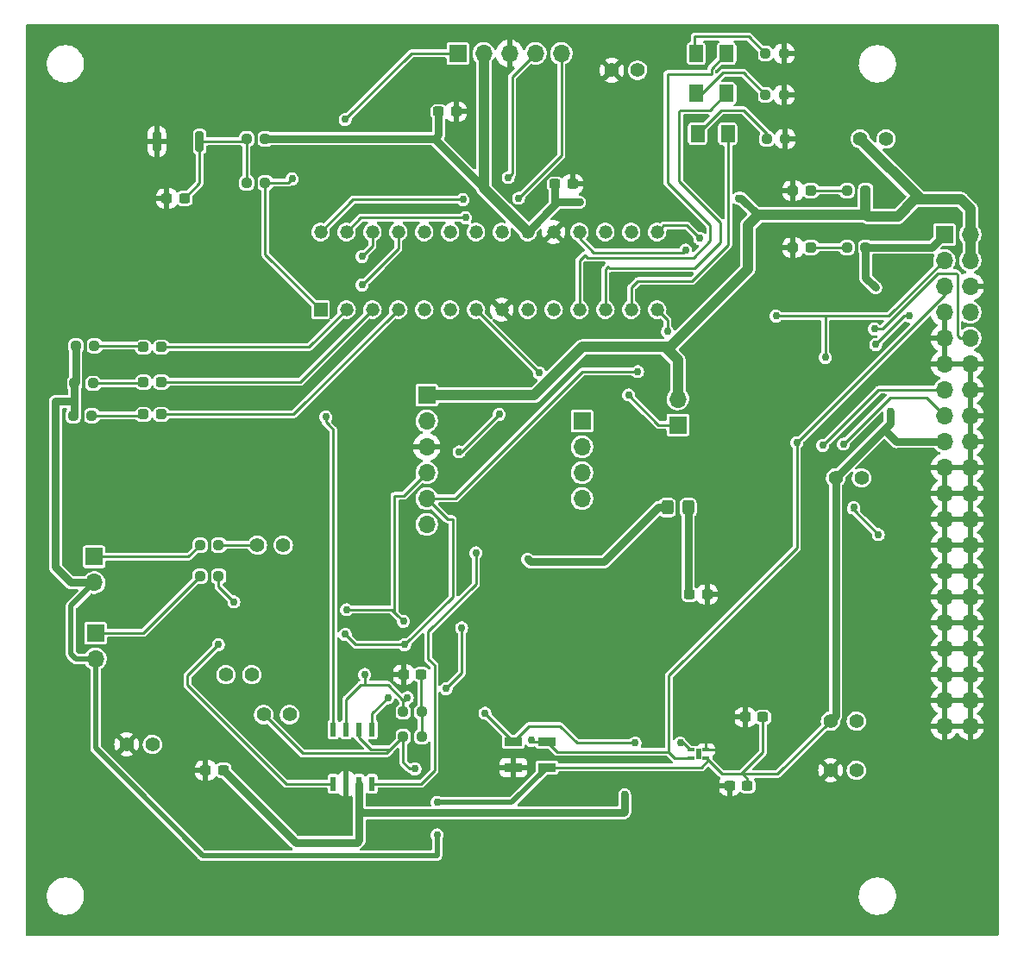
<source format=gtl>
%TF.GenerationSoftware,KiCad,Pcbnew,(6.0.1)*%
%TF.CreationDate,2022-03-21T02:34:04-06:00*%
%TF.ProjectId,ColoradoCUBE_Payload,436f6c6f-7261-4646-9f43-5542455f5061,rev?*%
%TF.SameCoordinates,Original*%
%TF.FileFunction,Copper,L1,Top*%
%TF.FilePolarity,Positive*%
%FSLAX46Y46*%
G04 Gerber Fmt 4.6, Leading zero omitted, Abs format (unit mm)*
G04 Created by KiCad (PCBNEW (6.0.1)) date 2022-03-21 02:34:04*
%MOMM*%
%LPD*%
G01*
G04 APERTURE LIST*
G04 Aperture macros list*
%AMRoundRect*
0 Rectangle with rounded corners*
0 $1 Rounding radius*
0 $2 $3 $4 $5 $6 $7 $8 $9 X,Y pos of 4 corners*
0 Add a 4 corners polygon primitive as box body*
4,1,4,$2,$3,$4,$5,$6,$7,$8,$9,$2,$3,0*
0 Add four circle primitives for the rounded corners*
1,1,$1+$1,$2,$3*
1,1,$1+$1,$4,$5*
1,1,$1+$1,$6,$7*
1,1,$1+$1,$8,$9*
0 Add four rect primitives between the rounded corners*
20,1,$1+$1,$2,$3,$4,$5,0*
20,1,$1+$1,$4,$5,$6,$7,0*
20,1,$1+$1,$6,$7,$8,$9,0*
20,1,$1+$1,$8,$9,$2,$3,0*%
G04 Aperture macros list end*
%TA.AperFunction,ComponentPad*%
%ADD10C,1.400000*%
%TD*%
%TA.AperFunction,SMDPad,CuDef*%
%ADD11RoundRect,0.237500X0.300000X0.237500X-0.300000X0.237500X-0.300000X-0.237500X0.300000X-0.237500X0*%
%TD*%
%TA.AperFunction,SMDPad,CuDef*%
%ADD12RoundRect,0.237500X0.250000X0.237500X-0.250000X0.237500X-0.250000X-0.237500X0.250000X-0.237500X0*%
%TD*%
%TA.AperFunction,SMDPad,CuDef*%
%ADD13RoundRect,0.237500X-0.287500X-0.237500X0.287500X-0.237500X0.287500X0.237500X-0.287500X0.237500X0*%
%TD*%
%TA.AperFunction,SMDPad,CuDef*%
%ADD14R,1.701800X0.889000*%
%TD*%
%TA.AperFunction,SMDPad,CuDef*%
%ADD15RoundRect,0.237500X-0.300000X-0.237500X0.300000X-0.237500X0.300000X0.237500X-0.300000X0.237500X0*%
%TD*%
%TA.AperFunction,ComponentPad*%
%ADD16R,1.320800X1.320800*%
%TD*%
%TA.AperFunction,ComponentPad*%
%ADD17C,1.320800*%
%TD*%
%TA.AperFunction,ComponentPad*%
%ADD18R,1.700000X1.700000*%
%TD*%
%TA.AperFunction,ComponentPad*%
%ADD19O,1.700000X1.700000*%
%TD*%
%TA.AperFunction,SMDPad,CuDef*%
%ADD20RoundRect,0.250001X-0.462499X-0.624999X0.462499X-0.624999X0.462499X0.624999X-0.462499X0.624999X0*%
%TD*%
%TA.AperFunction,SMDPad,CuDef*%
%ADD21R,0.711200X0.304800*%
%TD*%
%TA.AperFunction,SMDPad,CuDef*%
%ADD22R,0.508000X1.092200*%
%TD*%
%TA.AperFunction,SMDPad,CuDef*%
%ADD23RoundRect,0.237500X-0.250000X-0.237500X0.250000X-0.237500X0.250000X0.237500X-0.250000X0.237500X0*%
%TD*%
%TA.AperFunction,SMDPad,CuDef*%
%ADD24RoundRect,0.200000X-0.200000X-0.800000X0.200000X-0.800000X0.200000X0.800000X-0.200000X0.800000X0*%
%TD*%
%TA.AperFunction,SMDPad,CuDef*%
%ADD25RoundRect,0.250000X-0.325000X-0.450000X0.325000X-0.450000X0.325000X0.450000X-0.325000X0.450000X0*%
%TD*%
%TA.AperFunction,SMDPad,CuDef*%
%ADD26R,0.558800X1.397000*%
%TD*%
%TA.AperFunction,ViaPad*%
%ADD27C,0.762000*%
%TD*%
%TA.AperFunction,Conductor*%
%ADD28C,0.254000*%
%TD*%
%TA.AperFunction,Conductor*%
%ADD29C,1.016000*%
%TD*%
%TA.AperFunction,Conductor*%
%ADD30C,0.762000*%
%TD*%
%TA.AperFunction,Conductor*%
%ADD31C,0.508000*%
%TD*%
G04 APERTURE END LIST*
D10*
X162306000Y-46863000D03*
X164846000Y-46863000D03*
D11*
X143610500Y-106172000D03*
X141885500Y-106172000D03*
D12*
X111402500Y-77597000D03*
X109577500Y-77597000D03*
D13*
X116346000Y-74041000D03*
X118096000Y-74041000D03*
D11*
X171677500Y-98298000D03*
X169952500Y-98298000D03*
D14*
X155954999Y-115296950D03*
X155954999Y-112756950D03*
X152655001Y-112756950D03*
X152655001Y-115296950D03*
D15*
X118644500Y-59436000D03*
X120369500Y-59436000D03*
D11*
X177138500Y-110363000D03*
X175413500Y-110363000D03*
D16*
X133731000Y-70358000D03*
D17*
X136271000Y-70358000D03*
X138811000Y-70358000D03*
X141351000Y-70358000D03*
X143891000Y-70358000D03*
X146431000Y-70358000D03*
X148971000Y-70358000D03*
X151511000Y-70358000D03*
X154051000Y-70358000D03*
X156591000Y-70358000D03*
X159131000Y-70358000D03*
X161671000Y-70358000D03*
X164211000Y-70358000D03*
X166751000Y-70358000D03*
X166751000Y-62738000D03*
X164211000Y-62738000D03*
X161671000Y-62738000D03*
X159131000Y-62738000D03*
X156591000Y-62738000D03*
X154051000Y-62738000D03*
X151511000Y-62738000D03*
X148971000Y-62738000D03*
X146431000Y-62738000D03*
X143891000Y-62738000D03*
X141351000Y-62738000D03*
X138811000Y-62738000D03*
X136271000Y-62738000D03*
X133731000Y-62738000D03*
D18*
X159385000Y-81280000D03*
D19*
X159385000Y-83820000D03*
X159385000Y-86360000D03*
X159385000Y-88900000D03*
D12*
X111275500Y-80772000D03*
X109450500Y-80772000D03*
X123721500Y-93472000D03*
X121896500Y-93472000D03*
D20*
X170724500Y-53086000D03*
X173699500Y-53086000D03*
D10*
X126980000Y-106172000D03*
X124440000Y-106172000D03*
D21*
X170065700Y-113572951D03*
X170065700Y-114372949D03*
X171564300Y-114372949D03*
X171564300Y-113572951D03*
D22*
X170815000Y-113972950D03*
D12*
X123721500Y-96520000D03*
X121896500Y-96520000D03*
D10*
X127528000Y-93472000D03*
X130068000Y-93472000D03*
D18*
X144145000Y-78740000D03*
D19*
X144145000Y-81280000D03*
X144145000Y-83820000D03*
X144145000Y-86360000D03*
X144145000Y-88900000D03*
X144145000Y-91440000D03*
D11*
X124179500Y-115570000D03*
X122454500Y-115570000D03*
D10*
X183769000Y-110744000D03*
X186309000Y-110744000D03*
D23*
X177522500Y-53594000D03*
X179347500Y-53594000D03*
D12*
X143660500Y-112268000D03*
X141835500Y-112268000D03*
D23*
X177395500Y-45212000D03*
X179220500Y-45212000D03*
D10*
X186690000Y-53594000D03*
X189230000Y-53594000D03*
X183769000Y-115570000D03*
X186309000Y-115570000D03*
D13*
X180100000Y-58674000D03*
X181850000Y-58674000D03*
D20*
X170597500Y-45212000D03*
X173572500Y-45212000D03*
D24*
X117661000Y-53848000D03*
X121861000Y-53848000D03*
D18*
X168783000Y-81666000D03*
D19*
X168783000Y-79126000D03*
D25*
X167758000Y-89789000D03*
X169808000Y-89789000D03*
D23*
X177395500Y-49276000D03*
X179220500Y-49276000D03*
D10*
X184277000Y-86868000D03*
X186817000Y-86868000D03*
D23*
X185396500Y-64262000D03*
X187221500Y-64262000D03*
X141835500Y-109855000D03*
X143660500Y-109855000D03*
D26*
X134969250Y-116890800D03*
X136239250Y-116890800D03*
X137509250Y-116890800D03*
X138779250Y-116890800D03*
X138779250Y-111582200D03*
X137509250Y-111582200D03*
X136239250Y-111582200D03*
X134969250Y-111582200D03*
D12*
X111529500Y-73914000D03*
X109704500Y-73914000D03*
D23*
X126468500Y-57912000D03*
X128293500Y-57912000D03*
D11*
X158469500Y-58039000D03*
X156744500Y-58039000D03*
X147039500Y-50927000D03*
X145314500Y-50927000D03*
D23*
X185396500Y-58674000D03*
X187221500Y-58674000D03*
X126468500Y-53594000D03*
X128293500Y-53594000D03*
D10*
X128143000Y-110109000D03*
X130683000Y-110109000D03*
X114681000Y-113030000D03*
X117221000Y-113030000D03*
D18*
X147193000Y-45212000D03*
D19*
X149733000Y-45212000D03*
X152273000Y-45212000D03*
X154813000Y-45212000D03*
X157353000Y-45212000D03*
D13*
X116346000Y-80645000D03*
X118096000Y-80645000D03*
D15*
X173889500Y-117094000D03*
X175614500Y-117094000D03*
D18*
X111633000Y-102108000D03*
D19*
X111633000Y-104648000D03*
D13*
X180100000Y-64262000D03*
X181850000Y-64262000D03*
D18*
X111506000Y-94615000D03*
D19*
X111506000Y-97155000D03*
D13*
X116346000Y-77470000D03*
X118096000Y-77470000D03*
D20*
X173572500Y-49149000D03*
X170597500Y-49149000D03*
D18*
X194945000Y-62992000D03*
D19*
X197485000Y-62992000D03*
X194945000Y-65532000D03*
X197485000Y-65532000D03*
X194945000Y-68072000D03*
X197485000Y-68072000D03*
X194945000Y-70612000D03*
X197485000Y-70612000D03*
X194945000Y-73152000D03*
X197485000Y-73152000D03*
X194945000Y-75692000D03*
X197485000Y-75692000D03*
X194945000Y-78232000D03*
X197485000Y-78232000D03*
X194945000Y-80772000D03*
X197485000Y-80772000D03*
X194945000Y-83312000D03*
X197485000Y-83312000D03*
X194945000Y-85852000D03*
X197485000Y-85852000D03*
X194945000Y-88392000D03*
X197485000Y-88392000D03*
X194945000Y-90932000D03*
X197485000Y-90932000D03*
X194945000Y-93472000D03*
X197485000Y-93472000D03*
X194945000Y-96012000D03*
X197485000Y-96012000D03*
X194945000Y-98552000D03*
X197485000Y-98552000D03*
X194945000Y-101092000D03*
X197485000Y-101092000D03*
X194945000Y-103632000D03*
X197485000Y-103632000D03*
X194945000Y-106172000D03*
X197485000Y-106172000D03*
X194945000Y-108712000D03*
X197485000Y-108712000D03*
X194945000Y-111252000D03*
X197485000Y-111252000D03*
D27*
X154051000Y-94869000D03*
X159131000Y-59817000D03*
X174752000Y-59436000D03*
X188214000Y-73787000D03*
X191516000Y-70993000D03*
X169545000Y-64516000D03*
X188087000Y-72263000D03*
X146050000Y-107569000D03*
X142240000Y-108458000D03*
X138049000Y-106172000D03*
X183007000Y-83693000D03*
X147574000Y-101600000D03*
X143002000Y-115443000D03*
X188468000Y-92456000D03*
X186055000Y-89789000D03*
X185039000Y-83566000D03*
X130937000Y-57531000D03*
X136144000Y-51689000D03*
X147701000Y-59563000D03*
X152146000Y-57404000D03*
X153162000Y-59436000D03*
X147955000Y-61341000D03*
X136144000Y-102235000D03*
X178435000Y-70993000D03*
X164592000Y-112903000D03*
X170942000Y-63373000D03*
X141986000Y-103251000D03*
X125222000Y-99060000D03*
X149860000Y-109982000D03*
X164846000Y-76454000D03*
X183261000Y-75057000D03*
X169037000Y-112903000D03*
X167767000Y-72517000D03*
X141859000Y-100965000D03*
X154432000Y-112649000D03*
X180467000Y-83439000D03*
X136271000Y-99822000D03*
X151257000Y-80645000D03*
X147320000Y-84328000D03*
X148971000Y-94234000D03*
X123698000Y-103251000D03*
X163957000Y-78740000D03*
X155194000Y-76581000D03*
X137795000Y-67945000D03*
X140335000Y-108458000D03*
X137795000Y-65151000D03*
X134239000Y-80899000D03*
X163576000Y-117983000D03*
X169952500Y-98298000D03*
X188214000Y-68199000D03*
X189611000Y-80391000D03*
X145161000Y-118745000D03*
X145161000Y-121920000D03*
D28*
X143586200Y-116890800D02*
X138779250Y-116890800D01*
X144907000Y-105283000D02*
X144907000Y-115570000D01*
X144272000Y-104648000D02*
X144907000Y-105283000D01*
X148971000Y-97282000D02*
X144272000Y-101981000D01*
X144907000Y-115570000D02*
X143586200Y-116890800D01*
X148971000Y-94234000D02*
X148971000Y-97282000D01*
X144272000Y-101981000D02*
X144272000Y-104648000D01*
X143610500Y-109805000D02*
X143660500Y-109855000D01*
X143610500Y-106172000D02*
X143610500Y-109805000D01*
X171088050Y-115296950D02*
X171788176Y-114596824D01*
X171788176Y-114596824D02*
X171564300Y-114372949D01*
X171915176Y-114723824D02*
X171788176Y-114596824D01*
X155954999Y-115296950D02*
X171088050Y-115296950D01*
X175614500Y-117094000D02*
X175614500Y-116432500D01*
X178562000Y-115951000D02*
X175133000Y-115951000D01*
X175133000Y-115951000D02*
X175006000Y-115951000D01*
X175614500Y-116432500D02*
X175133000Y-115951000D01*
X173142351Y-115951000D02*
X171915176Y-114723824D01*
X143660500Y-112268000D02*
X143660500Y-109855000D01*
D29*
X168783000Y-75311000D02*
X167513000Y-74041000D01*
D30*
X167758000Y-89789000D02*
X166878000Y-89789000D01*
X145314500Y-53186500D02*
X144907000Y-53594000D01*
D29*
X168783000Y-79126000D02*
X168783000Y-75311000D01*
X196596000Y-59563000D02*
X192786000Y-59563000D01*
D30*
X175006000Y-59436000D02*
X174752000Y-59436000D01*
D29*
X167513000Y-74041000D02*
X168021000Y-74041000D01*
X159385000Y-74041000D02*
X167513000Y-74041000D01*
X187198000Y-60960000D02*
X187198000Y-58697500D01*
X168021000Y-74041000D02*
X175641000Y-66421000D01*
X176657000Y-61087000D02*
X187071000Y-61087000D01*
D30*
X145314500Y-50927000D02*
X145314500Y-53186500D01*
D29*
X192659000Y-59563000D02*
X192786000Y-59563000D01*
X197485000Y-62992000D02*
X197485000Y-60452000D01*
X149733000Y-45212000D02*
X149733000Y-58420000D01*
X175641000Y-62103000D02*
X176657000Y-61087000D01*
D30*
X154305000Y-95123000D02*
X154051000Y-94869000D01*
X156744500Y-58039000D02*
X156744500Y-60044500D01*
D29*
X197485000Y-60452000D02*
X196596000Y-59563000D01*
X190373000Y-61214000D02*
X187452000Y-61214000D01*
X154686000Y-78740000D02*
X159385000Y-74041000D01*
D30*
X156744500Y-60044500D02*
X154051000Y-62738000D01*
D29*
X149733000Y-58420000D02*
X154051000Y-62738000D01*
X187071000Y-61087000D02*
X187198000Y-60960000D01*
D30*
X159131000Y-59817000D02*
X156972000Y-59817000D01*
D29*
X186690000Y-53594000D02*
X192659000Y-59563000D01*
X175641000Y-66421000D02*
X175641000Y-62103000D01*
X192024000Y-59563000D02*
X190373000Y-61214000D01*
X187452000Y-61214000D02*
X187198000Y-60960000D01*
D30*
X149733000Y-58420000D02*
X144907000Y-53594000D01*
D29*
X197485000Y-65532000D02*
X197485000Y-62992000D01*
D30*
X144907000Y-53594000D02*
X128293500Y-53594000D01*
X176657000Y-61087000D02*
X175006000Y-59436000D01*
D29*
X187198000Y-58697500D02*
X187221500Y-58674000D01*
X192786000Y-59563000D02*
X192024000Y-59563000D01*
D30*
X166878000Y-89789000D02*
X161544000Y-95123000D01*
X161544000Y-95123000D02*
X154305000Y-95123000D01*
D29*
X144145000Y-78740000D02*
X154686000Y-78740000D01*
D30*
X156972000Y-59817000D02*
X156744500Y-60044500D01*
D28*
X116219000Y-73914000D02*
X116346000Y-74041000D01*
X111529500Y-73914000D02*
X116219000Y-73914000D01*
X118096000Y-74041000D02*
X132588000Y-74041000D01*
X132588000Y-74041000D02*
X136271000Y-70358000D01*
X111402500Y-77597000D02*
X116219000Y-77597000D01*
X116219000Y-77597000D02*
X116346000Y-77470000D01*
X118096000Y-77470000D02*
X131699000Y-77470000D01*
X131699000Y-77470000D02*
X138811000Y-70358000D01*
X116219000Y-80772000D02*
X116346000Y-80645000D01*
X111275500Y-80772000D02*
X116219000Y-80772000D01*
X131064000Y-80645000D02*
X141351000Y-70358000D01*
X118096000Y-80645000D02*
X131064000Y-80645000D01*
X188214000Y-73787000D02*
X191008000Y-70993000D01*
X191008000Y-70993000D02*
X191516000Y-70993000D01*
X196088000Y-66802000D02*
X196215000Y-66929000D01*
X159131000Y-63373000D02*
X160528000Y-64770000D01*
X159131000Y-62738000D02*
X159131000Y-63373000D01*
X194310000Y-66802000D02*
X196088000Y-66802000D01*
X196469000Y-73152000D02*
X197485000Y-73152000D01*
X196215000Y-66929000D02*
X196215000Y-72898000D01*
X188849000Y-72263000D02*
X194310000Y-66802000D01*
X196215000Y-72898000D02*
X196469000Y-73152000D01*
X188087000Y-72263000D02*
X188849000Y-72263000D01*
X160528000Y-64770000D02*
X169291000Y-64770000D01*
X169291000Y-64770000D02*
X169545000Y-64516000D01*
X188468000Y-78232000D02*
X194945000Y-78232000D01*
X141835500Y-108688500D02*
X142009500Y-108688500D01*
X136239250Y-108616750D02*
X137668000Y-107188000D01*
X138049000Y-106172000D02*
X138049000Y-107061000D01*
X138176000Y-107188000D02*
X140335000Y-107188000D01*
X142009500Y-108688500D02*
X142240000Y-108458000D01*
X146050000Y-107569000D02*
X147574000Y-106045000D01*
X183007000Y-83693000D02*
X188468000Y-78232000D01*
X137668000Y-107188000D02*
X138176000Y-107188000D01*
X141835500Y-108688500D02*
X141835500Y-109855000D01*
X140335000Y-107188000D02*
X141835500Y-108688500D01*
X147574000Y-106045000D02*
X147574000Y-101600000D01*
X136239250Y-111582200D02*
X136239250Y-108616750D01*
X138049000Y-107061000D02*
X138176000Y-107188000D01*
X141835500Y-114784500D02*
X142367000Y-115316000D01*
X138684000Y-113538000D02*
X137509250Y-112363250D01*
X185801000Y-90043000D02*
X186055000Y-89789000D01*
X141835500Y-112268000D02*
X141835500Y-114784500D01*
X189611000Y-78994000D02*
X193167000Y-78994000D01*
X141835500Y-112268000D02*
X140565500Y-113538000D01*
X142367000Y-115316000D02*
X142494000Y-115443000D01*
X185039000Y-83566000D02*
X189611000Y-78994000D01*
X128143000Y-110109000D02*
X131953000Y-113919000D01*
X131953000Y-113919000D02*
X140184500Y-113919000D01*
X140565500Y-113538000D02*
X138684000Y-113538000D01*
X186055000Y-90043000D02*
X185801000Y-90043000D01*
X193167000Y-78994000D02*
X194945000Y-80772000D01*
X137509250Y-112363250D02*
X137509250Y-111582200D01*
X140184500Y-113919000D02*
X141835500Y-112268000D01*
X188468000Y-92456000D02*
X186055000Y-90043000D01*
X142494000Y-115443000D02*
X143002000Y-115443000D01*
X130556000Y-57912000D02*
X128293500Y-57912000D01*
X142621000Y-45212000D02*
X136144000Y-51689000D01*
X147193000Y-45212000D02*
X142621000Y-45212000D01*
X130937000Y-57531000D02*
X130556000Y-57912000D01*
X133731000Y-70358000D02*
X128293500Y-64920500D01*
X128293500Y-64920500D02*
X128293500Y-57912000D01*
X154813000Y-45212000D02*
X152527000Y-47498000D01*
X147701000Y-59563000D02*
X136906000Y-59563000D01*
X152527000Y-56007000D02*
X152527000Y-57023000D01*
X152527000Y-47498000D02*
X152527000Y-56007000D01*
X152527000Y-57023000D02*
X152146000Y-57404000D01*
X136906000Y-59563000D02*
X133731000Y-62738000D01*
X157353000Y-55245000D02*
X153162000Y-59436000D01*
X147955000Y-61341000D02*
X137668000Y-61341000D01*
X137668000Y-61341000D02*
X136271000Y-62738000D01*
X157353000Y-45212000D02*
X157353000Y-55245000D01*
X137160000Y-103251000D02*
X136144000Y-102235000D01*
X164592000Y-112903000D02*
X158877000Y-112903000D01*
X189484000Y-70993000D02*
X194945000Y-65532000D01*
X157226000Y-111252000D02*
X154159951Y-111252000D01*
X144145000Y-88900000D02*
X146939000Y-88900000D01*
X146939000Y-88900000D02*
X156083000Y-79756000D01*
X156083000Y-79756000D02*
X159385000Y-76454000D01*
X169672000Y-62103000D02*
X170942000Y-63373000D01*
X146685000Y-90932000D02*
X146685000Y-98552000D01*
X169037000Y-112903000D02*
X169291000Y-112903000D01*
X144145000Y-88900000D02*
X146177000Y-90932000D01*
X166751000Y-62738000D02*
X167386000Y-62103000D01*
X169291000Y-112903000D02*
X169960951Y-113572951D01*
X183261000Y-75057000D02*
X183261000Y-71120000D01*
X178435000Y-70993000D02*
X183388000Y-70993000D01*
X146685000Y-98552000D02*
X141986000Y-103251000D01*
X152655001Y-112756950D02*
X152634950Y-112756950D01*
X169960951Y-113572951D02*
X170065700Y-113572951D01*
X154159951Y-111252000D02*
X152655001Y-112756950D01*
X125222000Y-99060000D02*
X123721500Y-97559500D01*
X158877000Y-112903000D02*
X157226000Y-111252000D01*
X152634950Y-112756950D02*
X149860000Y-109982000D01*
X141986000Y-103251000D02*
X137160000Y-103251000D01*
X183261000Y-71120000D02*
X183388000Y-70993000D01*
X146177000Y-90932000D02*
X146685000Y-90932000D01*
X159385000Y-76454000D02*
X164846000Y-76454000D01*
X167386000Y-62103000D02*
X169672000Y-62103000D01*
X123721500Y-97559500D02*
X123721500Y-96520000D01*
X183388000Y-70993000D02*
X189484000Y-70993000D01*
X154539950Y-112756950D02*
X154432000Y-112649000D01*
X180467000Y-83439000D02*
X194945000Y-68961000D01*
X167894000Y-113792000D02*
X167894000Y-106299000D01*
X167894000Y-113792000D02*
X156990049Y-113792000D01*
X141859000Y-100965000D02*
X141224000Y-100330000D01*
X141859000Y-88646000D02*
X140970000Y-88646000D01*
X140716000Y-99822000D02*
X136271000Y-99822000D01*
X141224000Y-100330000D02*
X140716000Y-99822000D01*
X168474949Y-114372949D02*
X167894000Y-113792000D01*
X123721500Y-93472000D02*
X127528000Y-93472000D01*
X155954999Y-112756950D02*
X154539950Y-112756950D01*
X180467000Y-93726000D02*
X180467000Y-84201000D01*
X194945000Y-68961000D02*
X194945000Y-68072000D01*
X170065700Y-114372949D02*
X168474949Y-114372949D01*
X180213000Y-93980000D02*
X180467000Y-93726000D01*
X166751000Y-70358000D02*
X167767000Y-71374000D01*
X167767000Y-71374000D02*
X167767000Y-72517000D01*
X140970000Y-88646000D02*
X140970000Y-100076000D01*
X144145000Y-86360000D02*
X141859000Y-88646000D01*
X167894000Y-106299000D02*
X180213000Y-93980000D01*
X140970000Y-100076000D02*
X141224000Y-100330000D01*
X156990049Y-113792000D02*
X155954999Y-112756950D01*
X180467000Y-84201000D02*
X180467000Y-83439000D01*
X147320000Y-84328000D02*
X147574000Y-84328000D01*
X147574000Y-84328000D02*
X151257000Y-80645000D01*
X120650000Y-107188000D02*
X120650000Y-106299000D01*
X134969250Y-116890800D02*
X130352800Y-116890800D01*
X130352800Y-116890800D02*
X120650000Y-107188000D01*
X120650000Y-106299000D02*
X123698000Y-103251000D01*
X166883000Y-81666000D02*
X168783000Y-81666000D01*
X148971000Y-70358000D02*
X155194000Y-76581000D01*
X163957000Y-78740000D02*
X166883000Y-81666000D01*
X141351000Y-64389000D02*
X137795000Y-67945000D01*
X140335000Y-108458000D02*
X138779250Y-110013750D01*
X141351000Y-62738000D02*
X141351000Y-64389000D01*
X138779250Y-110013750D02*
X138779250Y-111582200D01*
X137795000Y-65151000D02*
X138811000Y-64135000D01*
X134239000Y-81407000D02*
X134239000Y-80899000D01*
X134493000Y-81661000D02*
X134239000Y-81407000D01*
X134969250Y-111582200D02*
X134969250Y-82137250D01*
X138811000Y-64135000D02*
X138811000Y-62738000D01*
X134969250Y-82137250D02*
X134493000Y-81661000D01*
D30*
X137509250Y-119411750D02*
X137858500Y-119761000D01*
X169808000Y-98153500D02*
X169952500Y-98298000D01*
X137509250Y-116890800D02*
X137509250Y-119411750D01*
X137858500Y-119761000D02*
X163449000Y-119761000D01*
X169808000Y-89789000D02*
X169808000Y-98153500D01*
X163449000Y-119761000D02*
X163576000Y-119634000D01*
X137509250Y-122459750D02*
X137287000Y-122682000D01*
X163576000Y-119634000D02*
X163576000Y-117983000D01*
X137287000Y-122682000D02*
X131291500Y-122682000D01*
X137509250Y-119411750D02*
X137509250Y-122459750D01*
X131291500Y-122682000D02*
X124179500Y-115570000D01*
D31*
X152506949Y-118745000D02*
X155954999Y-115296950D01*
X111506000Y-97155000D02*
X109220000Y-99441000D01*
D30*
X187221500Y-64262000D02*
X187221500Y-67206500D01*
X189039500Y-82105500D02*
X189611000Y-81534000D01*
D31*
X122174000Y-123952000D02*
X145161000Y-123952000D01*
D30*
X190246000Y-83312000D02*
X189039500Y-82105500D01*
X109704500Y-77470000D02*
X109577500Y-77597000D01*
D28*
X174117000Y-115951000D02*
X173142351Y-115951000D01*
D30*
X184277000Y-110236000D02*
X183769000Y-110744000D01*
X184277000Y-86868000D02*
X189039500Y-82105500D01*
D31*
X111633000Y-113411000D02*
X114681000Y-116459000D01*
X109728000Y-104648000D02*
X111633000Y-104648000D01*
D30*
X111506000Y-97155000D02*
X109220000Y-97155000D01*
D31*
X114681000Y-116459000D02*
X122174000Y-123952000D01*
D30*
X109220000Y-97155000D02*
X107696000Y-95631000D01*
D31*
X145161000Y-123952000D02*
X145161000Y-121920000D01*
D30*
X184277000Y-86868000D02*
X184277000Y-110236000D01*
X109577500Y-80645000D02*
X109450500Y-80772000D01*
D28*
X183769000Y-110744000D02*
X178562000Y-115951000D01*
D30*
X109704500Y-73914000D02*
X109704500Y-77470000D01*
D28*
X175006000Y-115951000D02*
X174117000Y-115951000D01*
X177138500Y-110363000D02*
X177138500Y-113818500D01*
D30*
X189611000Y-81534000D02*
X189611000Y-80391000D01*
X107696000Y-79375000D02*
X109474000Y-79375000D01*
X109577500Y-79478500D02*
X109577500Y-80645000D01*
X107696000Y-95631000D02*
X107696000Y-79375000D01*
X194945000Y-62992000D02*
X193675000Y-64262000D01*
X187221500Y-67206500D02*
X188214000Y-68199000D01*
D31*
X145161000Y-118745000D02*
X152506949Y-118745000D01*
X109220000Y-99441000D02*
X109220000Y-104140000D01*
D28*
X177138500Y-113818500D02*
X175006000Y-115951000D01*
D30*
X109474000Y-79375000D02*
X109577500Y-79478500D01*
X109577500Y-77597000D02*
X109577500Y-79478500D01*
D31*
X109220000Y-104140000D02*
X109728000Y-104648000D01*
X111633000Y-104648000D02*
X111633000Y-113411000D01*
D30*
X194945000Y-83312000D02*
X190246000Y-83312000D01*
X193675000Y-64262000D02*
X187221500Y-64262000D01*
D28*
X185396500Y-58674000D02*
X181850000Y-58674000D01*
X185396500Y-64262000D02*
X181850000Y-64262000D01*
X170434000Y-45048500D02*
X170434000Y-43561000D01*
X170597500Y-45212000D02*
X170434000Y-45048500D01*
X175744500Y-43561000D02*
X177395500Y-45212000D01*
X170434000Y-43561000D02*
X175744500Y-43561000D01*
X159131000Y-65532000D02*
X159131000Y-70358000D01*
X159893000Y-65278000D02*
X159639000Y-65024000D01*
X171958000Y-63627000D02*
X170307000Y-65278000D01*
X167767000Y-57912000D02*
X171958000Y-62103000D01*
X170307000Y-65278000D02*
X159893000Y-65278000D01*
X172085000Y-47244000D02*
X167767000Y-47244000D01*
X172085000Y-46699500D02*
X172085000Y-47244000D01*
X173572500Y-45212000D02*
X172085000Y-46699500D01*
X167767000Y-47244000D02*
X167767000Y-57912000D01*
X171958000Y-62103000D02*
X171958000Y-63627000D01*
X159639000Y-65024000D02*
X159131000Y-65532000D01*
X170597500Y-49149000D02*
X171196000Y-49149000D01*
X171196000Y-49149000D02*
X173228000Y-47117000D01*
X175236500Y-47117000D02*
X177395500Y-49276000D01*
X173228000Y-47117000D02*
X175236500Y-47117000D01*
X172974000Y-63754000D02*
X170434000Y-66294000D01*
X172974000Y-61849000D02*
X172974000Y-63754000D01*
X161925000Y-66167000D02*
X161671000Y-66421000D01*
X170434000Y-66294000D02*
X162052000Y-66294000D01*
X161671000Y-66421000D02*
X161671000Y-70358000D01*
X168910000Y-50927000D02*
X168910000Y-57785000D01*
X171921500Y-50800000D02*
X169037000Y-50800000D01*
X162052000Y-66294000D02*
X161925000Y-66167000D01*
X169037000Y-50800000D02*
X168910000Y-50927000D01*
X168910000Y-57785000D02*
X172974000Y-61849000D01*
X173572500Y-49149000D02*
X171921500Y-50800000D01*
X177522500Y-53062500D02*
X177522500Y-53594000D01*
X170724500Y-53086000D02*
X173010500Y-50800000D01*
X173010500Y-50800000D02*
X175260000Y-50800000D01*
X175260000Y-50800000D02*
X177522500Y-53062500D01*
X173699500Y-53086000D02*
X173736000Y-53122500D01*
X173736000Y-53122500D02*
X173736000Y-64008000D01*
X164211000Y-68199000D02*
X164211000Y-70358000D01*
X173736000Y-64008000D02*
X170180000Y-67564000D01*
X164846000Y-67564000D02*
X164211000Y-68199000D01*
X170180000Y-67564000D02*
X164846000Y-67564000D01*
X121861000Y-57944500D02*
X121861000Y-53848000D01*
X120369500Y-59436000D02*
X121861000Y-57944500D01*
X121861000Y-53848000D02*
X126214500Y-53848000D01*
X126214500Y-53848000D02*
X126468500Y-53594000D01*
X126468500Y-53594000D02*
X126468500Y-57912000D01*
X120753500Y-94615000D02*
X121896500Y-93472000D01*
X111506000Y-94615000D02*
X120753500Y-94615000D01*
X111633000Y-102108000D02*
X116308500Y-102108000D01*
X116308500Y-102108000D02*
X121896500Y-96520000D01*
%TA.AperFunction,Conductor*%
G36*
X200221121Y-42354002D02*
G01*
X200267614Y-42407658D01*
X200279000Y-42460000D01*
X200279000Y-131700000D01*
X200258998Y-131768121D01*
X200205342Y-131814614D01*
X200153000Y-131826000D01*
X104913000Y-131826000D01*
X104844879Y-131805998D01*
X104798386Y-131752342D01*
X104787000Y-131700000D01*
X104787000Y-128042075D01*
X106850591Y-128042075D01*
X106887284Y-128311691D01*
X106888593Y-128316181D01*
X106888594Y-128316187D01*
X106920993Y-128427342D01*
X106963426Y-128572922D01*
X106965384Y-128577169D01*
X106965385Y-128577172D01*
X107008363Y-128670398D01*
X107077344Y-128820029D01*
X107107220Y-128865598D01*
X107223970Y-129043671D01*
X107223974Y-129043676D01*
X107226536Y-129047584D01*
X107407723Y-129250588D01*
X107616926Y-129424580D01*
X107849549Y-129565739D01*
X107853863Y-129567548D01*
X107853865Y-129567549D01*
X108096167Y-129669155D01*
X108096172Y-129669157D01*
X108100482Y-129670964D01*
X108105014Y-129672115D01*
X108105017Y-129672116D01*
X108236513Y-129705512D01*
X108364211Y-129737943D01*
X108590213Y-129760700D01*
X108752073Y-129760700D01*
X108754398Y-129760527D01*
X108754404Y-129760527D01*
X108949701Y-129746014D01*
X108949705Y-129746013D01*
X108954353Y-129745668D01*
X109219746Y-129685616D01*
X109224100Y-129683923D01*
X109468993Y-129588689D01*
X109468995Y-129588688D01*
X109473346Y-129586996D01*
X109477402Y-129584678D01*
X109705528Y-129454294D01*
X109705530Y-129454292D01*
X109709585Y-129451975D01*
X109923271Y-129283518D01*
X110109710Y-129085327D01*
X110264807Y-128861756D01*
X110385155Y-128617715D01*
X110468109Y-128358567D01*
X110511847Y-128090003D01*
X110512474Y-128042075D01*
X186550591Y-128042075D01*
X186587284Y-128311691D01*
X186588593Y-128316181D01*
X186588594Y-128316187D01*
X186620993Y-128427342D01*
X186663426Y-128572922D01*
X186665384Y-128577169D01*
X186665385Y-128577172D01*
X186708363Y-128670398D01*
X186777344Y-128820029D01*
X186807220Y-128865598D01*
X186923970Y-129043671D01*
X186923974Y-129043676D01*
X186926536Y-129047584D01*
X187107723Y-129250588D01*
X187316926Y-129424580D01*
X187549549Y-129565739D01*
X187553863Y-129567548D01*
X187553865Y-129567549D01*
X187796167Y-129669155D01*
X187796172Y-129669157D01*
X187800482Y-129670964D01*
X187805014Y-129672115D01*
X187805017Y-129672116D01*
X187936513Y-129705512D01*
X188064211Y-129737943D01*
X188290213Y-129760700D01*
X188452073Y-129760700D01*
X188454398Y-129760527D01*
X188454404Y-129760527D01*
X188649701Y-129746014D01*
X188649705Y-129746013D01*
X188654353Y-129745668D01*
X188919746Y-129685616D01*
X188924100Y-129683923D01*
X189168993Y-129588689D01*
X189168995Y-129588688D01*
X189173346Y-129586996D01*
X189177402Y-129584678D01*
X189405528Y-129454294D01*
X189405530Y-129454292D01*
X189409585Y-129451975D01*
X189623271Y-129283518D01*
X189809710Y-129085327D01*
X189964807Y-128861756D01*
X190085155Y-128617715D01*
X190168109Y-128358567D01*
X190211847Y-128090003D01*
X190215409Y-127817925D01*
X190178716Y-127548309D01*
X190166396Y-127506039D01*
X190145007Y-127432658D01*
X190102574Y-127287078D01*
X190079994Y-127238097D01*
X189990613Y-127044217D01*
X189988656Y-127039971D01*
X189955373Y-126989206D01*
X189842030Y-126816329D01*
X189842026Y-126816324D01*
X189839464Y-126812416D01*
X189658277Y-126609412D01*
X189449074Y-126435420D01*
X189216451Y-126294261D01*
X189165759Y-126273004D01*
X188969833Y-126190845D01*
X188969828Y-126190843D01*
X188965518Y-126189036D01*
X188960986Y-126187885D01*
X188960983Y-126187884D01*
X188829487Y-126154488D01*
X188701789Y-126122057D01*
X188475787Y-126099300D01*
X188313927Y-126099300D01*
X188311602Y-126099473D01*
X188311596Y-126099473D01*
X188116299Y-126113986D01*
X188116295Y-126113987D01*
X188111647Y-126114332D01*
X187846254Y-126174384D01*
X187841902Y-126176076D01*
X187841900Y-126176077D01*
X187597007Y-126271311D01*
X187597005Y-126271312D01*
X187592654Y-126273004D01*
X187588600Y-126275321D01*
X187588598Y-126275322D01*
X187551214Y-126296689D01*
X187356415Y-126408025D01*
X187142729Y-126576482D01*
X186956290Y-126774673D01*
X186801193Y-126998244D01*
X186680845Y-127242285D01*
X186597891Y-127501433D01*
X186554153Y-127769997D01*
X186550591Y-128042075D01*
X110512474Y-128042075D01*
X110515409Y-127817925D01*
X110478716Y-127548309D01*
X110466396Y-127506039D01*
X110445007Y-127432658D01*
X110402574Y-127287078D01*
X110379994Y-127238097D01*
X110290613Y-127044217D01*
X110288656Y-127039971D01*
X110255373Y-126989206D01*
X110142030Y-126816329D01*
X110142026Y-126816324D01*
X110139464Y-126812416D01*
X109958277Y-126609412D01*
X109749074Y-126435420D01*
X109516451Y-126294261D01*
X109465759Y-126273004D01*
X109269833Y-126190845D01*
X109269828Y-126190843D01*
X109265518Y-126189036D01*
X109260986Y-126187885D01*
X109260983Y-126187884D01*
X109129487Y-126154488D01*
X109001789Y-126122057D01*
X108775787Y-126099300D01*
X108613927Y-126099300D01*
X108611602Y-126099473D01*
X108611596Y-126099473D01*
X108416299Y-126113986D01*
X108416295Y-126113987D01*
X108411647Y-126114332D01*
X108146254Y-126174384D01*
X108141902Y-126176076D01*
X108141900Y-126176077D01*
X107897007Y-126271311D01*
X107897005Y-126271312D01*
X107892654Y-126273004D01*
X107888600Y-126275321D01*
X107888598Y-126275322D01*
X107851214Y-126296689D01*
X107656415Y-126408025D01*
X107442729Y-126576482D01*
X107256290Y-126774673D01*
X107101193Y-126998244D01*
X106980845Y-127242285D01*
X106897891Y-127501433D01*
X106854153Y-127769997D01*
X106850591Y-128042075D01*
X104787000Y-128042075D01*
X104787000Y-79334779D01*
X107056713Y-79334779D01*
X107057211Y-79342690D01*
X107060251Y-79391013D01*
X107060500Y-79398925D01*
X107060500Y-95551980D01*
X107059970Y-95563214D01*
X107058292Y-95570719D01*
X107059144Y-95597827D01*
X107060438Y-95639012D01*
X107060500Y-95642969D01*
X107060500Y-95670983D01*
X107060996Y-95674908D01*
X107060996Y-95674909D01*
X107061008Y-95675004D01*
X107061941Y-95686849D01*
X107063335Y-95731205D01*
X107067627Y-95745977D01*
X107069013Y-95750748D01*
X107073023Y-95770112D01*
X107075573Y-95790299D01*
X107078489Y-95797663D01*
X107078490Y-95797668D01*
X107091907Y-95831556D01*
X107095752Y-95842785D01*
X107100598Y-95859465D01*
X107108131Y-95885393D01*
X107112169Y-95892220D01*
X107112170Y-95892223D01*
X107118488Y-95902906D01*
X107127188Y-95920664D01*
X107131761Y-95932215D01*
X107131765Y-95932221D01*
X107134681Y-95939588D01*
X107139339Y-95945999D01*
X107139340Y-95946001D01*
X107160764Y-95975488D01*
X107167281Y-95985410D01*
X107185826Y-96016768D01*
X107185829Y-96016772D01*
X107189866Y-96023598D01*
X107204250Y-96037982D01*
X107217091Y-96053016D01*
X107229058Y-96069487D01*
X107235166Y-96074540D01*
X107263255Y-96097777D01*
X107272035Y-96105767D01*
X108714745Y-97548477D01*
X108722322Y-97556803D01*
X108726447Y-97563303D01*
X108732225Y-97568729D01*
X108732226Y-97568730D01*
X108776281Y-97610100D01*
X108779123Y-97612855D01*
X108798906Y-97632638D01*
X108802114Y-97635126D01*
X108811143Y-97642837D01*
X108843494Y-97673217D01*
X108850443Y-97677037D01*
X108861329Y-97683022D01*
X108877853Y-97693876D01*
X108893933Y-97706349D01*
X108901210Y-97709498D01*
X108934650Y-97723969D01*
X108945311Y-97729192D01*
X108977247Y-97746749D01*
X108977252Y-97746751D01*
X108984197Y-97750569D01*
X108991871Y-97752539D01*
X108991878Y-97752542D01*
X109003913Y-97755632D01*
X109022618Y-97762036D01*
X109034013Y-97766967D01*
X109041292Y-97770117D01*
X109068342Y-97774401D01*
X109085127Y-97777060D01*
X109096740Y-97779465D01*
X109139718Y-97790500D01*
X109160065Y-97790500D01*
X109179777Y-97792051D01*
X109199879Y-97795235D01*
X109207771Y-97794489D01*
X109244056Y-97791059D01*
X109255914Y-97790500D01*
X109847182Y-97790500D01*
X109915303Y-97810502D01*
X109961796Y-97864158D01*
X109971900Y-97934432D01*
X109942406Y-97999012D01*
X109936277Y-98005595D01*
X108910696Y-99031177D01*
X108901156Y-99038800D01*
X108901470Y-99039168D01*
X108894634Y-99044986D01*
X108887042Y-99049776D01*
X108881100Y-99056504D01*
X108851407Y-99090125D01*
X108846061Y-99095812D01*
X108834618Y-99107255D01*
X108828978Y-99114780D01*
X108828341Y-99115630D01*
X108821967Y-99123459D01*
X108790622Y-99158951D01*
X108786808Y-99167074D01*
X108785174Y-99169562D01*
X108776186Y-99184523D01*
X108774771Y-99187108D01*
X108769384Y-99194295D01*
X108756783Y-99227907D01*
X108752759Y-99238642D01*
X108748832Y-99247960D01*
X108734105Y-99279329D01*
X108728719Y-99290800D01*
X108727338Y-99299669D01*
X108726472Y-99302502D01*
X108722042Y-99319389D01*
X108721408Y-99322274D01*
X108718255Y-99330684D01*
X108717590Y-99339639D01*
X108714746Y-99377906D01*
X108713592Y-99387952D01*
X108712706Y-99393644D01*
X108711500Y-99401386D01*
X108711500Y-99416906D01*
X108711154Y-99426243D01*
X108707461Y-99475941D01*
X108709335Y-99484720D01*
X108709898Y-99492978D01*
X108711500Y-99508161D01*
X108711500Y-104068928D01*
X108710145Y-104081058D01*
X108710627Y-104081097D01*
X108709907Y-104090044D01*
X108707926Y-104098800D01*
X108710451Y-104139500D01*
X108711258Y-104152508D01*
X108711500Y-104160310D01*
X108711500Y-104176513D01*
X108712136Y-104180953D01*
X108712984Y-104186878D01*
X108714013Y-104196928D01*
X108716945Y-104244177D01*
X108719994Y-104252623D01*
X108720593Y-104255514D01*
X108724822Y-104272480D01*
X108725648Y-104275305D01*
X108726920Y-104284187D01*
X108746522Y-104327298D01*
X108750327Y-104336647D01*
X108766404Y-104381181D01*
X108771699Y-104388429D01*
X108773080Y-104391027D01*
X108781915Y-104406145D01*
X108783494Y-104408614D01*
X108787208Y-104416782D01*
X108800655Y-104432388D01*
X108818115Y-104452652D01*
X108824401Y-104460569D01*
X108829548Y-104467615D01*
X108829553Y-104467620D01*
X108832425Y-104471552D01*
X108843400Y-104482527D01*
X108849758Y-104489374D01*
X108882287Y-104527127D01*
X108889822Y-104532011D01*
X108896058Y-104537451D01*
X108907929Y-104547056D01*
X109318183Y-104957311D01*
X109325800Y-104966845D01*
X109326169Y-104966531D01*
X109331984Y-104973364D01*
X109336776Y-104980958D01*
X109374020Y-105013851D01*
X109377116Y-105016585D01*
X109382803Y-105021931D01*
X109394254Y-105033382D01*
X109402628Y-105039658D01*
X109410467Y-105046041D01*
X109445951Y-105077378D01*
X109454074Y-105081192D01*
X109456541Y-105082812D01*
X109471525Y-105091816D01*
X109474116Y-105093234D01*
X109481295Y-105098615D01*
X109525631Y-105115236D01*
X109534932Y-105119155D01*
X109577800Y-105139281D01*
X109586672Y-105140663D01*
X109589490Y-105141524D01*
X109606372Y-105145954D01*
X109609279Y-105146593D01*
X109617684Y-105149744D01*
X109651009Y-105152220D01*
X109664889Y-105153252D01*
X109674937Y-105154406D01*
X109679588Y-105155130D01*
X109688386Y-105156500D01*
X109703923Y-105156500D01*
X109713261Y-105156847D01*
X109753990Y-105159874D01*
X109753991Y-105159874D01*
X109762941Y-105160539D01*
X109771716Y-105158666D01*
X109779973Y-105158103D01*
X109795162Y-105156500D01*
X110574543Y-105156500D01*
X110642664Y-105176502D01*
X110677440Y-105209780D01*
X110680044Y-105213464D01*
X110767449Y-105337140D01*
X110789533Y-105368389D01*
X110934938Y-105510035D01*
X110939742Y-105513245D01*
X111068502Y-105599280D01*
X111114030Y-105653757D01*
X111124500Y-105704045D01*
X111124500Y-113339928D01*
X111123145Y-113352058D01*
X111123627Y-113352097D01*
X111122907Y-113361044D01*
X111120926Y-113369800D01*
X111121865Y-113384934D01*
X111124258Y-113423508D01*
X111124500Y-113431310D01*
X111124500Y-113447513D01*
X111125136Y-113451953D01*
X111125984Y-113457878D01*
X111127013Y-113467928D01*
X111129945Y-113515177D01*
X111132994Y-113523623D01*
X111133593Y-113526514D01*
X111137822Y-113543480D01*
X111138648Y-113546305D01*
X111139920Y-113555187D01*
X111159522Y-113598298D01*
X111163327Y-113607647D01*
X111179404Y-113652181D01*
X111184699Y-113659429D01*
X111186080Y-113662027D01*
X111194915Y-113677145D01*
X111196494Y-113679614D01*
X111200208Y-113687782D01*
X111227884Y-113719902D01*
X111231115Y-113723652D01*
X111237401Y-113731569D01*
X111242548Y-113738615D01*
X111242553Y-113738620D01*
X111245425Y-113742552D01*
X111256400Y-113753527D01*
X111262758Y-113760374D01*
X111295287Y-113798127D01*
X111302822Y-113803011D01*
X111309066Y-113808458D01*
X111320931Y-113818058D01*
X121764177Y-124261304D01*
X121771800Y-124270844D01*
X121772168Y-124270530D01*
X121777986Y-124277366D01*
X121782776Y-124284958D01*
X121789504Y-124290900D01*
X121823125Y-124320593D01*
X121828812Y-124325939D01*
X121840255Y-124337382D01*
X121847780Y-124343022D01*
X121848630Y-124343659D01*
X121856459Y-124350033D01*
X121891951Y-124381378D01*
X121900074Y-124385192D01*
X121902562Y-124386826D01*
X121917523Y-124395814D01*
X121920109Y-124397230D01*
X121927295Y-124402616D01*
X121971650Y-124419244D01*
X121980948Y-124423162D01*
X122023800Y-124443281D01*
X122032666Y-124444662D01*
X122035467Y-124445518D01*
X122052404Y-124449962D01*
X122055284Y-124450595D01*
X122063684Y-124453744D01*
X122072629Y-124454409D01*
X122072630Y-124454409D01*
X122110889Y-124457252D01*
X122120937Y-124458406D01*
X122125588Y-124459130D01*
X122134386Y-124460500D01*
X122149923Y-124460500D01*
X122159261Y-124460847D01*
X122199990Y-124463874D01*
X122199991Y-124463874D01*
X122208941Y-124464539D01*
X122217716Y-124462666D01*
X122225973Y-124462103D01*
X122241162Y-124460500D01*
X145152377Y-124460500D01*
X145153148Y-124460502D01*
X145230721Y-124460976D01*
X145259152Y-124452850D01*
X145275915Y-124449272D01*
X145305187Y-124445080D01*
X145328564Y-124434451D01*
X145346087Y-124428004D01*
X145370771Y-124420949D01*
X145378365Y-124416157D01*
X145378368Y-124416156D01*
X145395780Y-124405170D01*
X145410865Y-124397030D01*
X145437782Y-124384792D01*
X145457235Y-124368030D01*
X145472239Y-124356927D01*
X145493958Y-124343224D01*
X145499897Y-124336499D01*
X145499901Y-124336496D01*
X145513532Y-124321062D01*
X145525724Y-124309018D01*
X145541327Y-124295573D01*
X145541329Y-124295570D01*
X145548127Y-124289713D01*
X145560358Y-124270844D01*
X145562094Y-124268165D01*
X145573385Y-124253291D01*
X145584431Y-124240783D01*
X145584432Y-124240782D01*
X145590378Y-124234049D01*
X145602943Y-124207287D01*
X145611263Y-124192309D01*
X145622471Y-124175017D01*
X145622473Y-124175012D01*
X145627352Y-124167485D01*
X145629922Y-124158892D01*
X145629924Y-124158887D01*
X145634711Y-124142880D01*
X145641372Y-124125436D01*
X145648467Y-124110324D01*
X145648468Y-124110322D01*
X145652281Y-124102200D01*
X145656830Y-124072983D01*
X145660613Y-124056268D01*
X145666515Y-124036534D01*
X145666516Y-124036528D01*
X145669086Y-124027934D01*
X145669296Y-123993494D01*
X145669329Y-123992711D01*
X145669500Y-123991614D01*
X145669500Y-123960623D01*
X145669502Y-123959853D01*
X145669952Y-123886215D01*
X145669952Y-123886214D01*
X145669976Y-123882279D01*
X145669592Y-123880935D01*
X145669500Y-123879590D01*
X145669500Y-122342017D01*
X145693177Y-122268491D01*
X145717552Y-122234569D01*
X145721983Y-122228403D01*
X145779355Y-122085688D01*
X145801028Y-121933407D01*
X145801168Y-121920000D01*
X145799446Y-121905765D01*
X145783601Y-121774839D01*
X145782689Y-121767299D01*
X145728319Y-121623413D01*
X145641197Y-121496649D01*
X145526353Y-121394327D01*
X145512602Y-121387046D01*
X145397131Y-121325907D01*
X145397128Y-121325906D01*
X145390416Y-121322352D01*
X145241234Y-121284880D01*
X145233636Y-121284840D01*
X145233634Y-121284840D01*
X145168143Y-121284497D01*
X145087421Y-121284075D01*
X145080042Y-121285847D01*
X145080038Y-121285847D01*
X144945234Y-121318210D01*
X144945230Y-121318211D01*
X144937855Y-121319982D01*
X144801172Y-121390529D01*
X144685262Y-121491644D01*
X144596818Y-121617488D01*
X144594059Y-121624563D01*
X144594058Y-121624566D01*
X144543704Y-121753717D01*
X144540944Y-121760797D01*
X144520867Y-121913296D01*
X144523538Y-121937487D01*
X144533365Y-122026498D01*
X144537746Y-122066183D01*
X144540355Y-122073314D01*
X144540356Y-122073316D01*
X144547463Y-122092735D01*
X144590606Y-122210630D01*
X144594842Y-122216933D01*
X144594842Y-122216934D01*
X144631082Y-122270865D01*
X144652500Y-122341141D01*
X144652500Y-123317500D01*
X144632498Y-123385621D01*
X144578842Y-123432114D01*
X144526500Y-123443500D01*
X137708376Y-123443500D01*
X137640255Y-123423498D01*
X137593762Y-123369842D01*
X137583658Y-123299568D01*
X137613152Y-123234988D01*
X137644234Y-123209048D01*
X137679598Y-123188134D01*
X137693982Y-123173750D01*
X137709016Y-123160909D01*
X137719073Y-123153602D01*
X137725487Y-123148942D01*
X137753772Y-123114751D01*
X137761762Y-123105970D01*
X137902733Y-122965000D01*
X137911055Y-122957427D01*
X137917553Y-122953303D01*
X137964337Y-122903483D01*
X137967091Y-122900642D01*
X137986889Y-122880844D01*
X137989313Y-122877719D01*
X137989321Y-122877710D01*
X137989387Y-122877624D01*
X137997095Y-122868599D01*
X138022040Y-122842035D01*
X138027467Y-122836256D01*
X138037273Y-122818419D01*
X138048123Y-122801903D01*
X138060600Y-122785817D01*
X138078226Y-122745084D01*
X138083443Y-122734436D01*
X138100999Y-122702501D01*
X138104819Y-122695553D01*
X138106790Y-122687878D01*
X138106792Y-122687872D01*
X138109881Y-122675839D01*
X138116284Y-122657137D01*
X138124367Y-122638458D01*
X138131310Y-122594623D01*
X138133717Y-122583001D01*
X138144750Y-122540032D01*
X138144750Y-122519685D01*
X138146301Y-122499974D01*
X138148245Y-122487700D01*
X138149485Y-122479871D01*
X138145309Y-122435694D01*
X138144750Y-122423836D01*
X138144750Y-120522500D01*
X138164752Y-120454379D01*
X138218408Y-120407886D01*
X138270750Y-120396500D01*
X163369980Y-120396500D01*
X163381214Y-120397030D01*
X163388719Y-120398708D01*
X163457012Y-120396562D01*
X163460969Y-120396500D01*
X163488983Y-120396500D01*
X163492908Y-120396004D01*
X163492909Y-120396004D01*
X163493004Y-120395992D01*
X163504849Y-120395059D01*
X163534670Y-120394122D01*
X163541282Y-120393914D01*
X163541283Y-120393914D01*
X163549205Y-120393665D01*
X163568749Y-120387987D01*
X163588112Y-120383977D01*
X163600440Y-120382420D01*
X163600442Y-120382420D01*
X163608299Y-120381427D01*
X163615663Y-120378511D01*
X163615668Y-120378510D01*
X163649556Y-120365093D01*
X163660785Y-120361248D01*
X163677465Y-120356402D01*
X163703393Y-120348869D01*
X163710220Y-120344831D01*
X163710223Y-120344830D01*
X163720906Y-120338512D01*
X163738664Y-120329812D01*
X163750215Y-120325239D01*
X163750221Y-120325235D01*
X163757588Y-120322319D01*
X163793491Y-120296234D01*
X163803410Y-120289719D01*
X163834768Y-120271174D01*
X163834772Y-120271171D01*
X163841598Y-120267134D01*
X163855982Y-120252750D01*
X163871016Y-120239909D01*
X163881073Y-120232602D01*
X163887487Y-120227942D01*
X163892542Y-120221832D01*
X163915772Y-120193752D01*
X163923761Y-120184973D01*
X163969482Y-120139252D01*
X163977809Y-120131674D01*
X163984303Y-120127553D01*
X164031088Y-120077732D01*
X164033842Y-120074891D01*
X164053639Y-120055094D01*
X164056068Y-120051963D01*
X164056072Y-120051958D01*
X164056139Y-120051872D01*
X164063847Y-120042847D01*
X164088791Y-120016285D01*
X164088794Y-120016281D01*
X164094217Y-120010506D01*
X164098036Y-120003560D01*
X164098039Y-120003555D01*
X164104022Y-119992672D01*
X164114878Y-119976144D01*
X164122492Y-119966329D01*
X164122494Y-119966326D01*
X164127349Y-119960067D01*
X164130495Y-119952797D01*
X164130498Y-119952792D01*
X164144969Y-119919350D01*
X164150192Y-119908689D01*
X164167749Y-119876753D01*
X164167751Y-119876748D01*
X164171569Y-119869803D01*
X164173539Y-119862129D01*
X164173542Y-119862122D01*
X164176632Y-119850087D01*
X164183036Y-119831382D01*
X164187967Y-119819987D01*
X164191117Y-119812708D01*
X164198060Y-119768873D01*
X164200467Y-119757251D01*
X164211500Y-119714282D01*
X164211500Y-119693935D01*
X164213051Y-119674224D01*
X164214995Y-119661950D01*
X164216235Y-119654121D01*
X164212059Y-119609944D01*
X164211500Y-119598086D01*
X164211500Y-118037144D01*
X164212757Y-118019390D01*
X164213516Y-118014056D01*
X164216028Y-117996407D01*
X164216168Y-117983000D01*
X164211601Y-117945259D01*
X164211500Y-117944161D01*
X164211500Y-117943017D01*
X164207464Y-117911066D01*
X164207393Y-117910485D01*
X164206453Y-117902718D01*
X164197689Y-117830299D01*
X164197045Y-117828596D01*
X164196427Y-117823701D01*
X164193507Y-117816325D01*
X164169799Y-117756445D01*
X164169085Y-117754600D01*
X164146004Y-117693518D01*
X164146003Y-117693516D01*
X164143319Y-117686413D01*
X164140638Y-117682513D01*
X164140238Y-117681784D01*
X164137319Y-117674412D01*
X164124026Y-117656115D01*
X164096693Y-117618495D01*
X164094789Y-117615801D01*
X164060502Y-117565913D01*
X164056197Y-117559649D01*
X164051308Y-117555293D01*
X164049021Y-117552438D01*
X164047602Y-117550927D01*
X164042942Y-117544513D01*
X163992511Y-117502793D01*
X163989007Y-117499785D01*
X163983889Y-117495225D01*
X163941353Y-117457327D01*
X163934638Y-117453772D01*
X163930323Y-117450773D01*
X163927212Y-117448412D01*
X163925336Y-117447222D01*
X163919224Y-117442165D01*
X163863421Y-117415906D01*
X163858112Y-117413253D01*
X163834898Y-117400962D01*
X163805416Y-117385352D01*
X163798041Y-117383500D01*
X163790956Y-117380780D01*
X163791049Y-117380537D01*
X163786865Y-117379043D01*
X163782934Y-117377766D01*
X172844000Y-117377766D01*
X172844337Y-117384282D01*
X172854075Y-117478132D01*
X172856968Y-117491528D01*
X172907488Y-117642953D01*
X172913653Y-117656115D01*
X172997426Y-117791492D01*
X173006460Y-117802890D01*
X173119129Y-117915363D01*
X173130540Y-117924375D01*
X173266063Y-118007912D01*
X173279241Y-118014056D01*
X173430766Y-118064315D01*
X173444132Y-118067181D01*
X173536770Y-118076672D01*
X173543185Y-118077000D01*
X173617385Y-118077000D01*
X173632624Y-118072525D01*
X173633829Y-118071135D01*
X173635500Y-118063452D01*
X173635500Y-117366115D01*
X173631025Y-117350876D01*
X173629635Y-117349671D01*
X173621952Y-117348000D01*
X172862115Y-117348000D01*
X172846876Y-117352475D01*
X172845671Y-117353865D01*
X172844000Y-117361548D01*
X172844000Y-117377766D01*
X163782934Y-117377766D01*
X163781108Y-117377173D01*
X163773941Y-117373800D01*
X163717164Y-117362969D01*
X163710106Y-117361412D01*
X163656234Y-117347880D01*
X163648630Y-117347840D01*
X163647069Y-117347643D01*
X163626187Y-117345614D01*
X163616221Y-117343713D01*
X163562415Y-117347099D01*
X163553872Y-117347345D01*
X163502421Y-117347075D01*
X163495036Y-117348848D01*
X163495034Y-117348848D01*
X163491590Y-117349675D01*
X163470098Y-117352906D01*
X163463885Y-117353297D01*
X163463884Y-117353297D01*
X163455973Y-117353795D01*
X163448432Y-117356245D01*
X163448433Y-117356245D01*
X163408460Y-117369233D01*
X163398937Y-117371919D01*
X163352855Y-117382982D01*
X163346105Y-117386466D01*
X163339382Y-117389936D01*
X163320527Y-117397804D01*
X163303267Y-117403412D01*
X163296576Y-117407658D01*
X163296568Y-117407662D01*
X163264411Y-117428070D01*
X163254695Y-117433646D01*
X163216172Y-117453529D01*
X163206027Y-117462379D01*
X163201710Y-117466145D01*
X163186400Y-117477578D01*
X163167697Y-117489447D01*
X163146599Y-117511914D01*
X163138907Y-117520105D01*
X163129887Y-117528800D01*
X163105985Y-117549651D01*
X163105983Y-117549653D01*
X163100262Y-117554644D01*
X163086909Y-117573644D01*
X163075679Y-117587437D01*
X163057783Y-117606494D01*
X163050119Y-117620435D01*
X163039431Y-117639876D01*
X163032103Y-117651625D01*
X163027108Y-117658733D01*
X163011818Y-117680488D01*
X163009059Y-117687564D01*
X163009058Y-117687566D01*
X163001923Y-117705866D01*
X162994949Y-117720788D01*
X162980431Y-117747197D01*
X162978461Y-117754870D01*
X162978460Y-117754872D01*
X162971947Y-117780238D01*
X162967300Y-117794669D01*
X162955944Y-117823797D01*
X162954953Y-117831326D01*
X162954952Y-117831329D01*
X162951864Y-117854788D01*
X162948983Y-117869678D01*
X162940500Y-117902718D01*
X162940500Y-117932847D01*
X162939422Y-117949293D01*
X162935867Y-117976296D01*
X162939724Y-118011234D01*
X162939739Y-118011368D01*
X162940500Y-118025195D01*
X162940500Y-118999500D01*
X162920498Y-119067621D01*
X162866842Y-119114114D01*
X162814500Y-119125500D01*
X153149766Y-119125500D01*
X153081645Y-119105498D01*
X153035152Y-119051842D01*
X153025048Y-118981568D01*
X153054542Y-118916988D01*
X153060671Y-118910405D01*
X155938222Y-116032854D01*
X156000534Y-115998828D01*
X156027317Y-115995949D01*
X156830965Y-115995949D01*
X156866717Y-115988838D01*
X156893025Y-115983606D01*
X156893027Y-115983605D01*
X156905200Y-115981184D01*
X156915520Y-115974289D01*
X156915521Y-115974288D01*
X156979067Y-115931827D01*
X156989383Y-115924934D01*
X157045633Y-115840751D01*
X157057743Y-115779869D01*
X157090650Y-115716959D01*
X157152345Y-115681827D01*
X157181322Y-115678450D01*
X171033915Y-115678450D01*
X171058214Y-115681036D01*
X171059652Y-115681104D01*
X171069830Y-115683295D01*
X171103391Y-115679323D01*
X171109370Y-115678971D01*
X171109362Y-115678878D01*
X171114540Y-115678450D01*
X171119742Y-115678450D01*
X171138896Y-115675262D01*
X171144754Y-115674428D01*
X171161368Y-115672462D01*
X171185617Y-115669592D01*
X171185618Y-115669592D01*
X171195957Y-115668368D01*
X171204256Y-115664383D01*
X171213333Y-115662872D01*
X171258701Y-115638392D01*
X171263964Y-115635711D01*
X171303300Y-115616823D01*
X171303304Y-115616820D01*
X171310448Y-115613390D01*
X171314742Y-115609780D01*
X171316674Y-115607848D01*
X171318623Y-115606061D01*
X171318676Y-115606032D01*
X171318795Y-115606162D01*
X171319363Y-115605661D01*
X171325107Y-115602562D01*
X171361918Y-115562740D01*
X171365347Y-115559175D01*
X171699080Y-115225442D01*
X171761392Y-115191416D01*
X171832207Y-115196481D01*
X171877271Y-115225442D01*
X172834311Y-116182483D01*
X172849665Y-116201494D01*
X172850631Y-116202556D01*
X172856280Y-116211304D01*
X172864455Y-116217748D01*
X172864457Y-116217751D01*
X172882823Y-116232229D01*
X172887301Y-116236208D01*
X172887361Y-116236137D01*
X172891318Y-116239490D01*
X172894999Y-116243171D01*
X172899231Y-116246195D01*
X172899233Y-116246197D01*
X172910808Y-116254469D01*
X172915522Y-116258008D01*
X172939825Y-116277166D01*
X172980936Y-116335042D01*
X172984232Y-116405962D01*
X172969078Y-116442230D01*
X172913088Y-116533063D01*
X172906944Y-116546241D01*
X172856685Y-116697766D01*
X172853819Y-116711132D01*
X172844328Y-116803770D01*
X172844000Y-116810185D01*
X172844000Y-116821885D01*
X172848475Y-116837124D01*
X172849865Y-116838329D01*
X172857548Y-116840000D01*
X174017500Y-116840000D01*
X174085621Y-116860002D01*
X174132114Y-116913658D01*
X174143500Y-116966000D01*
X174143500Y-118058885D01*
X174147975Y-118074124D01*
X174149365Y-118075329D01*
X174157048Y-118077000D01*
X174235766Y-118077000D01*
X174242282Y-118076663D01*
X174336132Y-118066925D01*
X174349528Y-118064032D01*
X174500953Y-118013512D01*
X174514115Y-118007347D01*
X174649492Y-117923574D01*
X174660890Y-117914540D01*
X174773363Y-117801871D01*
X174782377Y-117790457D01*
X174812372Y-117741796D01*
X174865144Y-117694302D01*
X174935215Y-117682878D01*
X174995196Y-117707084D01*
X175058961Y-117754872D01*
X175075801Y-117767493D01*
X175084202Y-117770643D01*
X175084205Y-117770644D01*
X175133381Y-117789079D01*
X175207764Y-117816964D01*
X175267930Y-117823500D01*
X175961070Y-117823500D01*
X176021236Y-117816964D01*
X176095619Y-117789079D01*
X176144795Y-117770644D01*
X176144798Y-117770643D01*
X176153199Y-117767493D01*
X176265974Y-117682974D01*
X176350493Y-117570199D01*
X176353998Y-117560852D01*
X176397190Y-117445635D01*
X176399964Y-117438236D01*
X176406500Y-117378070D01*
X176406500Y-116809930D01*
X176399964Y-116749764D01*
X176380471Y-116697766D01*
X176353644Y-116626205D01*
X176353643Y-116626202D01*
X176350493Y-116617801D01*
X176325357Y-116584261D01*
X183119294Y-116584261D01*
X183128590Y-116596276D01*
X183158189Y-116617001D01*
X183167677Y-116622479D01*
X183349277Y-116707159D01*
X183359571Y-116710907D01*
X183553122Y-116762769D01*
X183563909Y-116764671D01*
X183763525Y-116782135D01*
X183774475Y-116782135D01*
X183974091Y-116764671D01*
X183984878Y-116762769D01*
X184178429Y-116710907D01*
X184188723Y-116707159D01*
X184370323Y-116622479D01*
X184379811Y-116617001D01*
X184410248Y-116595689D01*
X184418623Y-116585212D01*
X184411554Y-116571764D01*
X183781812Y-115942022D01*
X183767868Y-115934408D01*
X183766035Y-115934539D01*
X183759420Y-115938790D01*
X183125724Y-116572486D01*
X183119294Y-116584261D01*
X176325357Y-116584261D01*
X176287737Y-116534064D01*
X176262889Y-116467558D01*
X176277942Y-116398176D01*
X176328116Y-116347946D01*
X176388563Y-116332500D01*
X178507865Y-116332500D01*
X178532164Y-116335086D01*
X178533602Y-116335154D01*
X178543780Y-116337345D01*
X178577341Y-116333373D01*
X178583320Y-116333021D01*
X178583312Y-116332928D01*
X178588490Y-116332500D01*
X178593692Y-116332500D01*
X178612846Y-116329312D01*
X178618704Y-116328478D01*
X178635318Y-116326512D01*
X178659567Y-116323642D01*
X178659568Y-116323642D01*
X178669907Y-116322418D01*
X178678206Y-116318433D01*
X178687283Y-116316922D01*
X178732651Y-116292442D01*
X178737914Y-116289761D01*
X178777250Y-116270873D01*
X178777254Y-116270870D01*
X178784398Y-116267440D01*
X178788692Y-116263830D01*
X178790624Y-116261898D01*
X178792573Y-116260111D01*
X178792626Y-116260082D01*
X178792745Y-116260212D01*
X178793313Y-116259711D01*
X178799057Y-116256612D01*
X178808685Y-116246197D01*
X178835867Y-116216791D01*
X178839297Y-116213225D01*
X179477047Y-115575475D01*
X182556865Y-115575475D01*
X182574329Y-115775091D01*
X182576231Y-115785878D01*
X182628093Y-115979429D01*
X182631841Y-115989723D01*
X182716521Y-116171323D01*
X182721999Y-116180811D01*
X182743311Y-116211248D01*
X182753788Y-116219623D01*
X182767236Y-116212554D01*
X183396978Y-115582812D01*
X183403356Y-115571132D01*
X184133408Y-115571132D01*
X184133539Y-115572965D01*
X184137790Y-115579580D01*
X184771486Y-116213276D01*
X184783261Y-116219706D01*
X184795276Y-116210410D01*
X184816001Y-116180811D01*
X184821479Y-116171323D01*
X184906159Y-115989723D01*
X184909907Y-115979429D01*
X184961769Y-115785878D01*
X184963671Y-115775091D01*
X184981135Y-115575475D01*
X184981135Y-115564525D01*
X184980442Y-115556609D01*
X185349975Y-115556609D01*
X185353052Y-115593255D01*
X185363441Y-115716959D01*
X185365639Y-115743139D01*
X185367338Y-115749064D01*
X185399920Y-115862689D01*
X185417235Y-115923075D01*
X185420050Y-115928552D01*
X185420051Y-115928555D01*
X185499982Y-116084085D01*
X185502797Y-116089562D01*
X185506620Y-116094386D01*
X185506623Y-116094390D01*
X185598580Y-116210410D01*
X185619068Y-116236259D01*
X185623762Y-116240254D01*
X185736739Y-116336405D01*
X185761618Y-116357579D01*
X185766996Y-116360585D01*
X185766998Y-116360586D01*
X185801396Y-116379810D01*
X185925018Y-116448900D01*
X186103043Y-116506744D01*
X186288914Y-116528908D01*
X186295049Y-116528436D01*
X186295051Y-116528436D01*
X186469408Y-116515020D01*
X186469413Y-116515019D01*
X186475549Y-116514547D01*
X186481479Y-116512891D01*
X186481481Y-116512891D01*
X186649913Y-116465864D01*
X186649912Y-116465864D01*
X186655841Y-116464209D01*
X186686148Y-116448900D01*
X186771149Y-116405962D01*
X186822921Y-116379810D01*
X186834152Y-116371036D01*
X186965571Y-116268360D01*
X186965572Y-116268360D01*
X186970427Y-116264566D01*
X187062274Y-116158160D01*
X187088709Y-116127535D01*
X187088710Y-116127533D01*
X187092738Y-116122867D01*
X187185198Y-115960108D01*
X187244283Y-115782491D01*
X187267744Y-115596780D01*
X187268118Y-115570000D01*
X187249852Y-115383706D01*
X187195749Y-115204509D01*
X187192305Y-115198032D01*
X187110764Y-115044674D01*
X187110762Y-115044671D01*
X187107870Y-115039232D01*
X187103980Y-115034462D01*
X187103977Y-115034458D01*
X186993457Y-114898948D01*
X186993454Y-114898945D01*
X186989562Y-114894173D01*
X186974929Y-114882067D01*
X186892686Y-114814030D01*
X186845332Y-114774855D01*
X186680673Y-114685824D01*
X186564762Y-114649944D01*
X186507744Y-114632294D01*
X186507741Y-114632293D01*
X186501857Y-114630472D01*
X186495732Y-114629828D01*
X186495731Y-114629828D01*
X186321824Y-114611549D01*
X186321823Y-114611549D01*
X186315696Y-114610905D01*
X186239143Y-114617872D01*
X186135418Y-114627312D01*
X186135415Y-114627313D01*
X186129279Y-114627871D01*
X186123373Y-114629609D01*
X186123369Y-114629610D01*
X186002716Y-114665120D01*
X185949708Y-114680721D01*
X185783822Y-114767444D01*
X185779022Y-114771304D01*
X185779021Y-114771304D01*
X185768393Y-114779849D01*
X185637940Y-114884736D01*
X185517619Y-115028130D01*
X185514655Y-115033522D01*
X185514652Y-115033526D01*
X185499110Y-115061797D01*
X185427441Y-115192163D01*
X185425580Y-115198030D01*
X185425579Y-115198032D01*
X185374267Y-115359788D01*
X185370841Y-115370588D01*
X185349975Y-115556609D01*
X184980442Y-115556609D01*
X184963671Y-115364909D01*
X184961769Y-115354122D01*
X184909907Y-115160571D01*
X184906159Y-115150277D01*
X184821479Y-114968677D01*
X184816001Y-114959189D01*
X184794689Y-114928752D01*
X184784212Y-114920377D01*
X184770764Y-114927446D01*
X184141022Y-115557188D01*
X184133408Y-115571132D01*
X183403356Y-115571132D01*
X183404592Y-115568868D01*
X183404461Y-115567035D01*
X183400210Y-115560420D01*
X182766514Y-114926724D01*
X182754739Y-114920294D01*
X182742724Y-114929590D01*
X182721999Y-114959189D01*
X182716521Y-114968677D01*
X182631841Y-115150277D01*
X182628093Y-115160571D01*
X182576231Y-115354122D01*
X182574329Y-115364909D01*
X182556865Y-115564525D01*
X182556865Y-115575475D01*
X179477047Y-115575475D01*
X180497734Y-114554788D01*
X183119377Y-114554788D01*
X183126446Y-114568236D01*
X183756188Y-115197978D01*
X183770132Y-115205592D01*
X183771965Y-115205461D01*
X183778580Y-115201210D01*
X184412276Y-114567514D01*
X184418706Y-114555739D01*
X184409410Y-114543724D01*
X184379811Y-114522999D01*
X184370323Y-114517521D01*
X184188723Y-114432841D01*
X184178429Y-114429093D01*
X183984878Y-114377231D01*
X183974091Y-114375329D01*
X183774475Y-114357865D01*
X183763525Y-114357865D01*
X183563909Y-114375329D01*
X183553122Y-114377231D01*
X183359571Y-114429093D01*
X183349277Y-114432841D01*
X183167677Y-114517521D01*
X183158189Y-114522999D01*
X183127752Y-114544311D01*
X183119377Y-114554788D01*
X180497734Y-114554788D01*
X183364086Y-111688437D01*
X183426398Y-111654411D01*
X183492117Y-111657699D01*
X183519259Y-111666518D01*
X183563043Y-111680744D01*
X183748914Y-111702908D01*
X183755049Y-111702436D01*
X183755051Y-111702436D01*
X183929408Y-111689020D01*
X183929413Y-111689019D01*
X183935549Y-111688547D01*
X183941479Y-111686891D01*
X183941481Y-111686891D01*
X184109913Y-111639864D01*
X184109912Y-111639864D01*
X184115841Y-111638209D01*
X184124493Y-111633839D01*
X184227895Y-111581606D01*
X184282921Y-111553810D01*
X184294152Y-111545036D01*
X184425571Y-111442360D01*
X184425572Y-111442360D01*
X184430427Y-111438566D01*
X184552738Y-111296867D01*
X184645198Y-111134108D01*
X184704283Y-110956491D01*
X184727744Y-110770780D01*
X184728118Y-110744000D01*
X184727775Y-110740498D01*
X184727763Y-110740220D01*
X184730152Y-110730609D01*
X185349975Y-110730609D01*
X185354060Y-110779254D01*
X185364592Y-110904666D01*
X185365639Y-110917139D01*
X185367337Y-110923061D01*
X185367338Y-110923064D01*
X185407972Y-111064770D01*
X185417235Y-111097075D01*
X185420050Y-111102552D01*
X185420051Y-111102555D01*
X185466314Y-111192574D01*
X185502797Y-111263562D01*
X185506620Y-111268386D01*
X185506623Y-111268390D01*
X185567877Y-111345672D01*
X185619068Y-111410259D01*
X185623762Y-111414254D01*
X185747482Y-111519548D01*
X185761618Y-111531579D01*
X185766996Y-111534585D01*
X185766998Y-111534586D01*
X185801396Y-111553810D01*
X185925018Y-111622900D01*
X186103043Y-111680744D01*
X186288914Y-111702908D01*
X186295049Y-111702436D01*
X186295051Y-111702436D01*
X186469408Y-111689020D01*
X186469413Y-111689019D01*
X186475549Y-111688547D01*
X186481479Y-111686891D01*
X186481481Y-111686891D01*
X186649913Y-111639864D01*
X186649912Y-111639864D01*
X186655841Y-111638209D01*
X186664493Y-111633839D01*
X186767895Y-111581606D01*
X186822921Y-111553810D01*
X186834152Y-111545036D01*
X186866240Y-111519966D01*
X193613257Y-111519966D01*
X193643565Y-111654446D01*
X193646645Y-111664275D01*
X193726770Y-111861603D01*
X193731413Y-111870794D01*
X193842694Y-112052388D01*
X193848777Y-112060699D01*
X193988213Y-112221667D01*
X193995580Y-112228883D01*
X194159434Y-112364916D01*
X194167881Y-112370831D01*
X194351756Y-112478279D01*
X194361042Y-112482729D01*
X194560001Y-112558703D01*
X194569899Y-112561579D01*
X194673250Y-112582606D01*
X194687299Y-112581410D01*
X194691000Y-112571065D01*
X194691000Y-112570517D01*
X195199000Y-112570517D01*
X195203064Y-112584359D01*
X195216478Y-112586393D01*
X195223184Y-112585534D01*
X195233262Y-112583392D01*
X195437255Y-112522191D01*
X195446842Y-112518433D01*
X195638095Y-112424739D01*
X195646945Y-112419464D01*
X195820328Y-112295792D01*
X195828200Y-112289139D01*
X195979052Y-112138812D01*
X195985730Y-112130965D01*
X196113022Y-111953819D01*
X196114147Y-111954627D01*
X196161669Y-111910876D01*
X196231607Y-111898661D01*
X196297046Y-111926197D01*
X196324870Y-111958028D01*
X196382690Y-112052383D01*
X196388777Y-112060699D01*
X196528213Y-112221667D01*
X196535580Y-112228883D01*
X196699434Y-112364916D01*
X196707881Y-112370831D01*
X196891756Y-112478279D01*
X196901042Y-112482729D01*
X197100001Y-112558703D01*
X197109899Y-112561579D01*
X197213250Y-112582606D01*
X197227299Y-112581410D01*
X197231000Y-112571065D01*
X197231000Y-112570517D01*
X197739000Y-112570517D01*
X197743064Y-112584359D01*
X197756478Y-112586393D01*
X197763184Y-112585534D01*
X197773262Y-112583392D01*
X197977255Y-112522191D01*
X197986842Y-112518433D01*
X198178095Y-112424739D01*
X198186945Y-112419464D01*
X198360328Y-112295792D01*
X198368200Y-112289139D01*
X198519052Y-112138812D01*
X198525730Y-112130965D01*
X198650003Y-111958020D01*
X198655313Y-111949183D01*
X198749670Y-111758267D01*
X198753469Y-111748672D01*
X198815377Y-111544910D01*
X198817555Y-111534837D01*
X198818986Y-111523962D01*
X198816775Y-111509778D01*
X198803617Y-111506000D01*
X197757115Y-111506000D01*
X197741876Y-111510475D01*
X197740671Y-111511865D01*
X197739000Y-111519548D01*
X197739000Y-112570517D01*
X197231000Y-112570517D01*
X197231000Y-111524115D01*
X197226525Y-111508876D01*
X197225135Y-111507671D01*
X197217452Y-111506000D01*
X195217115Y-111506000D01*
X195201876Y-111510475D01*
X195200671Y-111511865D01*
X195199000Y-111519548D01*
X195199000Y-112570517D01*
X194691000Y-112570517D01*
X194691000Y-111524115D01*
X194686525Y-111508876D01*
X194685135Y-111507671D01*
X194677452Y-111506000D01*
X193628225Y-111506000D01*
X193614694Y-111509973D01*
X193613257Y-111519966D01*
X186866240Y-111519966D01*
X186965571Y-111442360D01*
X186965572Y-111442360D01*
X186970427Y-111438566D01*
X187092738Y-111296867D01*
X187185198Y-111134108D01*
X187234406Y-110986183D01*
X193609389Y-110986183D01*
X193610912Y-110994607D01*
X193623292Y-110998000D01*
X194672885Y-110998000D01*
X194688124Y-110993525D01*
X194689329Y-110992135D01*
X194691000Y-110984452D01*
X194691000Y-110979885D01*
X195199000Y-110979885D01*
X195203475Y-110995124D01*
X195204865Y-110996329D01*
X195212548Y-110998000D01*
X197212885Y-110998000D01*
X197228124Y-110993525D01*
X197229329Y-110992135D01*
X197231000Y-110984452D01*
X197231000Y-110979885D01*
X197739000Y-110979885D01*
X197743475Y-110995124D01*
X197744865Y-110996329D01*
X197752548Y-110998000D01*
X198803344Y-110998000D01*
X198816875Y-110994027D01*
X198818180Y-110984947D01*
X198776214Y-110817875D01*
X198772894Y-110808124D01*
X198687972Y-110612814D01*
X198683105Y-110603739D01*
X198567426Y-110424926D01*
X198561136Y-110416757D01*
X198417806Y-110259240D01*
X198410273Y-110252215D01*
X198243139Y-110120222D01*
X198234552Y-110114517D01*
X198197116Y-110093851D01*
X198147146Y-110043419D01*
X198132374Y-109973976D01*
X198157490Y-109907571D01*
X198184842Y-109880964D01*
X198360327Y-109755792D01*
X198368200Y-109749139D01*
X198519052Y-109598812D01*
X198525730Y-109590965D01*
X198650003Y-109418020D01*
X198655313Y-109409183D01*
X198749670Y-109218267D01*
X198753469Y-109208672D01*
X198815377Y-109004910D01*
X198817555Y-108994837D01*
X198818986Y-108983962D01*
X198816775Y-108969778D01*
X198803617Y-108966000D01*
X197757115Y-108966000D01*
X197741876Y-108970475D01*
X197740671Y-108971865D01*
X197739000Y-108979548D01*
X197739000Y-110979885D01*
X197231000Y-110979885D01*
X197231000Y-108984115D01*
X197226525Y-108968876D01*
X197225135Y-108967671D01*
X197217452Y-108966000D01*
X195217115Y-108966000D01*
X195201876Y-108970475D01*
X195200671Y-108971865D01*
X195199000Y-108979548D01*
X195199000Y-110979885D01*
X194691000Y-110979885D01*
X194691000Y-108984115D01*
X194686525Y-108968876D01*
X194685135Y-108967671D01*
X194677452Y-108966000D01*
X193628225Y-108966000D01*
X193614694Y-108969973D01*
X193613257Y-108979966D01*
X193643565Y-109114446D01*
X193646645Y-109124275D01*
X193726770Y-109321603D01*
X193731413Y-109330794D01*
X193842694Y-109512388D01*
X193848777Y-109520699D01*
X193988213Y-109681667D01*
X193995580Y-109688883D01*
X194159434Y-109824916D01*
X194167881Y-109830831D01*
X194237479Y-109871501D01*
X194286203Y-109923140D01*
X194299274Y-109992923D01*
X194272543Y-110058694D01*
X194232087Y-110092053D01*
X194223462Y-110096542D01*
X194214738Y-110102036D01*
X194044433Y-110229905D01*
X194036726Y-110236748D01*
X193889590Y-110390717D01*
X193883104Y-110398727D01*
X193763098Y-110574649D01*
X193758000Y-110583623D01*
X193668338Y-110776783D01*
X193664775Y-110786470D01*
X193609389Y-110986183D01*
X187234406Y-110986183D01*
X187244283Y-110956491D01*
X187267744Y-110770780D01*
X187268118Y-110744000D01*
X187249852Y-110557706D01*
X187195749Y-110378509D01*
X187166743Y-110323956D01*
X187110764Y-110218674D01*
X187110762Y-110218671D01*
X187107870Y-110213232D01*
X187103980Y-110208462D01*
X187103977Y-110208458D01*
X186993457Y-110072948D01*
X186993454Y-110072945D01*
X186989562Y-110068173D01*
X186845332Y-109948855D01*
X186680673Y-109859824D01*
X186567902Y-109824916D01*
X186507744Y-109806294D01*
X186507741Y-109806293D01*
X186501857Y-109804472D01*
X186495732Y-109803828D01*
X186495731Y-109803828D01*
X186321824Y-109785549D01*
X186321823Y-109785549D01*
X186315696Y-109784905D01*
X186239143Y-109791872D01*
X186135418Y-109801312D01*
X186135415Y-109801313D01*
X186129279Y-109801871D01*
X186123373Y-109803609D01*
X186123369Y-109803610D01*
X186003875Y-109838779D01*
X185949708Y-109854721D01*
X185783822Y-109941444D01*
X185779022Y-109945304D01*
X185779021Y-109945304D01*
X185769718Y-109952784D01*
X185637940Y-110058736D01*
X185517619Y-110202130D01*
X185514655Y-110207522D01*
X185514652Y-110207526D01*
X185448785Y-110327339D01*
X185427441Y-110366163D01*
X185425580Y-110372030D01*
X185425579Y-110372032D01*
X185377654Y-110523110D01*
X185370841Y-110544588D01*
X185349975Y-110730609D01*
X184730152Y-110730609D01*
X184744892Y-110671320D01*
X184754984Y-110657364D01*
X184754637Y-110657095D01*
X184757126Y-110653886D01*
X184764838Y-110644856D01*
X184769951Y-110639411D01*
X184795217Y-110612506D01*
X184805022Y-110594671D01*
X184815876Y-110578147D01*
X184823491Y-110568330D01*
X184823492Y-110568329D01*
X184828349Y-110562067D01*
X184845969Y-110521350D01*
X184851192Y-110510689D01*
X184868749Y-110478753D01*
X184868751Y-110478748D01*
X184872569Y-110471803D01*
X184874539Y-110464129D01*
X184874542Y-110464122D01*
X184877632Y-110452087D01*
X184884036Y-110433382D01*
X184888967Y-110421987D01*
X184892117Y-110414708D01*
X184899060Y-110370873D01*
X184901467Y-110359251D01*
X184903203Y-110352490D01*
X184912500Y-110316282D01*
X184912500Y-110295935D01*
X184914051Y-110276224D01*
X184915995Y-110263950D01*
X184917235Y-110256121D01*
X184913059Y-110211944D01*
X184912500Y-110200086D01*
X184912500Y-108446183D01*
X193609389Y-108446183D01*
X193610912Y-108454607D01*
X193623292Y-108458000D01*
X194672885Y-108458000D01*
X194688124Y-108453525D01*
X194689329Y-108452135D01*
X194691000Y-108444452D01*
X194691000Y-108439885D01*
X195199000Y-108439885D01*
X195203475Y-108455124D01*
X195204865Y-108456329D01*
X195212548Y-108458000D01*
X197212885Y-108458000D01*
X197228124Y-108453525D01*
X197229329Y-108452135D01*
X197231000Y-108444452D01*
X197231000Y-108439885D01*
X197739000Y-108439885D01*
X197743475Y-108455124D01*
X197744865Y-108456329D01*
X197752548Y-108458000D01*
X198803344Y-108458000D01*
X198816875Y-108454027D01*
X198818180Y-108444947D01*
X198776214Y-108277875D01*
X198772894Y-108268124D01*
X198687972Y-108072814D01*
X198683105Y-108063739D01*
X198567426Y-107884926D01*
X198561136Y-107876757D01*
X198417806Y-107719240D01*
X198410273Y-107712215D01*
X198243139Y-107580222D01*
X198234552Y-107574517D01*
X198197116Y-107553851D01*
X198147146Y-107503419D01*
X198132374Y-107433976D01*
X198157490Y-107367571D01*
X198184842Y-107340964D01*
X198360327Y-107215792D01*
X198368200Y-107209139D01*
X198519052Y-107058812D01*
X198525730Y-107050965D01*
X198650003Y-106878020D01*
X198655313Y-106869183D01*
X198749670Y-106678267D01*
X198753469Y-106668672D01*
X198815377Y-106464910D01*
X198817555Y-106454837D01*
X198818986Y-106443962D01*
X198816775Y-106429778D01*
X198803617Y-106426000D01*
X197757115Y-106426000D01*
X197741876Y-106430475D01*
X197740671Y-106431865D01*
X197739000Y-106439548D01*
X197739000Y-108439885D01*
X197231000Y-108439885D01*
X197231000Y-106444115D01*
X197226525Y-106428876D01*
X197225135Y-106427671D01*
X197217452Y-106426000D01*
X195217115Y-106426000D01*
X195201876Y-106430475D01*
X195200671Y-106431865D01*
X195199000Y-106439548D01*
X195199000Y-108439885D01*
X194691000Y-108439885D01*
X194691000Y-106444115D01*
X194686525Y-106428876D01*
X194685135Y-106427671D01*
X194677452Y-106426000D01*
X193628225Y-106426000D01*
X193614694Y-106429973D01*
X193613257Y-106439966D01*
X193643565Y-106574446D01*
X193646645Y-106584275D01*
X193726770Y-106781603D01*
X193731413Y-106790794D01*
X193842694Y-106972388D01*
X193848777Y-106980699D01*
X193988213Y-107141667D01*
X193995580Y-107148883D01*
X194159434Y-107284916D01*
X194167881Y-107290831D01*
X194237479Y-107331501D01*
X194286203Y-107383140D01*
X194299274Y-107452923D01*
X194272543Y-107518694D01*
X194232087Y-107552053D01*
X194223462Y-107556542D01*
X194214738Y-107562036D01*
X194044433Y-107689905D01*
X194036726Y-107696748D01*
X193889590Y-107850717D01*
X193883104Y-107858727D01*
X193763098Y-108034649D01*
X193758000Y-108043623D01*
X193668338Y-108236783D01*
X193664775Y-108246470D01*
X193609389Y-108446183D01*
X184912500Y-108446183D01*
X184912500Y-105906183D01*
X193609389Y-105906183D01*
X193610912Y-105914607D01*
X193623292Y-105918000D01*
X194672885Y-105918000D01*
X194688124Y-105913525D01*
X194689329Y-105912135D01*
X194691000Y-105904452D01*
X194691000Y-105899885D01*
X195199000Y-105899885D01*
X195203475Y-105915124D01*
X195204865Y-105916329D01*
X195212548Y-105918000D01*
X197212885Y-105918000D01*
X197228124Y-105913525D01*
X197229329Y-105912135D01*
X197231000Y-105904452D01*
X197231000Y-105899885D01*
X197739000Y-105899885D01*
X197743475Y-105915124D01*
X197744865Y-105916329D01*
X197752548Y-105918000D01*
X198803344Y-105918000D01*
X198816875Y-105914027D01*
X198818180Y-105904947D01*
X198776214Y-105737875D01*
X198772894Y-105728124D01*
X198687972Y-105532814D01*
X198683105Y-105523739D01*
X198567426Y-105344926D01*
X198561136Y-105336757D01*
X198417806Y-105179240D01*
X198410273Y-105172215D01*
X198243139Y-105040222D01*
X198234552Y-105034517D01*
X198197116Y-105013851D01*
X198147146Y-104963419D01*
X198132374Y-104893976D01*
X198157490Y-104827571D01*
X198184842Y-104800964D01*
X198360327Y-104675792D01*
X198368200Y-104669139D01*
X198519052Y-104518812D01*
X198525730Y-104510965D01*
X198650003Y-104338020D01*
X198655313Y-104329183D01*
X198749670Y-104138267D01*
X198753469Y-104128672D01*
X198815377Y-103924910D01*
X198817555Y-103914837D01*
X198818986Y-103903962D01*
X198816775Y-103889778D01*
X198803617Y-103886000D01*
X197757115Y-103886000D01*
X197741876Y-103890475D01*
X197740671Y-103891865D01*
X197739000Y-103899548D01*
X197739000Y-105899885D01*
X197231000Y-105899885D01*
X197231000Y-103904115D01*
X197226525Y-103888876D01*
X197225135Y-103887671D01*
X197217452Y-103886000D01*
X195217115Y-103886000D01*
X195201876Y-103890475D01*
X195200671Y-103891865D01*
X195199000Y-103899548D01*
X195199000Y-105899885D01*
X194691000Y-105899885D01*
X194691000Y-103904115D01*
X194686525Y-103888876D01*
X194685135Y-103887671D01*
X194677452Y-103886000D01*
X193628225Y-103886000D01*
X193614694Y-103889973D01*
X193613257Y-103899966D01*
X193643565Y-104034446D01*
X193646645Y-104044275D01*
X193726770Y-104241603D01*
X193731413Y-104250794D01*
X193842694Y-104432388D01*
X193848777Y-104440699D01*
X193988213Y-104601667D01*
X193995580Y-104608883D01*
X194159434Y-104744916D01*
X194167881Y-104750831D01*
X194237479Y-104791501D01*
X194286203Y-104843140D01*
X194299274Y-104912923D01*
X194272543Y-104978694D01*
X194232087Y-105012053D01*
X194223462Y-105016542D01*
X194214738Y-105022036D01*
X194044433Y-105149905D01*
X194036726Y-105156748D01*
X193889590Y-105310717D01*
X193883104Y-105318727D01*
X193763098Y-105494649D01*
X193758000Y-105503623D01*
X193668338Y-105696783D01*
X193664775Y-105706470D01*
X193609389Y-105906183D01*
X184912500Y-105906183D01*
X184912500Y-103366183D01*
X193609389Y-103366183D01*
X193610912Y-103374607D01*
X193623292Y-103378000D01*
X194672885Y-103378000D01*
X194688124Y-103373525D01*
X194689329Y-103372135D01*
X194691000Y-103364452D01*
X194691000Y-103359885D01*
X195199000Y-103359885D01*
X195203475Y-103375124D01*
X195204865Y-103376329D01*
X195212548Y-103378000D01*
X197212885Y-103378000D01*
X197228124Y-103373525D01*
X197229329Y-103372135D01*
X197231000Y-103364452D01*
X197231000Y-103359885D01*
X197739000Y-103359885D01*
X197743475Y-103375124D01*
X197744865Y-103376329D01*
X197752548Y-103378000D01*
X198803344Y-103378000D01*
X198816875Y-103374027D01*
X198818180Y-103364947D01*
X198776214Y-103197875D01*
X198772894Y-103188124D01*
X198687972Y-102992814D01*
X198683105Y-102983739D01*
X198567426Y-102804926D01*
X198561136Y-102796757D01*
X198417806Y-102639240D01*
X198410273Y-102632215D01*
X198243139Y-102500222D01*
X198234552Y-102494517D01*
X198197116Y-102473851D01*
X198147146Y-102423419D01*
X198132374Y-102353976D01*
X198157490Y-102287571D01*
X198184842Y-102260964D01*
X198360327Y-102135792D01*
X198368200Y-102129139D01*
X198519052Y-101978812D01*
X198525730Y-101970965D01*
X198650003Y-101798020D01*
X198655313Y-101789183D01*
X198749670Y-101598267D01*
X198753469Y-101588672D01*
X198815377Y-101384910D01*
X198817555Y-101374837D01*
X198818986Y-101363962D01*
X198816775Y-101349778D01*
X198803617Y-101346000D01*
X197757115Y-101346000D01*
X197741876Y-101350475D01*
X197740671Y-101351865D01*
X197739000Y-101359548D01*
X197739000Y-103359885D01*
X197231000Y-103359885D01*
X197231000Y-101364115D01*
X197226525Y-101348876D01*
X197225135Y-101347671D01*
X197217452Y-101346000D01*
X195217115Y-101346000D01*
X195201876Y-101350475D01*
X195200671Y-101351865D01*
X195199000Y-101359548D01*
X195199000Y-103359885D01*
X194691000Y-103359885D01*
X194691000Y-101364115D01*
X194686525Y-101348876D01*
X194685135Y-101347671D01*
X194677452Y-101346000D01*
X193628225Y-101346000D01*
X193614694Y-101349973D01*
X193613257Y-101359966D01*
X193643565Y-101494446D01*
X193646645Y-101504275D01*
X193726770Y-101701603D01*
X193731413Y-101710794D01*
X193842694Y-101892388D01*
X193848777Y-101900699D01*
X193988213Y-102061667D01*
X193995580Y-102068883D01*
X194159434Y-102204916D01*
X194167881Y-102210831D01*
X194237479Y-102251501D01*
X194286203Y-102303140D01*
X194299274Y-102372923D01*
X194272543Y-102438694D01*
X194232087Y-102472053D01*
X194223462Y-102476542D01*
X194214738Y-102482036D01*
X194044433Y-102609905D01*
X194036726Y-102616748D01*
X193889590Y-102770717D01*
X193883104Y-102778727D01*
X193763098Y-102954649D01*
X193758000Y-102963623D01*
X193668338Y-103156783D01*
X193664775Y-103166470D01*
X193609389Y-103366183D01*
X184912500Y-103366183D01*
X184912500Y-100826183D01*
X193609389Y-100826183D01*
X193610912Y-100834607D01*
X193623292Y-100838000D01*
X194672885Y-100838000D01*
X194688124Y-100833525D01*
X194689329Y-100832135D01*
X194691000Y-100824452D01*
X194691000Y-100819885D01*
X195199000Y-100819885D01*
X195203475Y-100835124D01*
X195204865Y-100836329D01*
X195212548Y-100838000D01*
X197212885Y-100838000D01*
X197228124Y-100833525D01*
X197229329Y-100832135D01*
X197231000Y-100824452D01*
X197231000Y-100819885D01*
X197739000Y-100819885D01*
X197743475Y-100835124D01*
X197744865Y-100836329D01*
X197752548Y-100838000D01*
X198803344Y-100838000D01*
X198816875Y-100834027D01*
X198818180Y-100824947D01*
X198776214Y-100657875D01*
X198772894Y-100648124D01*
X198687972Y-100452814D01*
X198683105Y-100443739D01*
X198567426Y-100264926D01*
X198561136Y-100256757D01*
X198417806Y-100099240D01*
X198410273Y-100092215D01*
X198243139Y-99960222D01*
X198234552Y-99954517D01*
X198197116Y-99933851D01*
X198147146Y-99883419D01*
X198132374Y-99813976D01*
X198157490Y-99747571D01*
X198184842Y-99720964D01*
X198360327Y-99595792D01*
X198368200Y-99589139D01*
X198519052Y-99438812D01*
X198525730Y-99430965D01*
X198650003Y-99258020D01*
X198655313Y-99249183D01*
X198749670Y-99058267D01*
X198753469Y-99048672D01*
X198815377Y-98844910D01*
X198817555Y-98834837D01*
X198818986Y-98823962D01*
X198816775Y-98809778D01*
X198803617Y-98806000D01*
X197757115Y-98806000D01*
X197741876Y-98810475D01*
X197740671Y-98811865D01*
X197739000Y-98819548D01*
X197739000Y-100819885D01*
X197231000Y-100819885D01*
X197231000Y-98824115D01*
X197226525Y-98808876D01*
X197225135Y-98807671D01*
X197217452Y-98806000D01*
X195217115Y-98806000D01*
X195201876Y-98810475D01*
X195200671Y-98811865D01*
X195199000Y-98819548D01*
X195199000Y-100819885D01*
X194691000Y-100819885D01*
X194691000Y-98824115D01*
X194686525Y-98808876D01*
X194685135Y-98807671D01*
X194677452Y-98806000D01*
X193628225Y-98806000D01*
X193614694Y-98809973D01*
X193613257Y-98819966D01*
X193643565Y-98954446D01*
X193646645Y-98964275D01*
X193726770Y-99161603D01*
X193731413Y-99170794D01*
X193842694Y-99352388D01*
X193848777Y-99360699D01*
X193988213Y-99521667D01*
X193995580Y-99528883D01*
X194159434Y-99664916D01*
X194167881Y-99670831D01*
X194237479Y-99711501D01*
X194286203Y-99763140D01*
X194299274Y-99832923D01*
X194272543Y-99898694D01*
X194232087Y-99932053D01*
X194223462Y-99936542D01*
X194214738Y-99942036D01*
X194044433Y-100069905D01*
X194036726Y-100076748D01*
X193889590Y-100230717D01*
X193883104Y-100238727D01*
X193763098Y-100414649D01*
X193758000Y-100423623D01*
X193668338Y-100616783D01*
X193664775Y-100626470D01*
X193609389Y-100826183D01*
X184912500Y-100826183D01*
X184912500Y-98286183D01*
X193609389Y-98286183D01*
X193610912Y-98294607D01*
X193623292Y-98298000D01*
X194672885Y-98298000D01*
X194688124Y-98293525D01*
X194689329Y-98292135D01*
X194691000Y-98284452D01*
X194691000Y-98279885D01*
X195199000Y-98279885D01*
X195203475Y-98295124D01*
X195204865Y-98296329D01*
X195212548Y-98298000D01*
X197212885Y-98298000D01*
X197228124Y-98293525D01*
X197229329Y-98292135D01*
X197231000Y-98284452D01*
X197231000Y-98279885D01*
X197739000Y-98279885D01*
X197743475Y-98295124D01*
X197744865Y-98296329D01*
X197752548Y-98298000D01*
X198803344Y-98298000D01*
X198816875Y-98294027D01*
X198818180Y-98284947D01*
X198776214Y-98117875D01*
X198772894Y-98108124D01*
X198687972Y-97912814D01*
X198683105Y-97903739D01*
X198567426Y-97724926D01*
X198561136Y-97716757D01*
X198417806Y-97559240D01*
X198410273Y-97552215D01*
X198243139Y-97420222D01*
X198234552Y-97414517D01*
X198197116Y-97393851D01*
X198147146Y-97343419D01*
X198132374Y-97273976D01*
X198157490Y-97207571D01*
X198184842Y-97180964D01*
X198360327Y-97055792D01*
X198368200Y-97049139D01*
X198519052Y-96898812D01*
X198525730Y-96890965D01*
X198650003Y-96718020D01*
X198655313Y-96709183D01*
X198749670Y-96518267D01*
X198753469Y-96508672D01*
X198815377Y-96304910D01*
X198817555Y-96294837D01*
X198818986Y-96283962D01*
X198816775Y-96269778D01*
X198803617Y-96266000D01*
X197757115Y-96266000D01*
X197741876Y-96270475D01*
X197740671Y-96271865D01*
X197739000Y-96279548D01*
X197739000Y-98279885D01*
X197231000Y-98279885D01*
X197231000Y-96284115D01*
X197226525Y-96268876D01*
X197225135Y-96267671D01*
X197217452Y-96266000D01*
X195217115Y-96266000D01*
X195201876Y-96270475D01*
X195200671Y-96271865D01*
X195199000Y-96279548D01*
X195199000Y-98279885D01*
X194691000Y-98279885D01*
X194691000Y-96284115D01*
X194686525Y-96268876D01*
X194685135Y-96267671D01*
X194677452Y-96266000D01*
X193628225Y-96266000D01*
X193614694Y-96269973D01*
X193613257Y-96279966D01*
X193643565Y-96414446D01*
X193646645Y-96424275D01*
X193726770Y-96621603D01*
X193731413Y-96630794D01*
X193842694Y-96812388D01*
X193848777Y-96820699D01*
X193988213Y-96981667D01*
X193995580Y-96988883D01*
X194159434Y-97124916D01*
X194167881Y-97130831D01*
X194237479Y-97171501D01*
X194286203Y-97223140D01*
X194299274Y-97292923D01*
X194272543Y-97358694D01*
X194232087Y-97392053D01*
X194223462Y-97396542D01*
X194214738Y-97402036D01*
X194044433Y-97529905D01*
X194036726Y-97536748D01*
X193889590Y-97690717D01*
X193883104Y-97698727D01*
X193763098Y-97874649D01*
X193758000Y-97883623D01*
X193668338Y-98076783D01*
X193664775Y-98086470D01*
X193609389Y-98286183D01*
X184912500Y-98286183D01*
X184912500Y-95746183D01*
X193609389Y-95746183D01*
X193610912Y-95754607D01*
X193623292Y-95758000D01*
X194672885Y-95758000D01*
X194688124Y-95753525D01*
X194689329Y-95752135D01*
X194691000Y-95744452D01*
X194691000Y-95739885D01*
X195199000Y-95739885D01*
X195203475Y-95755124D01*
X195204865Y-95756329D01*
X195212548Y-95758000D01*
X197212885Y-95758000D01*
X197228124Y-95753525D01*
X197229329Y-95752135D01*
X197231000Y-95744452D01*
X197231000Y-95739885D01*
X197739000Y-95739885D01*
X197743475Y-95755124D01*
X197744865Y-95756329D01*
X197752548Y-95758000D01*
X198803344Y-95758000D01*
X198816875Y-95754027D01*
X198818180Y-95744947D01*
X198776214Y-95577875D01*
X198772894Y-95568124D01*
X198687972Y-95372814D01*
X198683105Y-95363739D01*
X198567426Y-95184926D01*
X198561136Y-95176757D01*
X198417806Y-95019240D01*
X198410273Y-95012215D01*
X198243139Y-94880222D01*
X198234552Y-94874517D01*
X198197116Y-94853851D01*
X198147146Y-94803419D01*
X198132374Y-94733976D01*
X198157490Y-94667571D01*
X198184842Y-94640964D01*
X198360327Y-94515792D01*
X198368200Y-94509139D01*
X198519052Y-94358812D01*
X198525730Y-94350965D01*
X198650003Y-94178020D01*
X198655313Y-94169183D01*
X198749670Y-93978267D01*
X198753469Y-93968672D01*
X198815377Y-93764910D01*
X198817555Y-93754837D01*
X198818986Y-93743962D01*
X198816775Y-93729778D01*
X198803617Y-93726000D01*
X197757115Y-93726000D01*
X197741876Y-93730475D01*
X197740671Y-93731865D01*
X197739000Y-93739548D01*
X197739000Y-95739885D01*
X197231000Y-95739885D01*
X197231000Y-93744115D01*
X197226525Y-93728876D01*
X197225135Y-93727671D01*
X197217452Y-93726000D01*
X195217115Y-93726000D01*
X195201876Y-93730475D01*
X195200671Y-93731865D01*
X195199000Y-93739548D01*
X195199000Y-95739885D01*
X194691000Y-95739885D01*
X194691000Y-93744115D01*
X194686525Y-93728876D01*
X194685135Y-93727671D01*
X194677452Y-93726000D01*
X193628225Y-93726000D01*
X193614694Y-93729973D01*
X193613257Y-93739966D01*
X193643565Y-93874446D01*
X193646645Y-93884275D01*
X193726770Y-94081603D01*
X193731413Y-94090794D01*
X193842694Y-94272388D01*
X193848777Y-94280699D01*
X193988213Y-94441667D01*
X193995580Y-94448883D01*
X194159434Y-94584916D01*
X194167881Y-94590831D01*
X194237479Y-94631501D01*
X194286203Y-94683140D01*
X194299274Y-94752923D01*
X194272543Y-94818694D01*
X194232087Y-94852053D01*
X194223462Y-94856542D01*
X194214738Y-94862036D01*
X194044433Y-94989905D01*
X194036726Y-94996748D01*
X193889590Y-95150717D01*
X193883104Y-95158727D01*
X193763098Y-95334649D01*
X193758000Y-95343623D01*
X193668338Y-95536783D01*
X193664775Y-95546470D01*
X193609389Y-95746183D01*
X184912500Y-95746183D01*
X184912500Y-93206183D01*
X193609389Y-93206183D01*
X193610912Y-93214607D01*
X193623292Y-93218000D01*
X194672885Y-93218000D01*
X194688124Y-93213525D01*
X194689329Y-93212135D01*
X194691000Y-93204452D01*
X194691000Y-93199885D01*
X195199000Y-93199885D01*
X195203475Y-93215124D01*
X195204865Y-93216329D01*
X195212548Y-93218000D01*
X197212885Y-93218000D01*
X197228124Y-93213525D01*
X197229329Y-93212135D01*
X197231000Y-93204452D01*
X197231000Y-93199885D01*
X197739000Y-93199885D01*
X197743475Y-93215124D01*
X197744865Y-93216329D01*
X197752548Y-93218000D01*
X198803344Y-93218000D01*
X198816875Y-93214027D01*
X198818180Y-93204947D01*
X198776214Y-93037875D01*
X198772894Y-93028124D01*
X198687972Y-92832814D01*
X198683105Y-92823739D01*
X198567426Y-92644926D01*
X198561136Y-92636757D01*
X198417806Y-92479240D01*
X198410273Y-92472215D01*
X198243139Y-92340222D01*
X198234552Y-92334517D01*
X198197116Y-92313851D01*
X198147146Y-92263419D01*
X198132374Y-92193976D01*
X198157490Y-92127571D01*
X198184842Y-92100964D01*
X198360327Y-91975792D01*
X198368200Y-91969139D01*
X198519052Y-91818812D01*
X198525730Y-91810965D01*
X198650003Y-91638020D01*
X198655313Y-91629183D01*
X198749670Y-91438267D01*
X198753469Y-91428672D01*
X198815377Y-91224910D01*
X198817555Y-91214837D01*
X198818986Y-91203962D01*
X198816775Y-91189778D01*
X198803617Y-91186000D01*
X197757115Y-91186000D01*
X197741876Y-91190475D01*
X197740671Y-91191865D01*
X197739000Y-91199548D01*
X197739000Y-93199885D01*
X197231000Y-93199885D01*
X197231000Y-91204115D01*
X197226525Y-91188876D01*
X197225135Y-91187671D01*
X197217452Y-91186000D01*
X195217115Y-91186000D01*
X195201876Y-91190475D01*
X195200671Y-91191865D01*
X195199000Y-91199548D01*
X195199000Y-93199885D01*
X194691000Y-93199885D01*
X194691000Y-91204115D01*
X194686525Y-91188876D01*
X194685135Y-91187671D01*
X194677452Y-91186000D01*
X193628225Y-91186000D01*
X193614694Y-91189973D01*
X193613257Y-91199966D01*
X193643565Y-91334446D01*
X193646645Y-91344275D01*
X193726770Y-91541603D01*
X193731413Y-91550794D01*
X193842694Y-91732388D01*
X193848777Y-91740699D01*
X193988213Y-91901667D01*
X193995580Y-91908883D01*
X194159434Y-92044916D01*
X194167881Y-92050831D01*
X194237479Y-92091501D01*
X194286203Y-92143140D01*
X194299274Y-92212923D01*
X194272543Y-92278694D01*
X194232087Y-92312053D01*
X194223462Y-92316542D01*
X194214738Y-92322036D01*
X194044433Y-92449905D01*
X194036726Y-92456748D01*
X193889590Y-92610717D01*
X193883104Y-92618727D01*
X193763098Y-92794649D01*
X193758000Y-92803623D01*
X193668338Y-92996783D01*
X193664775Y-93006470D01*
X193609389Y-93206183D01*
X184912500Y-93206183D01*
X184912500Y-89782296D01*
X185414867Y-89782296D01*
X185418695Y-89816972D01*
X185429034Y-89910626D01*
X185426490Y-89946554D01*
X185426376Y-89946813D01*
X185425478Y-89957183D01*
X185425383Y-89958276D01*
X185420572Y-89983499D01*
X185417275Y-89994524D01*
X185417785Y-90007485D01*
X185418515Y-90026066D01*
X185418142Y-90041884D01*
X185415417Y-90073346D01*
X185418191Y-90084512D01*
X185421811Y-90109944D01*
X185422262Y-90121433D01*
X185426019Y-90131144D01*
X185426019Y-90131145D01*
X185433649Y-90150867D01*
X185438421Y-90165955D01*
X185446035Y-90196607D01*
X185451684Y-90205355D01*
X185452274Y-90206270D01*
X185463934Y-90229154D01*
X185464326Y-90230168D01*
X185464329Y-90230173D01*
X185468086Y-90239885D01*
X185488412Y-90264065D01*
X185497805Y-90276784D01*
X185514929Y-90303304D01*
X185523107Y-90309751D01*
X185523962Y-90310425D01*
X185542407Y-90328300D01*
X185543106Y-90329132D01*
X185543110Y-90329135D01*
X185549810Y-90337106D01*
X185576867Y-90353396D01*
X185589867Y-90362381D01*
X185614670Y-90381934D01*
X185625072Y-90385587D01*
X185625519Y-90385744D01*
X185648765Y-90396683D01*
X185649691Y-90397241D01*
X185649695Y-90397242D01*
X185658618Y-90402615D01*
X185668803Y-90404808D01*
X185668804Y-90404808D01*
X185689481Y-90409259D01*
X185704708Y-90413553D01*
X185734502Y-90424016D01*
X185740091Y-90424500D01*
X185746865Y-90424500D01*
X185771164Y-90427086D01*
X185772602Y-90427154D01*
X185782780Y-90429345D01*
X185816341Y-90425373D01*
X185831151Y-90424500D01*
X185844788Y-90424500D01*
X185912909Y-90444502D01*
X185933883Y-90461405D01*
X187794854Y-92322377D01*
X187828880Y-92384689D01*
X187830681Y-92427916D01*
X187828858Y-92441761D01*
X187828858Y-92441770D01*
X187827867Y-92449296D01*
X187833047Y-92496217D01*
X187843161Y-92587824D01*
X187844746Y-92602183D01*
X187847355Y-92609314D01*
X187847356Y-92609316D01*
X187871000Y-92673925D01*
X187897606Y-92746630D01*
X187901842Y-92752933D01*
X187901842Y-92752934D01*
X187979162Y-92867999D01*
X187979165Y-92868002D01*
X187983396Y-92874299D01*
X188097163Y-92977819D01*
X188232338Y-93051213D01*
X188381119Y-93090245D01*
X188460938Y-93091499D01*
X188527318Y-93092542D01*
X188527321Y-93092542D01*
X188534916Y-93092661D01*
X188542320Y-93090965D01*
X188542322Y-93090965D01*
X188631685Y-93070498D01*
X188684849Y-93058322D01*
X188744892Y-93028124D01*
X188815481Y-92992622D01*
X188815484Y-92992620D01*
X188822264Y-92989210D01*
X188939226Y-92889314D01*
X189028983Y-92764403D01*
X189034046Y-92751810D01*
X189064178Y-92676855D01*
X189086355Y-92621688D01*
X189108028Y-92469407D01*
X189108168Y-92456000D01*
X189107431Y-92449905D01*
X189093467Y-92334517D01*
X189089689Y-92303299D01*
X189035319Y-92159413D01*
X188972683Y-92068276D01*
X188952499Y-92038908D01*
X188952497Y-92038906D01*
X188948197Y-92032649D01*
X188833353Y-91930327D01*
X188826637Y-91926771D01*
X188704131Y-91861907D01*
X188704128Y-91861906D01*
X188697416Y-91858352D01*
X188548234Y-91820880D01*
X188540636Y-91820840D01*
X188540634Y-91820840D01*
X188423281Y-91820226D01*
X188355265Y-91799868D01*
X188334845Y-91783323D01*
X187217706Y-90666183D01*
X193609389Y-90666183D01*
X193610912Y-90674607D01*
X193623292Y-90678000D01*
X194672885Y-90678000D01*
X194688124Y-90673525D01*
X194689329Y-90672135D01*
X194691000Y-90664452D01*
X194691000Y-90659885D01*
X195199000Y-90659885D01*
X195203475Y-90675124D01*
X195204865Y-90676329D01*
X195212548Y-90678000D01*
X197212885Y-90678000D01*
X197228124Y-90673525D01*
X197229329Y-90672135D01*
X197231000Y-90664452D01*
X197231000Y-90659885D01*
X197739000Y-90659885D01*
X197743475Y-90675124D01*
X197744865Y-90676329D01*
X197752548Y-90678000D01*
X198803344Y-90678000D01*
X198816875Y-90674027D01*
X198818180Y-90664947D01*
X198776214Y-90497875D01*
X198772894Y-90488124D01*
X198687972Y-90292814D01*
X198683105Y-90283739D01*
X198567426Y-90104926D01*
X198561136Y-90096757D01*
X198417806Y-89939240D01*
X198410273Y-89932215D01*
X198243139Y-89800222D01*
X198234552Y-89794517D01*
X198197116Y-89773851D01*
X198147146Y-89723419D01*
X198132374Y-89653976D01*
X198157490Y-89587571D01*
X198184842Y-89560964D01*
X198360327Y-89435792D01*
X198368200Y-89429139D01*
X198519052Y-89278812D01*
X198525730Y-89270965D01*
X198650003Y-89098020D01*
X198655313Y-89089183D01*
X198749670Y-88898267D01*
X198753469Y-88888672D01*
X198815377Y-88684910D01*
X198817555Y-88674837D01*
X198818986Y-88663962D01*
X198816775Y-88649778D01*
X198803617Y-88646000D01*
X197757115Y-88646000D01*
X197741876Y-88650475D01*
X197740671Y-88651865D01*
X197739000Y-88659548D01*
X197739000Y-90659885D01*
X197231000Y-90659885D01*
X197231000Y-88664115D01*
X197226525Y-88648876D01*
X197225135Y-88647671D01*
X197217452Y-88646000D01*
X195217115Y-88646000D01*
X195201876Y-88650475D01*
X195200671Y-88651865D01*
X195199000Y-88659548D01*
X195199000Y-90659885D01*
X194691000Y-90659885D01*
X194691000Y-88664115D01*
X194686525Y-88648876D01*
X194685135Y-88647671D01*
X194677452Y-88646000D01*
X193628225Y-88646000D01*
X193614694Y-88649973D01*
X193613257Y-88659966D01*
X193643565Y-88794446D01*
X193646645Y-88804275D01*
X193726770Y-89001603D01*
X193731413Y-89010794D01*
X193842694Y-89192388D01*
X193848777Y-89200699D01*
X193988213Y-89361667D01*
X193995580Y-89368883D01*
X194159434Y-89504916D01*
X194167881Y-89510831D01*
X194237479Y-89551501D01*
X194286203Y-89603140D01*
X194299274Y-89672923D01*
X194272543Y-89738694D01*
X194232087Y-89772053D01*
X194223462Y-89776542D01*
X194214738Y-89782036D01*
X194044433Y-89909905D01*
X194036726Y-89916748D01*
X193889590Y-90070717D01*
X193883104Y-90078727D01*
X193763098Y-90254649D01*
X193758000Y-90263623D01*
X193668338Y-90456783D01*
X193664775Y-90466470D01*
X193609389Y-90666183D01*
X187217706Y-90666183D01*
X186684289Y-90132766D01*
X186650263Y-90070454D01*
X186656476Y-89996675D01*
X186670523Y-89961732D01*
X186673355Y-89954688D01*
X186695028Y-89802407D01*
X186695168Y-89789000D01*
X186694326Y-89782036D01*
X186677601Y-89643839D01*
X186676689Y-89636299D01*
X186622319Y-89492413D01*
X186535197Y-89365649D01*
X186518941Y-89351165D01*
X186472843Y-89310094D01*
X186420353Y-89263327D01*
X186379048Y-89241457D01*
X186291131Y-89194907D01*
X186291128Y-89194906D01*
X186284416Y-89191352D01*
X186135234Y-89153880D01*
X186127636Y-89153840D01*
X186127634Y-89153840D01*
X186062143Y-89153497D01*
X185981421Y-89153075D01*
X185974042Y-89154847D01*
X185974038Y-89154847D01*
X185839234Y-89187210D01*
X185839230Y-89187211D01*
X185831855Y-89188982D01*
X185771388Y-89220191D01*
X185732928Y-89240042D01*
X185695172Y-89259529D01*
X185689450Y-89264521D01*
X185689448Y-89264522D01*
X185651928Y-89297253D01*
X185579262Y-89360644D01*
X185490818Y-89486488D01*
X185488059Y-89493563D01*
X185488058Y-89493566D01*
X185465470Y-89551501D01*
X185434944Y-89629797D01*
X185433952Y-89637330D01*
X185433952Y-89637331D01*
X185415979Y-89773851D01*
X185414867Y-89782296D01*
X184912500Y-89782296D01*
X184912500Y-88126183D01*
X193609389Y-88126183D01*
X193610912Y-88134607D01*
X193623292Y-88138000D01*
X194672885Y-88138000D01*
X194688124Y-88133525D01*
X194689329Y-88132135D01*
X194691000Y-88124452D01*
X194691000Y-88119885D01*
X195199000Y-88119885D01*
X195203475Y-88135124D01*
X195204865Y-88136329D01*
X195212548Y-88138000D01*
X197212885Y-88138000D01*
X197228124Y-88133525D01*
X197229329Y-88132135D01*
X197231000Y-88124452D01*
X197231000Y-88119885D01*
X197739000Y-88119885D01*
X197743475Y-88135124D01*
X197744865Y-88136329D01*
X197752548Y-88138000D01*
X198803344Y-88138000D01*
X198816875Y-88134027D01*
X198818180Y-88124947D01*
X198776214Y-87957875D01*
X198772894Y-87948124D01*
X198687972Y-87752814D01*
X198683105Y-87743739D01*
X198567426Y-87564926D01*
X198561136Y-87556757D01*
X198417806Y-87399240D01*
X198410273Y-87392215D01*
X198243139Y-87260222D01*
X198234552Y-87254517D01*
X198197116Y-87233851D01*
X198147146Y-87183419D01*
X198132374Y-87113976D01*
X198157490Y-87047571D01*
X198184842Y-87020964D01*
X198360327Y-86895792D01*
X198368200Y-86889139D01*
X198519052Y-86738812D01*
X198525730Y-86730965D01*
X198650003Y-86558020D01*
X198655313Y-86549183D01*
X198749670Y-86358267D01*
X198753469Y-86348672D01*
X198815377Y-86144910D01*
X198817555Y-86134837D01*
X198818986Y-86123962D01*
X198816775Y-86109778D01*
X198803617Y-86106000D01*
X197757115Y-86106000D01*
X197741876Y-86110475D01*
X197740671Y-86111865D01*
X197739000Y-86119548D01*
X197739000Y-88119885D01*
X197231000Y-88119885D01*
X197231000Y-86124115D01*
X197226525Y-86108876D01*
X197225135Y-86107671D01*
X197217452Y-86106000D01*
X195217115Y-86106000D01*
X195201876Y-86110475D01*
X195200671Y-86111865D01*
X195199000Y-86119548D01*
X195199000Y-88119885D01*
X194691000Y-88119885D01*
X194691000Y-86124115D01*
X194686525Y-86108876D01*
X194685135Y-86107671D01*
X194677452Y-86106000D01*
X193628225Y-86106000D01*
X193614694Y-86109973D01*
X193613257Y-86119966D01*
X193643565Y-86254446D01*
X193646645Y-86264275D01*
X193726770Y-86461603D01*
X193731413Y-86470794D01*
X193842694Y-86652388D01*
X193848777Y-86660699D01*
X193988213Y-86821667D01*
X193995580Y-86828883D01*
X194159434Y-86964916D01*
X194167881Y-86970831D01*
X194237479Y-87011501D01*
X194286203Y-87063140D01*
X194299274Y-87132923D01*
X194272543Y-87198694D01*
X194232087Y-87232053D01*
X194223462Y-87236542D01*
X194214738Y-87242036D01*
X194044433Y-87369905D01*
X194036726Y-87376748D01*
X193889590Y-87530717D01*
X193883104Y-87538727D01*
X193763098Y-87714649D01*
X193758000Y-87723623D01*
X193668338Y-87916783D01*
X193664775Y-87926470D01*
X193609389Y-88126183D01*
X184912500Y-88126183D01*
X184912500Y-87639461D01*
X184932502Y-87571340D01*
X184943119Y-87557130D01*
X184959413Y-87538254D01*
X185060738Y-87420867D01*
X185078608Y-87389411D01*
X185086685Y-87375192D01*
X185153198Y-87258108D01*
X185212283Y-87080491D01*
X185235744Y-86894780D01*
X185236118Y-86868000D01*
X185235857Y-86865334D01*
X185252948Y-86796594D01*
X185272611Y-86771121D01*
X185775694Y-86268038D01*
X185838006Y-86234012D01*
X185908821Y-86239077D01*
X185965657Y-86281624D01*
X185990468Y-86348144D01*
X185975204Y-86417834D01*
X185935441Y-86490163D01*
X185933580Y-86496030D01*
X185933579Y-86496032D01*
X185880703Y-86662718D01*
X185878841Y-86668588D01*
X185857975Y-86854609D01*
X185873639Y-87041139D01*
X185925235Y-87221075D01*
X185928050Y-87226552D01*
X185928051Y-87226555D01*
X186003485Y-87373334D01*
X186010797Y-87387562D01*
X186014620Y-87392386D01*
X186014623Y-87392390D01*
X186068006Y-87459742D01*
X186127068Y-87534259D01*
X186131762Y-87538254D01*
X186249908Y-87638804D01*
X186269618Y-87655579D01*
X186274996Y-87658585D01*
X186274998Y-87658586D01*
X186309396Y-87677810D01*
X186433018Y-87746900D01*
X186611043Y-87804744D01*
X186796914Y-87826908D01*
X186803049Y-87826436D01*
X186803051Y-87826436D01*
X186977408Y-87813020D01*
X186977413Y-87813019D01*
X186983549Y-87812547D01*
X186989479Y-87810891D01*
X186989481Y-87810891D01*
X187157913Y-87763864D01*
X187157912Y-87763864D01*
X187163841Y-87762209D01*
X187194148Y-87746900D01*
X187306874Y-87689957D01*
X187330921Y-87677810D01*
X187359376Y-87655579D01*
X187473571Y-87566360D01*
X187473572Y-87566360D01*
X187478427Y-87562566D01*
X187600738Y-87420867D01*
X187618608Y-87389411D01*
X187626685Y-87375192D01*
X187693198Y-87258108D01*
X187752283Y-87080491D01*
X187775744Y-86894780D01*
X187776118Y-86868000D01*
X187757852Y-86681706D01*
X187703749Y-86502509D01*
X187656871Y-86414344D01*
X187618764Y-86342674D01*
X187618762Y-86342671D01*
X187615870Y-86337232D01*
X187611980Y-86332462D01*
X187611977Y-86332458D01*
X187501457Y-86196948D01*
X187501454Y-86196945D01*
X187497562Y-86192173D01*
X187353332Y-86072855D01*
X187188673Y-85983824D01*
X187032610Y-85935515D01*
X187015744Y-85930294D01*
X187015741Y-85930293D01*
X187009857Y-85928472D01*
X187003732Y-85927828D01*
X187003731Y-85927828D01*
X186829824Y-85909549D01*
X186829823Y-85909549D01*
X186823696Y-85908905D01*
X186767615Y-85914009D01*
X186643418Y-85925312D01*
X186643415Y-85925313D01*
X186637279Y-85925871D01*
X186631373Y-85927609D01*
X186631369Y-85927610D01*
X186530467Y-85957307D01*
X186457708Y-85978721D01*
X186387812Y-86015262D01*
X186364523Y-86027437D01*
X186294887Y-86041272D01*
X186228826Y-86015262D01*
X186187314Y-85957667D01*
X186183531Y-85886771D01*
X186217052Y-85826681D01*
X188950405Y-83093328D01*
X189012717Y-83059302D01*
X189083532Y-83064367D01*
X189128595Y-83093328D01*
X189740750Y-83705483D01*
X189748326Y-83713809D01*
X189752447Y-83720303D01*
X189792269Y-83757698D01*
X189802265Y-83767085D01*
X189805107Y-83769840D01*
X189824906Y-83789639D01*
X189828037Y-83792068D01*
X189828042Y-83792072D01*
X189828128Y-83792139D01*
X189837153Y-83799847D01*
X189869494Y-83830217D01*
X189876439Y-83834035D01*
X189876443Y-83834038D01*
X189887334Y-83840026D01*
X189903855Y-83850878D01*
X189919934Y-83863350D01*
X189960655Y-83880971D01*
X189971311Y-83886192D01*
X190003245Y-83903748D01*
X190003251Y-83903750D01*
X190010197Y-83907569D01*
X190017872Y-83909540D01*
X190017878Y-83909542D01*
X190029911Y-83912631D01*
X190048613Y-83919034D01*
X190067292Y-83927117D01*
X190075118Y-83928357D01*
X190075123Y-83928358D01*
X190111120Y-83934060D01*
X190122740Y-83936466D01*
X190158037Y-83945528D01*
X190165718Y-83947500D01*
X190186066Y-83947500D01*
X190205778Y-83949051D01*
X190225880Y-83952235D01*
X190259562Y-83949051D01*
X190270056Y-83948059D01*
X190281914Y-83947500D01*
X193976297Y-83947500D01*
X194044418Y-83967502D01*
X194079194Y-84000780D01*
X194101533Y-84032389D01*
X194105675Y-84036424D01*
X194153188Y-84082709D01*
X194246938Y-84174035D01*
X194415720Y-84286812D01*
X194421023Y-84289090D01*
X194421026Y-84289092D01*
X194478455Y-84313765D01*
X194511507Y-84327965D01*
X194517954Y-84330735D01*
X194572647Y-84376003D01*
X194594184Y-84443654D01*
X194575727Y-84512210D01*
X194523136Y-84559904D01*
X194507361Y-84566268D01*
X194421868Y-84594212D01*
X194412359Y-84598209D01*
X194223463Y-84696542D01*
X194214738Y-84702036D01*
X194044433Y-84829905D01*
X194036726Y-84836748D01*
X193889590Y-84990717D01*
X193883104Y-84998727D01*
X193763098Y-85174649D01*
X193758000Y-85183623D01*
X193668338Y-85376783D01*
X193664775Y-85386470D01*
X193609389Y-85586183D01*
X193610912Y-85594607D01*
X193623292Y-85598000D01*
X197212885Y-85598000D01*
X197228124Y-85593525D01*
X197229329Y-85592135D01*
X197231000Y-85584452D01*
X197231000Y-85579885D01*
X197739000Y-85579885D01*
X197743475Y-85595124D01*
X197744865Y-85596329D01*
X197752548Y-85598000D01*
X198803344Y-85598000D01*
X198816875Y-85594027D01*
X198818180Y-85584947D01*
X198776214Y-85417875D01*
X198772894Y-85408124D01*
X198687972Y-85212814D01*
X198683105Y-85203739D01*
X198567426Y-85024926D01*
X198561136Y-85016757D01*
X198417806Y-84859240D01*
X198410273Y-84852215D01*
X198243139Y-84720222D01*
X198234552Y-84714517D01*
X198197116Y-84693851D01*
X198147146Y-84643419D01*
X198132374Y-84573976D01*
X198157490Y-84507571D01*
X198184842Y-84480964D01*
X198360327Y-84355792D01*
X198368200Y-84349139D01*
X198519052Y-84198812D01*
X198525730Y-84190965D01*
X198650003Y-84018020D01*
X198655313Y-84009183D01*
X198749670Y-83818267D01*
X198753469Y-83808672D01*
X198815377Y-83604910D01*
X198817555Y-83594837D01*
X198818986Y-83583962D01*
X198816775Y-83569778D01*
X198803617Y-83566000D01*
X197757115Y-83566000D01*
X197741876Y-83570475D01*
X197740671Y-83571865D01*
X197739000Y-83579548D01*
X197739000Y-85579885D01*
X197231000Y-85579885D01*
X197231000Y-83039885D01*
X197739000Y-83039885D01*
X197743475Y-83055124D01*
X197744865Y-83056329D01*
X197752548Y-83058000D01*
X198803344Y-83058000D01*
X198816875Y-83054027D01*
X198818180Y-83044947D01*
X198776214Y-82877875D01*
X198772894Y-82868124D01*
X198687972Y-82672814D01*
X198683105Y-82663739D01*
X198567426Y-82484926D01*
X198561136Y-82476757D01*
X198417806Y-82319240D01*
X198410273Y-82312215D01*
X198243139Y-82180222D01*
X198234552Y-82174517D01*
X198197116Y-82153851D01*
X198147146Y-82103419D01*
X198132374Y-82033976D01*
X198157490Y-81967571D01*
X198184842Y-81940964D01*
X198360327Y-81815792D01*
X198368200Y-81809139D01*
X198519052Y-81658812D01*
X198525730Y-81650965D01*
X198650003Y-81478020D01*
X198655313Y-81469183D01*
X198749670Y-81278267D01*
X198753469Y-81268672D01*
X198815377Y-81064910D01*
X198817555Y-81054837D01*
X198818986Y-81043962D01*
X198816775Y-81029778D01*
X198803617Y-81026000D01*
X197757115Y-81026000D01*
X197741876Y-81030475D01*
X197740671Y-81031865D01*
X197739000Y-81039548D01*
X197739000Y-83039885D01*
X197231000Y-83039885D01*
X197231000Y-80499885D01*
X197739000Y-80499885D01*
X197743475Y-80515124D01*
X197744865Y-80516329D01*
X197752548Y-80518000D01*
X198803344Y-80518000D01*
X198816875Y-80514027D01*
X198818180Y-80504947D01*
X198776214Y-80337875D01*
X198772894Y-80328124D01*
X198687972Y-80132814D01*
X198683105Y-80123739D01*
X198567426Y-79944926D01*
X198561136Y-79936757D01*
X198417806Y-79779240D01*
X198410273Y-79772215D01*
X198243139Y-79640222D01*
X198234552Y-79634517D01*
X198197116Y-79613851D01*
X198147146Y-79563419D01*
X198132374Y-79493976D01*
X198157490Y-79427571D01*
X198184842Y-79400964D01*
X198360327Y-79275792D01*
X198368200Y-79269139D01*
X198519052Y-79118812D01*
X198525730Y-79110965D01*
X198650003Y-78938020D01*
X198655313Y-78929183D01*
X198749670Y-78738267D01*
X198753469Y-78728672D01*
X198815377Y-78524910D01*
X198817555Y-78514837D01*
X198818986Y-78503962D01*
X198816775Y-78489778D01*
X198803617Y-78486000D01*
X197757115Y-78486000D01*
X197741876Y-78490475D01*
X197740671Y-78491865D01*
X197739000Y-78499548D01*
X197739000Y-80499885D01*
X197231000Y-80499885D01*
X197231000Y-77959885D01*
X197739000Y-77959885D01*
X197743475Y-77975124D01*
X197744865Y-77976329D01*
X197752548Y-77978000D01*
X198803344Y-77978000D01*
X198816875Y-77974027D01*
X198818180Y-77964947D01*
X198776214Y-77797875D01*
X198772894Y-77788124D01*
X198687972Y-77592814D01*
X198683105Y-77583739D01*
X198567426Y-77404926D01*
X198561136Y-77396757D01*
X198417806Y-77239240D01*
X198410273Y-77232215D01*
X198243139Y-77100222D01*
X198234552Y-77094517D01*
X198197116Y-77073851D01*
X198147146Y-77023419D01*
X198132374Y-76953976D01*
X198157490Y-76887571D01*
X198184842Y-76860964D01*
X198360327Y-76735792D01*
X198368200Y-76729139D01*
X198519052Y-76578812D01*
X198525730Y-76570965D01*
X198650003Y-76398020D01*
X198655313Y-76389183D01*
X198749670Y-76198267D01*
X198753469Y-76188672D01*
X198815377Y-75984910D01*
X198817555Y-75974837D01*
X198818986Y-75963962D01*
X198816775Y-75949778D01*
X198803617Y-75946000D01*
X197757115Y-75946000D01*
X197741876Y-75950475D01*
X197740671Y-75951865D01*
X197739000Y-75959548D01*
X197739000Y-77959885D01*
X197231000Y-77959885D01*
X197231000Y-75964115D01*
X197226525Y-75948876D01*
X197225135Y-75947671D01*
X197217452Y-75946000D01*
X193628225Y-75946000D01*
X193614694Y-75949973D01*
X193613257Y-75959966D01*
X193643565Y-76094446D01*
X193646645Y-76104275D01*
X193726770Y-76301603D01*
X193731413Y-76310794D01*
X193842694Y-76492388D01*
X193848777Y-76500699D01*
X193988213Y-76661667D01*
X193995580Y-76668883D01*
X194159434Y-76804916D01*
X194167881Y-76810831D01*
X194351756Y-76918279D01*
X194361042Y-76922729D01*
X194510124Y-76979657D01*
X194566627Y-77022644D01*
X194590920Y-77089355D01*
X194575290Y-77158610D01*
X194524699Y-77208421D01*
X194508786Y-77215579D01*
X194505617Y-77216748D01*
X194467463Y-77230824D01*
X194293010Y-77334612D01*
X194288670Y-77338418D01*
X194288666Y-77338421D01*
X194179582Y-77434086D01*
X194140392Y-77468455D01*
X194014720Y-77627869D01*
X194012031Y-77632980D01*
X194012029Y-77632983D01*
X193970167Y-77712551D01*
X193933191Y-77782830D01*
X193933013Y-77783168D01*
X193883594Y-77834140D01*
X193821505Y-77850500D01*
X188522135Y-77850500D01*
X188497836Y-77847914D01*
X188496398Y-77847846D01*
X188486220Y-77845655D01*
X188452656Y-77849627D01*
X188446679Y-77849980D01*
X188446687Y-77850072D01*
X188441511Y-77850500D01*
X188436308Y-77850500D01*
X188417136Y-77853691D01*
X188411297Y-77854522D01*
X188360092Y-77860582D01*
X188351793Y-77864567D01*
X188342717Y-77866078D01*
X188297363Y-77890550D01*
X188292073Y-77893245D01*
X188252748Y-77912128D01*
X188252745Y-77912130D01*
X188245602Y-77915560D01*
X188241308Y-77919170D01*
X188239378Y-77921100D01*
X188237427Y-77922889D01*
X188237374Y-77922918D01*
X188237255Y-77922788D01*
X188236687Y-77923289D01*
X188230943Y-77926388D01*
X188223876Y-77934033D01*
X188194133Y-77966209D01*
X188190703Y-77969775D01*
X183139695Y-83020782D01*
X183077383Y-83054808D01*
X183049942Y-83057685D01*
X182933421Y-83057075D01*
X182926042Y-83058847D01*
X182926038Y-83058847D01*
X182791234Y-83091210D01*
X182791230Y-83091211D01*
X182783855Y-83092982D01*
X182777110Y-83096463D01*
X182777111Y-83096463D01*
X182670240Y-83151623D01*
X182647172Y-83163529D01*
X182641450Y-83168521D01*
X182641448Y-83168522D01*
X182581311Y-83220983D01*
X182531262Y-83264644D01*
X182442818Y-83390488D01*
X182440059Y-83397563D01*
X182440058Y-83397566D01*
X182389704Y-83526717D01*
X182386944Y-83533797D01*
X182385952Y-83541330D01*
X182385952Y-83541331D01*
X182377582Y-83604910D01*
X182366867Y-83686296D01*
X182374294Y-83753569D01*
X182381437Y-83818267D01*
X182383746Y-83839183D01*
X182386355Y-83846314D01*
X182386356Y-83846316D01*
X182424708Y-83951116D01*
X182436606Y-83983630D01*
X182440842Y-83989933D01*
X182440842Y-83989934D01*
X182518162Y-84104999D01*
X182518165Y-84105002D01*
X182522396Y-84111299D01*
X182586910Y-84170002D01*
X182622802Y-84202661D01*
X182636163Y-84214819D01*
X182771338Y-84288213D01*
X182920119Y-84327245D01*
X182999938Y-84328499D01*
X183066318Y-84329542D01*
X183066321Y-84329542D01*
X183073916Y-84329661D01*
X183081320Y-84327965D01*
X183081322Y-84327965D01*
X183143322Y-84313765D01*
X183223849Y-84295322D01*
X183261853Y-84276208D01*
X183354481Y-84229622D01*
X183354484Y-84229620D01*
X183361264Y-84226210D01*
X183478226Y-84126314D01*
X183567983Y-84001403D01*
X183572806Y-83989407D01*
X183607241Y-83903748D01*
X183625355Y-83858688D01*
X183647028Y-83706407D01*
X183647168Y-83693000D01*
X183645446Y-83678765D01*
X183643670Y-83664092D01*
X183655343Y-83594061D01*
X183679662Y-83559860D01*
X186131249Y-81108274D01*
X188589118Y-78650405D01*
X188651430Y-78616379D01*
X188678213Y-78613500D01*
X189147788Y-78613500D01*
X189215909Y-78633502D01*
X189262402Y-78687158D01*
X189272506Y-78757432D01*
X189243012Y-78822012D01*
X189236883Y-78828595D01*
X187188170Y-80877307D01*
X185171695Y-82893782D01*
X185109383Y-82927808D01*
X185081942Y-82930685D01*
X184965421Y-82930075D01*
X184958042Y-82931847D01*
X184958038Y-82931847D01*
X184823234Y-82964210D01*
X184823230Y-82964211D01*
X184815855Y-82965982D01*
X184679172Y-83036529D01*
X184673450Y-83041521D01*
X184673448Y-83041522D01*
X184595112Y-83109859D01*
X184563262Y-83137644D01*
X184474818Y-83263488D01*
X184472059Y-83270563D01*
X184472058Y-83270566D01*
X184422543Y-83397566D01*
X184418944Y-83406797D01*
X184398867Y-83559296D01*
X184405968Y-83623613D01*
X184414187Y-83698059D01*
X184415746Y-83712183D01*
X184418355Y-83719314D01*
X184418356Y-83719316D01*
X184464832Y-83846316D01*
X184468606Y-83856630D01*
X184472842Y-83862933D01*
X184472842Y-83862934D01*
X184550162Y-83977999D01*
X184550165Y-83978002D01*
X184554396Y-83984299D01*
X184581743Y-84009183D01*
X184658411Y-84078945D01*
X184668163Y-84087819D01*
X184803338Y-84161213D01*
X184952119Y-84200245D01*
X185031938Y-84201499D01*
X185098318Y-84202542D01*
X185098321Y-84202542D01*
X185105916Y-84202661D01*
X185113320Y-84200965D01*
X185113322Y-84200965D01*
X185184452Y-84184674D01*
X185255849Y-84168322D01*
X185277187Y-84157590D01*
X185386481Y-84102622D01*
X185386484Y-84102620D01*
X185393264Y-84099210D01*
X185477027Y-84027669D01*
X185504454Y-84004244D01*
X185504455Y-84004243D01*
X185510226Y-83999314D01*
X185599983Y-83874403D01*
X185603161Y-83866499D01*
X185650303Y-83749229D01*
X185657355Y-83731688D01*
X185679028Y-83579407D01*
X185679168Y-83566000D01*
X185677589Y-83552947D01*
X185675670Y-83537092D01*
X185687343Y-83467061D01*
X185711662Y-83432860D01*
X188760405Y-80384118D01*
X188822717Y-80350092D01*
X188893533Y-80355157D01*
X188950368Y-80397704D01*
X188975179Y-80464224D01*
X188975500Y-80473213D01*
X188975500Y-81218578D01*
X188955498Y-81286699D01*
X188938595Y-81307673D01*
X188641040Y-81605228D01*
X188622762Y-81620349D01*
X188615896Y-81625015D01*
X188587476Y-81657251D01*
X188578625Y-81667291D01*
X188573206Y-81673061D01*
X188561861Y-81684406D01*
X188561858Y-81684410D01*
X184373663Y-85872604D01*
X184311351Y-85906630D01*
X184286571Y-85909207D01*
X184283696Y-85908905D01*
X184169323Y-85919314D01*
X184103418Y-85925312D01*
X184103415Y-85925313D01*
X184097279Y-85925871D01*
X184091373Y-85927609D01*
X184091369Y-85927610D01*
X183990467Y-85957307D01*
X183917708Y-85978721D01*
X183751822Y-86065444D01*
X183747022Y-86069304D01*
X183747021Y-86069304D01*
X183737718Y-86076784D01*
X183605940Y-86182736D01*
X183485619Y-86326130D01*
X183482655Y-86331522D01*
X183482652Y-86331526D01*
X183464962Y-86363704D01*
X183395441Y-86490163D01*
X183393580Y-86496030D01*
X183393579Y-86496032D01*
X183340703Y-86662718D01*
X183338841Y-86668588D01*
X183317975Y-86854609D01*
X183333639Y-87041139D01*
X183385235Y-87221075D01*
X183388050Y-87226552D01*
X183388051Y-87226555D01*
X183463485Y-87373334D01*
X183470797Y-87387562D01*
X183474620Y-87392386D01*
X183474623Y-87392390D01*
X183528006Y-87459742D01*
X183587068Y-87534259D01*
X183591762Y-87538254D01*
X183591764Y-87538256D01*
X183597160Y-87542848D01*
X183636075Y-87602229D01*
X183641500Y-87638804D01*
X183641500Y-109692241D01*
X183621498Y-109760362D01*
X183567842Y-109806855D01*
X183551076Y-109813115D01*
X183409708Y-109854721D01*
X183243822Y-109941444D01*
X183239022Y-109945304D01*
X183239021Y-109945304D01*
X183229718Y-109952784D01*
X183097940Y-110058736D01*
X182977619Y-110202130D01*
X182974655Y-110207522D01*
X182974652Y-110207526D01*
X182908785Y-110327339D01*
X182887441Y-110366163D01*
X182885580Y-110372030D01*
X182885579Y-110372032D01*
X182837654Y-110523110D01*
X182830841Y-110544588D01*
X182809975Y-110730609D01*
X182814060Y-110779254D01*
X182825041Y-110910015D01*
X182825639Y-110917139D01*
X182827337Y-110923060D01*
X182827337Y-110923061D01*
X182856592Y-111025084D01*
X182856141Y-111096080D01*
X182824568Y-111148910D01*
X180621419Y-113352058D01*
X178440882Y-115532595D01*
X178378570Y-115566621D01*
X178351787Y-115569500D01*
X176231212Y-115569500D01*
X176163091Y-115549498D01*
X176116598Y-115495842D01*
X176106494Y-115425568D01*
X176135988Y-115360988D01*
X176142117Y-115354405D01*
X176653541Y-114842982D01*
X177369979Y-114126544D01*
X177388995Y-114111185D01*
X177390056Y-114110219D01*
X177398804Y-114104571D01*
X177419729Y-114078028D01*
X177423708Y-114073550D01*
X177423637Y-114073490D01*
X177426990Y-114069533D01*
X177430671Y-114065852D01*
X177433697Y-114061618D01*
X177441969Y-114050043D01*
X177445532Y-114045298D01*
X177470985Y-114013010D01*
X177477434Y-114004830D01*
X177480484Y-113996145D01*
X177485834Y-113988658D01*
X177500609Y-113939253D01*
X177502430Y-113933650D01*
X177505165Y-113925864D01*
X177519516Y-113884998D01*
X177520000Y-113879409D01*
X177520000Y-113876696D01*
X177520115Y-113874031D01*
X177520134Y-113873968D01*
X177520308Y-113873975D01*
X177520355Y-113873229D01*
X177522225Y-113866976D01*
X177520097Y-113812822D01*
X177520000Y-113807875D01*
X177520000Y-111182752D01*
X177540002Y-111114631D01*
X177593658Y-111068138D01*
X177601771Y-111064770D01*
X177668793Y-111039645D01*
X177668797Y-111039643D01*
X177677199Y-111036493D01*
X177789974Y-110951974D01*
X177874493Y-110839199D01*
X177887852Y-110803566D01*
X177921190Y-110714635D01*
X177923964Y-110707236D01*
X177930500Y-110647070D01*
X177930500Y-110078930D01*
X177923964Y-110018764D01*
X177899642Y-109953885D01*
X177877644Y-109895205D01*
X177877643Y-109895202D01*
X177874493Y-109886801D01*
X177789974Y-109774026D01*
X177677199Y-109689507D01*
X177668798Y-109686357D01*
X177668795Y-109686356D01*
X177582778Y-109654110D01*
X177545236Y-109640036D01*
X177485070Y-109633500D01*
X176791930Y-109633500D01*
X176731764Y-109640036D01*
X176694222Y-109654110D01*
X176608205Y-109686356D01*
X176608202Y-109686357D01*
X176599801Y-109689507D01*
X176592619Y-109694889D01*
X176592618Y-109694890D01*
X176519165Y-109749939D01*
X176452658Y-109774786D01*
X176383276Y-109759732D01*
X176336456Y-109715414D01*
X176305573Y-109665508D01*
X176296540Y-109654110D01*
X176183871Y-109541637D01*
X176172460Y-109532625D01*
X176036937Y-109449088D01*
X176023759Y-109442944D01*
X175872234Y-109392685D01*
X175858868Y-109389819D01*
X175766230Y-109380328D01*
X175759815Y-109380000D01*
X175685615Y-109380000D01*
X175670376Y-109384475D01*
X175669171Y-109385865D01*
X175667500Y-109393548D01*
X175667500Y-111327885D01*
X175671975Y-111343124D01*
X175673365Y-111344329D01*
X175681048Y-111346000D01*
X175759766Y-111346000D01*
X175766282Y-111345663D01*
X175860132Y-111335925D01*
X175873528Y-111333032D01*
X176024953Y-111282512D01*
X176038115Y-111276347D01*
X176173492Y-111192574D01*
X176184890Y-111183540D01*
X176297363Y-111070871D01*
X176306377Y-111059457D01*
X176336372Y-111010796D01*
X176389144Y-110963302D01*
X176459215Y-110951878D01*
X176519196Y-110976084D01*
X176584578Y-111025084D01*
X176599801Y-111036493D01*
X176608203Y-111039643D01*
X176608207Y-111039645D01*
X176675229Y-111064770D01*
X176731994Y-111107411D01*
X176756694Y-111173973D01*
X176757000Y-111182752D01*
X176757000Y-113608288D01*
X176736998Y-113676409D01*
X176720095Y-113697383D01*
X174884882Y-115532595D01*
X174822570Y-115566621D01*
X174795787Y-115569500D01*
X173352564Y-115569500D01*
X173284443Y-115549498D01*
X173263468Y-115532595D01*
X173017059Y-115286185D01*
X172474649Y-114743775D01*
X172211304Y-114480429D01*
X172177279Y-114418117D01*
X172174400Y-114391335D01*
X172174399Y-114232528D01*
X172194401Y-114164407D01*
X172224834Y-114131700D01*
X172275627Y-114093633D01*
X172288185Y-114081075D01*
X172364686Y-113979000D01*
X172373224Y-113963405D01*
X172418378Y-113842957D01*
X172422005Y-113827702D01*
X172427531Y-113776837D01*
X172427900Y-113770023D01*
X172427900Y-113743466D01*
X172423425Y-113728227D01*
X172422035Y-113727022D01*
X172414352Y-113725351D01*
X171537900Y-113725351D01*
X171469779Y-113705349D01*
X171423286Y-113651693D01*
X171411900Y-113599351D01*
X171411900Y-113402436D01*
X171716700Y-113402436D01*
X171721175Y-113417675D01*
X171722565Y-113418880D01*
X171730248Y-113420551D01*
X172409784Y-113420551D01*
X172425023Y-113416076D01*
X172426228Y-113414686D01*
X172427899Y-113407003D01*
X172427899Y-113375882D01*
X172427529Y-113369061D01*
X172422005Y-113318199D01*
X172418379Y-113302947D01*
X172373224Y-113182497D01*
X172364686Y-113166902D01*
X172288185Y-113064827D01*
X172275624Y-113052266D01*
X172173549Y-112975765D01*
X172157954Y-112967227D01*
X172037506Y-112922073D01*
X172022251Y-112918446D01*
X171971386Y-112912920D01*
X171964572Y-112912551D01*
X171734815Y-112912551D01*
X171719576Y-112917026D01*
X171718371Y-112918416D01*
X171716700Y-112926099D01*
X171716700Y-113402436D01*
X171411900Y-113402436D01*
X171411900Y-112930667D01*
X171407425Y-112915428D01*
X171406035Y-112914223D01*
X171398352Y-112912552D01*
X171164031Y-112912552D01*
X171157210Y-112912922D01*
X171106348Y-112918446D01*
X171091096Y-112922072D01*
X170970646Y-112967227D01*
X170955051Y-112975765D01*
X170852979Y-113052263D01*
X170840411Y-113064831D01*
X170797630Y-113121915D01*
X170740771Y-113164431D01*
X170696805Y-113172351D01*
X170535934Y-113172351D01*
X170529866Y-113173558D01*
X170523703Y-113174165D01*
X170523610Y-113173221D01*
X170482407Y-113173219D01*
X170452439Y-113167258D01*
X170452431Y-113167257D01*
X170446367Y-113166051D01*
X170145764Y-113166051D01*
X170077643Y-113146049D01*
X170056669Y-113129146D01*
X169666251Y-112738728D01*
X169637480Y-112694171D01*
X169607003Y-112613516D01*
X169604319Y-112606413D01*
X169580025Y-112571065D01*
X169521499Y-112485908D01*
X169521497Y-112485906D01*
X169517197Y-112479649D01*
X169402353Y-112377327D01*
X169358623Y-112354173D01*
X169273131Y-112308907D01*
X169273128Y-112308906D01*
X169266416Y-112305352D01*
X169117234Y-112267880D01*
X169109636Y-112267840D01*
X169109634Y-112267840D01*
X169044143Y-112267497D01*
X168963421Y-112267075D01*
X168956042Y-112268847D01*
X168956038Y-112268847D01*
X168821234Y-112301210D01*
X168821230Y-112301211D01*
X168813855Y-112302982D01*
X168781457Y-112319704D01*
X168688218Y-112367828D01*
X168677172Y-112373529D01*
X168671450Y-112378521D01*
X168671448Y-112378522D01*
X168625865Y-112418287D01*
X168561262Y-112474644D01*
X168504587Y-112555285D01*
X168449053Y-112599517D01*
X168378421Y-112606703D01*
X168315116Y-112574562D01*
X168279238Y-112513298D01*
X168275500Y-112482835D01*
X168275500Y-110646766D01*
X174368000Y-110646766D01*
X174368337Y-110653282D01*
X174378075Y-110747132D01*
X174380968Y-110760528D01*
X174431488Y-110911953D01*
X174437653Y-110925115D01*
X174521426Y-111060492D01*
X174530460Y-111071890D01*
X174643129Y-111184363D01*
X174654540Y-111193375D01*
X174790063Y-111276912D01*
X174803241Y-111283056D01*
X174954766Y-111333315D01*
X174968132Y-111336181D01*
X175060770Y-111345672D01*
X175067185Y-111346000D01*
X175141385Y-111346000D01*
X175156624Y-111341525D01*
X175157829Y-111340135D01*
X175159500Y-111332452D01*
X175159500Y-110635115D01*
X175155025Y-110619876D01*
X175153635Y-110618671D01*
X175145952Y-110617000D01*
X174386115Y-110617000D01*
X174370876Y-110621475D01*
X174369671Y-110622865D01*
X174368000Y-110630548D01*
X174368000Y-110646766D01*
X168275500Y-110646766D01*
X168275500Y-110090885D01*
X174368000Y-110090885D01*
X174372475Y-110106124D01*
X174373865Y-110107329D01*
X174381548Y-110109000D01*
X175141385Y-110109000D01*
X175156624Y-110104525D01*
X175157829Y-110103135D01*
X175159500Y-110095452D01*
X175159500Y-109398115D01*
X175155025Y-109382876D01*
X175153635Y-109381671D01*
X175145952Y-109380000D01*
X175067234Y-109380000D01*
X175060718Y-109380337D01*
X174966868Y-109390075D01*
X174953472Y-109392968D01*
X174802047Y-109443488D01*
X174788885Y-109449653D01*
X174653508Y-109533426D01*
X174642110Y-109542460D01*
X174529637Y-109655129D01*
X174520625Y-109666540D01*
X174437088Y-109802063D01*
X174430944Y-109815241D01*
X174380685Y-109966766D01*
X174377819Y-109980132D01*
X174368328Y-110072770D01*
X174368000Y-110079185D01*
X174368000Y-110090885D01*
X168275500Y-110090885D01*
X168275500Y-106509212D01*
X168295502Y-106441091D01*
X168312405Y-106420117D01*
X174393814Y-100338709D01*
X180505173Y-94227350D01*
X180698483Y-94034041D01*
X180717494Y-94018686D01*
X180718556Y-94017720D01*
X180727304Y-94012071D01*
X180733748Y-94003896D01*
X180733751Y-94003894D01*
X180748229Y-93985528D01*
X180752208Y-93981050D01*
X180752137Y-93980990D01*
X180755490Y-93977033D01*
X180759171Y-93973352D01*
X180762197Y-93969118D01*
X180770469Y-93957543D01*
X180774032Y-93952798D01*
X180780561Y-93944516D01*
X180805934Y-93912330D01*
X180808984Y-93903645D01*
X180814334Y-93896158D01*
X180829109Y-93846753D01*
X180830930Y-93841150D01*
X180839444Y-93816908D01*
X180848016Y-93792498D01*
X180848500Y-93786909D01*
X180848500Y-93784196D01*
X180848615Y-93781531D01*
X180848634Y-93781468D01*
X180848808Y-93781475D01*
X180848855Y-93780729D01*
X180850725Y-93774476D01*
X180848597Y-93720322D01*
X180848500Y-93715375D01*
X180848500Y-84007035D01*
X180868502Y-83938914D01*
X180892669Y-83911225D01*
X180932450Y-83877249D01*
X180932458Y-83877241D01*
X180938226Y-83872314D01*
X181027983Y-83747403D01*
X181034301Y-83731688D01*
X181082522Y-83611735D01*
X181085355Y-83604688D01*
X181107028Y-83452407D01*
X181107168Y-83439000D01*
X181105843Y-83428046D01*
X181103670Y-83410092D01*
X181115343Y-83340061D01*
X181139662Y-83305860D01*
X189019340Y-75426183D01*
X193609389Y-75426183D01*
X193610912Y-75434607D01*
X193623292Y-75438000D01*
X194672885Y-75438000D01*
X194688124Y-75433525D01*
X194689329Y-75432135D01*
X194691000Y-75424452D01*
X194691000Y-73424115D01*
X194686525Y-73408876D01*
X194685135Y-73407671D01*
X194677452Y-73406000D01*
X193628225Y-73406000D01*
X193614694Y-73409973D01*
X193613257Y-73419966D01*
X193643565Y-73554446D01*
X193646645Y-73564275D01*
X193726770Y-73761603D01*
X193731413Y-73770794D01*
X193842694Y-73952388D01*
X193848777Y-73960699D01*
X193988213Y-74121667D01*
X193995580Y-74128883D01*
X194159434Y-74264916D01*
X194167881Y-74270831D01*
X194237479Y-74311501D01*
X194286203Y-74363140D01*
X194299274Y-74432923D01*
X194272543Y-74498694D01*
X194232087Y-74532053D01*
X194223462Y-74536542D01*
X194214738Y-74542036D01*
X194044433Y-74669905D01*
X194036726Y-74676748D01*
X193889590Y-74830717D01*
X193883104Y-74838727D01*
X193763098Y-75014649D01*
X193758000Y-75023623D01*
X193668338Y-75216783D01*
X193664775Y-75226470D01*
X193609389Y-75426183D01*
X189019340Y-75426183D01*
X193447198Y-70998325D01*
X193509510Y-70964299D01*
X193580325Y-70969364D01*
X193637161Y-71011911D01*
X193653036Y-71040016D01*
X193726770Y-71221603D01*
X193731413Y-71230794D01*
X193842694Y-71412388D01*
X193848777Y-71420699D01*
X193988213Y-71581667D01*
X193995580Y-71588883D01*
X194159434Y-71724916D01*
X194167881Y-71730831D01*
X194237479Y-71771501D01*
X194286203Y-71823140D01*
X194299274Y-71892923D01*
X194272543Y-71958694D01*
X194232087Y-71992053D01*
X194223462Y-71996542D01*
X194214738Y-72002036D01*
X194044433Y-72129905D01*
X194036726Y-72136748D01*
X193889590Y-72290717D01*
X193883104Y-72298727D01*
X193763098Y-72474649D01*
X193758000Y-72483623D01*
X193668338Y-72676783D01*
X193664775Y-72686470D01*
X193609389Y-72886183D01*
X193610912Y-72894607D01*
X193623292Y-72898000D01*
X194672885Y-72898000D01*
X194688124Y-72893525D01*
X194689329Y-72892135D01*
X194691000Y-72884452D01*
X194691000Y-70484000D01*
X194711002Y-70415879D01*
X194764658Y-70369386D01*
X194817000Y-70358000D01*
X195073000Y-70358000D01*
X195141121Y-70378002D01*
X195187614Y-70431658D01*
X195199000Y-70484000D01*
X195199000Y-75419885D01*
X195203475Y-75435124D01*
X195204865Y-75436329D01*
X195212548Y-75438000D01*
X198803344Y-75438000D01*
X198816875Y-75434027D01*
X198818180Y-75424947D01*
X198776214Y-75257875D01*
X198772894Y-75248124D01*
X198687972Y-75052814D01*
X198683105Y-75043739D01*
X198567426Y-74864926D01*
X198561136Y-74856757D01*
X198417806Y-74699240D01*
X198410273Y-74692215D01*
X198243139Y-74560222D01*
X198234552Y-74554517D01*
X198048117Y-74451599D01*
X198038705Y-74447369D01*
X197924391Y-74406888D01*
X197866855Y-74365294D01*
X197840939Y-74299196D01*
X197854873Y-74229580D01*
X197904232Y-74178549D01*
X197925943Y-74168804D01*
X197936165Y-74165334D01*
X198113276Y-74066147D01*
X198175934Y-74014035D01*
X198249695Y-73952688D01*
X198269345Y-73936345D01*
X198382404Y-73800407D01*
X198395453Y-73784718D01*
X198395455Y-73784715D01*
X198399147Y-73780276D01*
X198483345Y-73629930D01*
X198495510Y-73608208D01*
X198495511Y-73608206D01*
X198498334Y-73603165D01*
X198500190Y-73597698D01*
X198500192Y-73597693D01*
X198561728Y-73416414D01*
X198561729Y-73416409D01*
X198563584Y-73410945D01*
X198564412Y-73405236D01*
X198564413Y-73405231D01*
X198592179Y-73213727D01*
X198592712Y-73210053D01*
X198594232Y-73152000D01*
X198575658Y-72949859D01*
X198560819Y-72897245D01*
X198522125Y-72760046D01*
X198522124Y-72760044D01*
X198520557Y-72754487D01*
X198491870Y-72696314D01*
X198433331Y-72577609D01*
X198430776Y-72572428D01*
X198309320Y-72409779D01*
X198160258Y-72271987D01*
X198155375Y-72268906D01*
X198155371Y-72268903D01*
X197993464Y-72166748D01*
X197988581Y-72163667D01*
X197800039Y-72088446D01*
X197794379Y-72087320D01*
X197794375Y-72087319D01*
X197606613Y-72049971D01*
X197606610Y-72049971D01*
X197600946Y-72048844D01*
X197595171Y-72048768D01*
X197595167Y-72048768D01*
X197493793Y-72047441D01*
X197397971Y-72046187D01*
X197392274Y-72047166D01*
X197392273Y-72047166D01*
X197203607Y-72079585D01*
X197197910Y-72080564D01*
X197007463Y-72150824D01*
X196833010Y-72254612D01*
X196828666Y-72258422D01*
X196828660Y-72258426D01*
X196805577Y-72278669D01*
X196741173Y-72308546D01*
X196670840Y-72298860D01*
X196616909Y-72252687D01*
X196596500Y-72183937D01*
X196596500Y-71582518D01*
X196616502Y-71514397D01*
X196670158Y-71467904D01*
X196740432Y-71457800D01*
X196792502Y-71477753D01*
X196853399Y-71518443D01*
X196955720Y-71586812D01*
X196961023Y-71589090D01*
X196961026Y-71589092D01*
X197128886Y-71661210D01*
X197142228Y-71666942D01*
X197215244Y-71683464D01*
X197334579Y-71710467D01*
X197334584Y-71710468D01*
X197340216Y-71711742D01*
X197345987Y-71711969D01*
X197345989Y-71711969D01*
X197405756Y-71714317D01*
X197543053Y-71719712D01*
X197659638Y-71702808D01*
X197738231Y-71691413D01*
X197738236Y-71691412D01*
X197743945Y-71690584D01*
X197749409Y-71688729D01*
X197749414Y-71688728D01*
X197930693Y-71627192D01*
X197930698Y-71627190D01*
X197936165Y-71625334D01*
X198113276Y-71526147D01*
X198118751Y-71521594D01*
X198247246Y-71414725D01*
X198269345Y-71396345D01*
X198363090Y-71283630D01*
X198395453Y-71244718D01*
X198395455Y-71244715D01*
X198399147Y-71240276D01*
X198498334Y-71063165D01*
X198500190Y-71057698D01*
X198500192Y-71057693D01*
X198561728Y-70876414D01*
X198561729Y-70876409D01*
X198563584Y-70870945D01*
X198564412Y-70865236D01*
X198564413Y-70865231D01*
X198591725Y-70676857D01*
X198592712Y-70670053D01*
X198594232Y-70612000D01*
X198577471Y-70429585D01*
X198576187Y-70415613D01*
X198576186Y-70415610D01*
X198575658Y-70409859D01*
X198570898Y-70392982D01*
X198522125Y-70220046D01*
X198522124Y-70220044D01*
X198520557Y-70214487D01*
X198512707Y-70198567D01*
X198433331Y-70037609D01*
X198430776Y-70032428D01*
X198309320Y-69869779D01*
X198170659Y-69741602D01*
X198164503Y-69735911D01*
X198160258Y-69731987D01*
X198155375Y-69728906D01*
X198155371Y-69728903D01*
X197993464Y-69626748D01*
X197988581Y-69623667D01*
X197916614Y-69594955D01*
X197860755Y-69551134D01*
X197837455Y-69484069D01*
X197854111Y-69415054D01*
X197905436Y-69366000D01*
X197927098Y-69357239D01*
X197977252Y-69342192D01*
X197986842Y-69338433D01*
X198178095Y-69244739D01*
X198186945Y-69239464D01*
X198360328Y-69115792D01*
X198368200Y-69109139D01*
X198519052Y-68958812D01*
X198525730Y-68950965D01*
X198650003Y-68778020D01*
X198655313Y-68769183D01*
X198749670Y-68578267D01*
X198753469Y-68568672D01*
X198815377Y-68364910D01*
X198817555Y-68354837D01*
X198818986Y-68343962D01*
X198816775Y-68329778D01*
X198803617Y-68326000D01*
X197357000Y-68326000D01*
X197288879Y-68305998D01*
X197242386Y-68252342D01*
X197231000Y-68200000D01*
X197231000Y-67944000D01*
X197251002Y-67875879D01*
X197304658Y-67829386D01*
X197357000Y-67818000D01*
X198803344Y-67818000D01*
X198816875Y-67814027D01*
X198818180Y-67804947D01*
X198776214Y-67637875D01*
X198772894Y-67628124D01*
X198687972Y-67432814D01*
X198683105Y-67423739D01*
X198567426Y-67244926D01*
X198561136Y-67236757D01*
X198417806Y-67079240D01*
X198410273Y-67072215D01*
X198243139Y-66940222D01*
X198234552Y-66934517D01*
X198048117Y-66831599D01*
X198038705Y-66827369D01*
X197924391Y-66786888D01*
X197866855Y-66745294D01*
X197840939Y-66679196D01*
X197854873Y-66609580D01*
X197904232Y-66558549D01*
X197925943Y-66548804D01*
X197936165Y-66545334D01*
X197980026Y-66520771D01*
X198049386Y-66481927D01*
X198113276Y-66446147D01*
X198122992Y-66438067D01*
X198264913Y-66320031D01*
X198269345Y-66316345D01*
X198394380Y-66166008D01*
X198395453Y-66164718D01*
X198395455Y-66164715D01*
X198399147Y-66160276D01*
X198498334Y-65983165D01*
X198500190Y-65977698D01*
X198500192Y-65977693D01*
X198561728Y-65796414D01*
X198561729Y-65796409D01*
X198563584Y-65790945D01*
X198564412Y-65785236D01*
X198564413Y-65785231D01*
X198592179Y-65593727D01*
X198592712Y-65590053D01*
X198594232Y-65532000D01*
X198577111Y-65345670D01*
X198576187Y-65335613D01*
X198576186Y-65335610D01*
X198575658Y-65329859D01*
X198569823Y-65309169D01*
X198522125Y-65140046D01*
X198522124Y-65140044D01*
X198520557Y-65134487D01*
X198509978Y-65113033D01*
X198433331Y-64957609D01*
X198430776Y-64952428D01*
X198390178Y-64898060D01*
X198312773Y-64794403D01*
X198312772Y-64794402D01*
X198309320Y-64789779D01*
X198305082Y-64785861D01*
X198305078Y-64785857D01*
X198287971Y-64770043D01*
X198251526Y-64709115D01*
X198247500Y-64677519D01*
X198247500Y-63848161D01*
X198267502Y-63780040D01*
X198276626Y-63767592D01*
X198395449Y-63624724D01*
X198395456Y-63624714D01*
X198399147Y-63620276D01*
X198498334Y-63443165D01*
X198500190Y-63437698D01*
X198500192Y-63437693D01*
X198561728Y-63256414D01*
X198561729Y-63256409D01*
X198563584Y-63250945D01*
X198564412Y-63245236D01*
X198564413Y-63245231D01*
X198584017Y-63110022D01*
X198592712Y-63050053D01*
X198594232Y-62992000D01*
X198577151Y-62806109D01*
X198576187Y-62795613D01*
X198576186Y-62795610D01*
X198575658Y-62789859D01*
X198571045Y-62773502D01*
X198522125Y-62600046D01*
X198522124Y-62600044D01*
X198520557Y-62594487D01*
X198509978Y-62573033D01*
X198433331Y-62417609D01*
X198430776Y-62412428D01*
X198364037Y-62323053D01*
X198312773Y-62254403D01*
X198312772Y-62254402D01*
X198309320Y-62249779D01*
X198305082Y-62245861D01*
X198305078Y-62245857D01*
X198287971Y-62230043D01*
X198251526Y-62169115D01*
X198247500Y-62137519D01*
X198247500Y-60519376D01*
X198248933Y-60500426D01*
X198251124Y-60486027D01*
X198251124Y-60486021D01*
X198252224Y-60478792D01*
X198250086Y-60452500D01*
X198247915Y-60425817D01*
X198247500Y-60415602D01*
X198247500Y-60407475D01*
X198244189Y-60379076D01*
X198243760Y-60374736D01*
X198243673Y-60373658D01*
X198237809Y-60301574D01*
X198235553Y-60294612D01*
X198234357Y-60288624D01*
X198232949Y-60282667D01*
X198232101Y-60275393D01*
X198229603Y-60268511D01*
X198229602Y-60268507D01*
X198207055Y-60206393D01*
X198205645Y-60202289D01*
X198183013Y-60132425D01*
X198179213Y-60126162D01*
X198176675Y-60120620D01*
X198173933Y-60115144D01*
X198171434Y-60108259D01*
X198131185Y-60046868D01*
X198128870Y-60043200D01*
X198090773Y-59980419D01*
X198083333Y-59971995D01*
X198083362Y-59971969D01*
X198080762Y-59969038D01*
X198077958Y-59965684D01*
X198073946Y-59959565D01*
X198017413Y-59906011D01*
X198014972Y-59903634D01*
X197182810Y-59071472D01*
X197170423Y-59057059D01*
X197161795Y-59045335D01*
X197157454Y-59039436D01*
X197116945Y-59005021D01*
X197109429Y-58998091D01*
X197103685Y-58992347D01*
X197100811Y-58990073D01*
X197100804Y-58990067D01*
X197081289Y-58974628D01*
X197077885Y-58971837D01*
X197027528Y-58929055D01*
X197027524Y-58929052D01*
X197021949Y-58924316D01*
X197015432Y-58920988D01*
X197010368Y-58917611D01*
X197005144Y-58914384D01*
X196999400Y-58909840D01*
X196964079Y-58893332D01*
X196932918Y-58878768D01*
X196928967Y-58876837D01*
X196889905Y-58856891D01*
X196863596Y-58843457D01*
X196856481Y-58841716D01*
X196850735Y-58839579D01*
X196844952Y-58837655D01*
X196838321Y-58834556D01*
X196766443Y-58819606D01*
X196762171Y-58818639D01*
X196690888Y-58801196D01*
X196685289Y-58800849D01*
X196685285Y-58800848D01*
X196679670Y-58800500D01*
X196679672Y-58800461D01*
X196675771Y-58800228D01*
X196671412Y-58799839D01*
X196664244Y-58798348D01*
X196656927Y-58798546D01*
X196586423Y-58800454D01*
X196583014Y-58800500D01*
X193027028Y-58800500D01*
X192958907Y-58780498D01*
X192937933Y-58763595D01*
X188919083Y-54744745D01*
X188885057Y-54682433D01*
X188890122Y-54611618D01*
X188932669Y-54554782D01*
X188999189Y-54529971D01*
X189023921Y-54531768D01*
X189024043Y-54530744D01*
X189209914Y-54552908D01*
X189216049Y-54552436D01*
X189216051Y-54552436D01*
X189390408Y-54539020D01*
X189390413Y-54539019D01*
X189396549Y-54538547D01*
X189402479Y-54536891D01*
X189402481Y-54536891D01*
X189570913Y-54489864D01*
X189570912Y-54489864D01*
X189576841Y-54488209D01*
X189607148Y-54472900D01*
X189655774Y-54448337D01*
X189743921Y-54403810D01*
X189772376Y-54381579D01*
X189886571Y-54292360D01*
X189886572Y-54292360D01*
X189891427Y-54288566D01*
X190004067Y-54158071D01*
X190009709Y-54151535D01*
X190009710Y-54151533D01*
X190013738Y-54146867D01*
X190106198Y-53984108D01*
X190165283Y-53806491D01*
X190188744Y-53620780D01*
X190189118Y-53594000D01*
X190170852Y-53407706D01*
X190116749Y-53228509D01*
X190107316Y-53210768D01*
X190031764Y-53068674D01*
X190031762Y-53068671D01*
X190028870Y-53063232D01*
X190024980Y-53058462D01*
X190024977Y-53058458D01*
X189914457Y-52922948D01*
X189914454Y-52922945D01*
X189910562Y-52918173D01*
X189889346Y-52900621D01*
X189815943Y-52839897D01*
X189766332Y-52798855D01*
X189601673Y-52709824D01*
X189485762Y-52673944D01*
X189428744Y-52656294D01*
X189428741Y-52656293D01*
X189422857Y-52654472D01*
X189416732Y-52653828D01*
X189416731Y-52653828D01*
X189242824Y-52635549D01*
X189242823Y-52635549D01*
X189236696Y-52634905D01*
X189161035Y-52641791D01*
X189056418Y-52651312D01*
X189056415Y-52651313D01*
X189050279Y-52651871D01*
X189044373Y-52653609D01*
X189044369Y-52653610D01*
X188952485Y-52680653D01*
X188870708Y-52704721D01*
X188704822Y-52791444D01*
X188700022Y-52795304D01*
X188700021Y-52795304D01*
X188690718Y-52802784D01*
X188558940Y-52908736D01*
X188438619Y-53052130D01*
X188435655Y-53057522D01*
X188435652Y-53057526D01*
X188402516Y-53117801D01*
X188348441Y-53216163D01*
X188346580Y-53222030D01*
X188346579Y-53222032D01*
X188329949Y-53274456D01*
X188291841Y-53394588D01*
X188270975Y-53580609D01*
X188286639Y-53767139D01*
X188291111Y-53782735D01*
X188290661Y-53853727D01*
X188251900Y-53913209D01*
X188187133Y-53942293D01*
X188116925Y-53931744D01*
X188080897Y-53906559D01*
X187668060Y-53493722D01*
X187634034Y-53431410D01*
X187631757Y-53416926D01*
X187631455Y-53413848D01*
X187631453Y-53413839D01*
X187630852Y-53407706D01*
X187626892Y-53394588D01*
X187601423Y-53310234D01*
X187576749Y-53228509D01*
X187567316Y-53210768D01*
X187491764Y-53068674D01*
X187491762Y-53068671D01*
X187488870Y-53063232D01*
X187484980Y-53058462D01*
X187484977Y-53058458D01*
X187374457Y-52922948D01*
X187374454Y-52922945D01*
X187370562Y-52918173D01*
X187349346Y-52900621D01*
X187275943Y-52839897D01*
X187226332Y-52798855D01*
X187061673Y-52709824D01*
X186945762Y-52673944D01*
X186888744Y-52656294D01*
X186888741Y-52656293D01*
X186882857Y-52654472D01*
X186876732Y-52653828D01*
X186876731Y-52653828D01*
X186702824Y-52635549D01*
X186702823Y-52635549D01*
X186696696Y-52634905D01*
X186621035Y-52641791D01*
X186516418Y-52651312D01*
X186516415Y-52651313D01*
X186510279Y-52651871D01*
X186504373Y-52653609D01*
X186504369Y-52653610D01*
X186412485Y-52680653D01*
X186330708Y-52704721D01*
X186164822Y-52791444D01*
X186160022Y-52795304D01*
X186160021Y-52795304D01*
X186150718Y-52802784D01*
X186018940Y-52908736D01*
X185898619Y-53052130D01*
X185895655Y-53057522D01*
X185895652Y-53057526D01*
X185862516Y-53117801D01*
X185808441Y-53216163D01*
X185806580Y-53222030D01*
X185806579Y-53222032D01*
X185789949Y-53274456D01*
X185751841Y-53394588D01*
X185730975Y-53580609D01*
X185746639Y-53767139D01*
X185748338Y-53773064D01*
X185793448Y-53930380D01*
X185798235Y-53947075D01*
X185801050Y-53952552D01*
X185801051Y-53952555D01*
X185873717Y-54093948D01*
X185883797Y-54113562D01*
X185887620Y-54118386D01*
X185887623Y-54118390D01*
X185964592Y-54215500D01*
X186000068Y-54260259D01*
X186004762Y-54264254D01*
X186095526Y-54341500D01*
X186142618Y-54381579D01*
X186147996Y-54384585D01*
X186147998Y-54384586D01*
X186182396Y-54403810D01*
X186306018Y-54472900D01*
X186484043Y-54530744D01*
X186512360Y-54534121D01*
X186513797Y-54534292D01*
X186579070Y-54562220D01*
X186587973Y-54570311D01*
X191174067Y-59156405D01*
X191208093Y-59218717D01*
X191203028Y-59289532D01*
X191174067Y-59334595D01*
X190094067Y-60414595D01*
X190031755Y-60448621D01*
X190004972Y-60451500D01*
X188086500Y-60451500D01*
X188018379Y-60431498D01*
X187971886Y-60377842D01*
X187960500Y-60325500D01*
X187960500Y-58992510D01*
X187961237Y-58978903D01*
X187963131Y-58961469D01*
X187963131Y-58961465D01*
X187963500Y-58958070D01*
X187963500Y-58864115D01*
X187966140Y-58838456D01*
X187984662Y-58749407D01*
X187986152Y-58742244D01*
X187981342Y-58564505D01*
X187967708Y-58513083D01*
X187963500Y-58480792D01*
X187963500Y-58389930D01*
X187956964Y-58329764D01*
X187932173Y-58263635D01*
X187910644Y-58206205D01*
X187910643Y-58206202D01*
X187907493Y-58197801D01*
X187822974Y-58085026D01*
X187710199Y-58000507D01*
X187701798Y-57997357D01*
X187701795Y-57997356D01*
X187613655Y-57964314D01*
X187578236Y-57951036D01*
X187518070Y-57944500D01*
X187475757Y-57944500D01*
X187438186Y-57937215D01*
X187437920Y-57938185D01*
X187430862Y-57936254D01*
X187424073Y-57933518D01*
X187335624Y-57920062D01*
X187255525Y-57907876D01*
X187255522Y-57907876D01*
X187248292Y-57906776D01*
X187241001Y-57907369D01*
X187240998Y-57907369D01*
X187159683Y-57913983D01*
X187071074Y-57921191D01*
X187064115Y-57923445D01*
X187064112Y-57923446D01*
X187018054Y-57938367D01*
X186979223Y-57944500D01*
X186924930Y-57944500D01*
X186864764Y-57951036D01*
X186829345Y-57964314D01*
X186741205Y-57997356D01*
X186741202Y-57997357D01*
X186732801Y-58000507D01*
X186620026Y-58085026D01*
X186535507Y-58197801D01*
X186532357Y-58206202D01*
X186532356Y-58206205D01*
X186510827Y-58263635D01*
X186486036Y-58329764D01*
X186479500Y-58389930D01*
X186479500Y-58407565D01*
X186473058Y-58447338D01*
X186472656Y-58448546D01*
X186469556Y-58455179D01*
X186468066Y-58462344D01*
X186468065Y-58462346D01*
X186454608Y-58527047D01*
X186453639Y-58531329D01*
X186436196Y-58602612D01*
X186435500Y-58613830D01*
X186435461Y-58613828D01*
X186435228Y-58617729D01*
X186434839Y-58622088D01*
X186433348Y-58629256D01*
X186433546Y-58636573D01*
X186435454Y-58707077D01*
X186435500Y-58710486D01*
X186435500Y-60198500D01*
X186415498Y-60266621D01*
X186361842Y-60313114D01*
X186309500Y-60324500D01*
X176845423Y-60324500D01*
X176777302Y-60304498D01*
X176756328Y-60287595D01*
X175511250Y-59042517D01*
X175503674Y-59034191D01*
X175499553Y-59027697D01*
X175449734Y-58980914D01*
X175446893Y-58978160D01*
X175427094Y-58958361D01*
X175426327Y-58957766D01*
X179067000Y-58957766D01*
X179067337Y-58964282D01*
X179077075Y-59058132D01*
X179079968Y-59071528D01*
X179130488Y-59222953D01*
X179136653Y-59236115D01*
X179220426Y-59371492D01*
X179229460Y-59382890D01*
X179342129Y-59495363D01*
X179353540Y-59504375D01*
X179489063Y-59587912D01*
X179502241Y-59594056D01*
X179653766Y-59644315D01*
X179667132Y-59647181D01*
X179759770Y-59656672D01*
X179766185Y-59657000D01*
X179827885Y-59657000D01*
X179843124Y-59652525D01*
X179844329Y-59651135D01*
X179846000Y-59643452D01*
X179846000Y-59638885D01*
X180354000Y-59638885D01*
X180358475Y-59654124D01*
X180359865Y-59655329D01*
X180367548Y-59657000D01*
X180433766Y-59657000D01*
X180440282Y-59656663D01*
X180534132Y-59646925D01*
X180547528Y-59644032D01*
X180698953Y-59593512D01*
X180712115Y-59587347D01*
X180847492Y-59503574D01*
X180858890Y-59494540D01*
X180971363Y-59381871D01*
X180980375Y-59370460D01*
X181026366Y-59295849D01*
X181079139Y-59248356D01*
X181149210Y-59236932D01*
X181210576Y-59263574D01*
X181211026Y-59262974D01*
X181213550Y-59264866D01*
X181213551Y-59264867D01*
X181323801Y-59347493D01*
X181332202Y-59350643D01*
X181332205Y-59350644D01*
X181385065Y-59370460D01*
X181455764Y-59396964D01*
X181515930Y-59403500D01*
X182184070Y-59403500D01*
X182244236Y-59396964D01*
X182314935Y-59370460D01*
X182367795Y-59350644D01*
X182367798Y-59350643D01*
X182376199Y-59347493D01*
X182488974Y-59262974D01*
X182503848Y-59243127D01*
X182568110Y-59157382D01*
X182568111Y-59157381D01*
X182573493Y-59150199D01*
X182578339Y-59137273D01*
X182620977Y-59080508D01*
X182687538Y-59055806D01*
X182696321Y-59055500D01*
X184587679Y-59055500D01*
X184655800Y-59075502D01*
X184702293Y-59129158D01*
X184705658Y-59137265D01*
X184710507Y-59150199D01*
X184715889Y-59157381D01*
X184715890Y-59157382D01*
X184780152Y-59243127D01*
X184795026Y-59262974D01*
X184907801Y-59347493D01*
X184916202Y-59350643D01*
X184916205Y-59350644D01*
X184969065Y-59370460D01*
X185039764Y-59396964D01*
X185099930Y-59403500D01*
X185693070Y-59403500D01*
X185753236Y-59396964D01*
X185823935Y-59370460D01*
X185876795Y-59350644D01*
X185876798Y-59350643D01*
X185885199Y-59347493D01*
X185997974Y-59262974D01*
X186082493Y-59150199D01*
X186086105Y-59140566D01*
X186125213Y-59036244D01*
X186131964Y-59018236D01*
X186138500Y-58958070D01*
X186138500Y-58389930D01*
X186131964Y-58329764D01*
X186107173Y-58263635D01*
X186085644Y-58206205D01*
X186085643Y-58206202D01*
X186082493Y-58197801D01*
X185997974Y-58085026D01*
X185885199Y-58000507D01*
X185876798Y-57997357D01*
X185876795Y-57997356D01*
X185788655Y-57964314D01*
X185753236Y-57951036D01*
X185693070Y-57944500D01*
X185099930Y-57944500D01*
X185039764Y-57951036D01*
X185004345Y-57964314D01*
X184916205Y-57997356D01*
X184916202Y-57997357D01*
X184907801Y-58000507D01*
X184795026Y-58085026D01*
X184789645Y-58092206D01*
X184715890Y-58190618D01*
X184715889Y-58190619D01*
X184710507Y-58197801D01*
X184707356Y-58206205D01*
X184707356Y-58206206D01*
X184705662Y-58210726D01*
X184663023Y-58267492D01*
X184596462Y-58292194D01*
X184587679Y-58292500D01*
X182696321Y-58292500D01*
X182628200Y-58272498D01*
X182581707Y-58218842D01*
X182578338Y-58210726D01*
X182576644Y-58206206D01*
X182576644Y-58206205D01*
X182573493Y-58197801D01*
X182568111Y-58190619D01*
X182568110Y-58190618D01*
X182494355Y-58092206D01*
X182488974Y-58085026D01*
X182376199Y-58000507D01*
X182367798Y-57997357D01*
X182367795Y-57997356D01*
X182279655Y-57964314D01*
X182244236Y-57951036D01*
X182184070Y-57944500D01*
X181515930Y-57944500D01*
X181455764Y-57951036D01*
X181420345Y-57964314D01*
X181332205Y-57997356D01*
X181332202Y-57997357D01*
X181323801Y-58000507D01*
X181211026Y-58085026D01*
X181209157Y-58082532D01*
X181160419Y-58109146D01*
X181089604Y-58104081D01*
X181032768Y-58061534D01*
X181026491Y-58052327D01*
X180979573Y-57976507D01*
X180970540Y-57965110D01*
X180857871Y-57852637D01*
X180846460Y-57843625D01*
X180710937Y-57760088D01*
X180697759Y-57753944D01*
X180546234Y-57703685D01*
X180532868Y-57700819D01*
X180440230Y-57691328D01*
X180433815Y-57691000D01*
X180372115Y-57691000D01*
X180356876Y-57695475D01*
X180355671Y-57696865D01*
X180354000Y-57704548D01*
X180354000Y-59638885D01*
X179846000Y-59638885D01*
X179846000Y-58946115D01*
X179841525Y-58930876D01*
X179840135Y-58929671D01*
X179832452Y-58928000D01*
X179085115Y-58928000D01*
X179069876Y-58932475D01*
X179068671Y-58933865D01*
X179067000Y-58941548D01*
X179067000Y-58957766D01*
X175426327Y-58957766D01*
X175423969Y-58955937D01*
X175423960Y-58955929D01*
X175423874Y-58955863D01*
X175414849Y-58948155D01*
X175395165Y-58929671D01*
X175382506Y-58917783D01*
X175372779Y-58912435D01*
X175364671Y-58907978D01*
X175348153Y-58897127D01*
X175332067Y-58884650D01*
X175291334Y-58867024D01*
X175280686Y-58861807D01*
X175261297Y-58851148D01*
X175241803Y-58840431D01*
X175234128Y-58838460D01*
X175234122Y-58838458D01*
X175222089Y-58835369D01*
X175203387Y-58828966D01*
X175184708Y-58820883D01*
X175150872Y-58815524D01*
X175140873Y-58813940D01*
X175129260Y-58811535D01*
X175086282Y-58800500D01*
X175065935Y-58800500D01*
X175046224Y-58798949D01*
X175033950Y-58797005D01*
X175026121Y-58795765D01*
X175018229Y-58796511D01*
X174981944Y-58799941D01*
X174970086Y-58800500D01*
X174759904Y-58800500D01*
X174759245Y-58800498D01*
X174759023Y-58800497D01*
X174678421Y-58800075D01*
X174671042Y-58801847D01*
X174671038Y-58801847D01*
X174644115Y-58808311D01*
X174630493Y-58810798D01*
X174600567Y-58814578D01*
X174600557Y-58814581D01*
X174592701Y-58815573D01*
X174585338Y-58818488D01*
X174585335Y-58818489D01*
X174579289Y-58820883D01*
X174568392Y-58825198D01*
X174551422Y-58830564D01*
X174536239Y-58834209D01*
X174536237Y-58834210D01*
X174528855Y-58835982D01*
X174522111Y-58839463D01*
X174522108Y-58839464D01*
X174493917Y-58854015D01*
X174482508Y-58859202D01*
X174450784Y-58871762D01*
X174450782Y-58871763D01*
X174443412Y-58874681D01*
X174437002Y-58879339D01*
X174436999Y-58879340D01*
X174425499Y-58887696D01*
X174409221Y-58897730D01*
X174398920Y-58903046D01*
X174398918Y-58903047D01*
X174392172Y-58906529D01*
X174386450Y-58911521D01*
X174386445Y-58911524D01*
X174359502Y-58935027D01*
X174350736Y-58942012D01*
X174317562Y-58966115D01*
X174250695Y-58989974D01*
X174181543Y-58973895D01*
X174132062Y-58922982D01*
X174117500Y-58864180D01*
X174117500Y-58401885D01*
X179067000Y-58401885D01*
X179071475Y-58417124D01*
X179072865Y-58418329D01*
X179080548Y-58420000D01*
X179827885Y-58420000D01*
X179843124Y-58415525D01*
X179844329Y-58414135D01*
X179846000Y-58406452D01*
X179846000Y-57709115D01*
X179841525Y-57693876D01*
X179840135Y-57692671D01*
X179832452Y-57691000D01*
X179766234Y-57691000D01*
X179759718Y-57691337D01*
X179665868Y-57701075D01*
X179652472Y-57703968D01*
X179501047Y-57754488D01*
X179487885Y-57760653D01*
X179352508Y-57844426D01*
X179341110Y-57853460D01*
X179228637Y-57966129D01*
X179219625Y-57977540D01*
X179136088Y-58113063D01*
X179129944Y-58126241D01*
X179079685Y-58277766D01*
X179076819Y-58291132D01*
X179067328Y-58383770D01*
X179067000Y-58390185D01*
X179067000Y-58401885D01*
X174117500Y-58401885D01*
X174117500Y-54338574D01*
X174137502Y-54270453D01*
X174191158Y-54223960D01*
X174229893Y-54213312D01*
X174243318Y-54211853D01*
X174263589Y-54209652D01*
X174263593Y-54209651D01*
X174271447Y-54208798D01*
X174406764Y-54158071D01*
X174413943Y-54152691D01*
X174413946Y-54152689D01*
X174515224Y-54076785D01*
X174522404Y-54071404D01*
X174541138Y-54046407D01*
X174603689Y-53962946D01*
X174603691Y-53962943D01*
X174609071Y-53955764D01*
X174644390Y-53861548D01*
X174657026Y-53827842D01*
X174657026Y-53827841D01*
X174659798Y-53820447D01*
X174666500Y-53758755D01*
X174666499Y-52413246D01*
X174659798Y-52351553D01*
X174609071Y-52216236D01*
X174603691Y-52209057D01*
X174603689Y-52209054D01*
X174527785Y-52107776D01*
X174522404Y-52100596D01*
X174501977Y-52085287D01*
X174413946Y-52019311D01*
X174413943Y-52019309D01*
X174406764Y-52013929D01*
X174315270Y-51979630D01*
X174278842Y-51965974D01*
X174278841Y-51965974D01*
X174271447Y-51963202D01*
X174263597Y-51962349D01*
X174263596Y-51962349D01*
X174213152Y-51956869D01*
X174213151Y-51956869D01*
X174209755Y-51956500D01*
X173699575Y-51956500D01*
X173189246Y-51956501D01*
X173185852Y-51956870D01*
X173185846Y-51956870D01*
X173135411Y-51962348D01*
X173135407Y-51962349D01*
X173127553Y-51963202D01*
X172992236Y-52013929D01*
X172985057Y-52019309D01*
X172985054Y-52019311D01*
X172897023Y-52085287D01*
X172876596Y-52100596D01*
X172871215Y-52107776D01*
X172795311Y-52209054D01*
X172795309Y-52209057D01*
X172789929Y-52216236D01*
X172739202Y-52351553D01*
X172732500Y-52413245D01*
X172732501Y-53758754D01*
X172732870Y-53762148D01*
X172732870Y-53762154D01*
X172738322Y-53812343D01*
X172739202Y-53820447D01*
X172789929Y-53955764D01*
X172795309Y-53962943D01*
X172795311Y-53962946D01*
X172857862Y-54046407D01*
X172876596Y-54071404D01*
X172883776Y-54076785D01*
X172985054Y-54152689D01*
X172985057Y-54152691D01*
X172992236Y-54158071D01*
X173000639Y-54161221D01*
X173120158Y-54206026D01*
X173120159Y-54206026D01*
X173127553Y-54208798D01*
X173135403Y-54209651D01*
X173135404Y-54209651D01*
X173169095Y-54213311D01*
X173189245Y-54215500D01*
X173228500Y-54215500D01*
X173296621Y-54235502D01*
X173343114Y-54289158D01*
X173354500Y-54341500D01*
X173354500Y-61385787D01*
X173334498Y-61453908D01*
X173280842Y-61500401D01*
X173210568Y-61510505D01*
X173145988Y-61481011D01*
X173139405Y-61474882D01*
X169328405Y-57663882D01*
X169294379Y-57601570D01*
X169291500Y-57574787D01*
X169291500Y-51307500D01*
X169311502Y-51239379D01*
X169365158Y-51192886D01*
X169417500Y-51181500D01*
X171785288Y-51181500D01*
X171853409Y-51201502D01*
X171899902Y-51255158D01*
X171910006Y-51325432D01*
X171880512Y-51390012D01*
X171874383Y-51396595D01*
X171349354Y-51921624D01*
X171287042Y-51955650D01*
X171246654Y-51957792D01*
X171238159Y-51956869D01*
X171238144Y-51956868D01*
X171234755Y-51956500D01*
X170724575Y-51956500D01*
X170214246Y-51956501D01*
X170210852Y-51956870D01*
X170210846Y-51956870D01*
X170160411Y-51962348D01*
X170160407Y-51962349D01*
X170152553Y-51963202D01*
X170017236Y-52013929D01*
X170010057Y-52019309D01*
X170010054Y-52019311D01*
X169922023Y-52085287D01*
X169901596Y-52100596D01*
X169896215Y-52107776D01*
X169820311Y-52209054D01*
X169820309Y-52209057D01*
X169814929Y-52216236D01*
X169764202Y-52351553D01*
X169757500Y-52413245D01*
X169757501Y-53758754D01*
X169757870Y-53762148D01*
X169757870Y-53762154D01*
X169763322Y-53812343D01*
X169764202Y-53820447D01*
X169814929Y-53955764D01*
X169820309Y-53962943D01*
X169820311Y-53962946D01*
X169882862Y-54046407D01*
X169901596Y-54071404D01*
X169908776Y-54076785D01*
X170010054Y-54152689D01*
X170010057Y-54152691D01*
X170017236Y-54158071D01*
X170025639Y-54161221D01*
X170145158Y-54206026D01*
X170145159Y-54206026D01*
X170152553Y-54208798D01*
X170160403Y-54209651D01*
X170160404Y-54209651D01*
X170194095Y-54213311D01*
X170214245Y-54215500D01*
X170724425Y-54215500D01*
X171234754Y-54215499D01*
X171238148Y-54215130D01*
X171238154Y-54215130D01*
X171288589Y-54209652D01*
X171288593Y-54209651D01*
X171296447Y-54208798D01*
X171431764Y-54158071D01*
X171438943Y-54152691D01*
X171438946Y-54152689D01*
X171540224Y-54076785D01*
X171547404Y-54071404D01*
X171566138Y-54046407D01*
X171628689Y-53962946D01*
X171628691Y-53962943D01*
X171634071Y-53955764D01*
X171669390Y-53861548D01*
X171682026Y-53827842D01*
X171682026Y-53827841D01*
X171684798Y-53820447D01*
X171691500Y-53758755D01*
X171691499Y-52710713D01*
X171711501Y-52642592D01*
X171728404Y-52621618D01*
X173131618Y-51218405D01*
X173193930Y-51184379D01*
X173220713Y-51181500D01*
X175049788Y-51181500D01*
X175117909Y-51201502D01*
X175138883Y-51218405D01*
X176845699Y-52925222D01*
X176879725Y-52987534D01*
X176874660Y-53058350D01*
X176857432Y-53089880D01*
X176836507Y-53117801D01*
X176833357Y-53126202D01*
X176833356Y-53126205D01*
X176819771Y-53162444D01*
X176787036Y-53249764D01*
X176780500Y-53309930D01*
X176780500Y-53878070D01*
X176787036Y-53938236D01*
X176801519Y-53976868D01*
X176829472Y-54051433D01*
X176836507Y-54070199D01*
X176921026Y-54182974D01*
X177033801Y-54267493D01*
X177042202Y-54270643D01*
X177042205Y-54270644D01*
X177091592Y-54289158D01*
X177165764Y-54316964D01*
X177225930Y-54323500D01*
X177819070Y-54323500D01*
X177879236Y-54316964D01*
X177953408Y-54289158D01*
X178002795Y-54270644D01*
X178002798Y-54270643D01*
X178011199Y-54267493D01*
X178123974Y-54182974D01*
X178142638Y-54158071D01*
X178190695Y-54093948D01*
X178247554Y-54051433D01*
X178318372Y-54046407D01*
X178380666Y-54080467D01*
X178411044Y-54129636D01*
X178415485Y-54142948D01*
X178421653Y-54156115D01*
X178505426Y-54291492D01*
X178514460Y-54302890D01*
X178627129Y-54415363D01*
X178638540Y-54424375D01*
X178774063Y-54507912D01*
X178787241Y-54514056D01*
X178938766Y-54564315D01*
X178952132Y-54567181D01*
X179044770Y-54576672D01*
X179051185Y-54577000D01*
X179075385Y-54577000D01*
X179090624Y-54572525D01*
X179091829Y-54571135D01*
X179093500Y-54563452D01*
X179093500Y-54558885D01*
X179601500Y-54558885D01*
X179605975Y-54574124D01*
X179607365Y-54575329D01*
X179615048Y-54577000D01*
X179643766Y-54577000D01*
X179650282Y-54576663D01*
X179744132Y-54566925D01*
X179757528Y-54564032D01*
X179908953Y-54513512D01*
X179922115Y-54507347D01*
X180057492Y-54423574D01*
X180068890Y-54414540D01*
X180181363Y-54301871D01*
X180190375Y-54290460D01*
X180273912Y-54154937D01*
X180280056Y-54141759D01*
X180330315Y-53990234D01*
X180333181Y-53976868D01*
X180342672Y-53884230D01*
X180343000Y-53877815D01*
X180343000Y-53866115D01*
X180338525Y-53850876D01*
X180337135Y-53849671D01*
X180329452Y-53848000D01*
X179619615Y-53848000D01*
X179604376Y-53852475D01*
X179603171Y-53853865D01*
X179601500Y-53861548D01*
X179601500Y-54558885D01*
X179093500Y-54558885D01*
X179093500Y-53321885D01*
X179601500Y-53321885D01*
X179605975Y-53337124D01*
X179607365Y-53338329D01*
X179615048Y-53340000D01*
X180324885Y-53340000D01*
X180340124Y-53335525D01*
X180341329Y-53334135D01*
X180343000Y-53326452D01*
X180343000Y-53310234D01*
X180342663Y-53303718D01*
X180332925Y-53209868D01*
X180330032Y-53196472D01*
X180279512Y-53045047D01*
X180273347Y-53031885D01*
X180189574Y-52896508D01*
X180180540Y-52885110D01*
X180067871Y-52772637D01*
X180056460Y-52763625D01*
X179920937Y-52680088D01*
X179907759Y-52673944D01*
X179756234Y-52623685D01*
X179742868Y-52620819D01*
X179650230Y-52611328D01*
X179643815Y-52611000D01*
X179619615Y-52611000D01*
X179604376Y-52615475D01*
X179603171Y-52616865D01*
X179601500Y-52624548D01*
X179601500Y-53321885D01*
X179093500Y-53321885D01*
X179093500Y-52629115D01*
X179089025Y-52613876D01*
X179087635Y-52612671D01*
X179079952Y-52611000D01*
X179051234Y-52611000D01*
X179044718Y-52611337D01*
X178950868Y-52621075D01*
X178937472Y-52623968D01*
X178786047Y-52674488D01*
X178772885Y-52680653D01*
X178637508Y-52764426D01*
X178626110Y-52773460D01*
X178513637Y-52886129D01*
X178504625Y-52897540D01*
X178421088Y-53033063D01*
X178414946Y-53046236D01*
X178411029Y-53058044D01*
X178370597Y-53116403D01*
X178305033Y-53143639D01*
X178235151Y-53131105D01*
X178190611Y-53093940D01*
X178123974Y-53005026D01*
X178011199Y-52920507D01*
X178002798Y-52917357D01*
X178002795Y-52917356D01*
X177889316Y-52874815D01*
X177839352Y-52839502D01*
X177838921Y-52839897D01*
X177837097Y-52837909D01*
X177837095Y-52837907D01*
X177835330Y-52835808D01*
X177833401Y-52833879D01*
X177831611Y-52831927D01*
X177831582Y-52831874D01*
X177831712Y-52831755D01*
X177831211Y-52831187D01*
X177828112Y-52825443D01*
X177803600Y-52802784D01*
X177788292Y-52788634D01*
X177784726Y-52785204D01*
X175568044Y-50568521D01*
X175552685Y-50549505D01*
X175551719Y-50548444D01*
X175546071Y-50539696D01*
X175519528Y-50518771D01*
X175515053Y-50514794D01*
X175514992Y-50514865D01*
X175511035Y-50511512D01*
X175507352Y-50507829D01*
X175491561Y-50496545D01*
X175486815Y-50492982D01*
X175454507Y-50467512D01*
X175454506Y-50467511D01*
X175446330Y-50461066D01*
X175437643Y-50458015D01*
X175430157Y-50452666D01*
X175420181Y-50449683D01*
X175420180Y-50449682D01*
X175388798Y-50440297D01*
X175380786Y-50437901D01*
X175375157Y-50436072D01*
X175326498Y-50418984D01*
X175320909Y-50418500D01*
X175318198Y-50418500D01*
X175315531Y-50418385D01*
X175315468Y-50418366D01*
X175315475Y-50418192D01*
X175314729Y-50418145D01*
X175308476Y-50416275D01*
X175262746Y-50418072D01*
X175254322Y-50418403D01*
X175249375Y-50418500D01*
X174394553Y-50418500D01*
X174326432Y-50398498D01*
X174279939Y-50344842D01*
X174269835Y-50274568D01*
X174299329Y-50209988D01*
X174318980Y-50191680D01*
X174395404Y-50134404D01*
X174416347Y-50106460D01*
X174476689Y-50025946D01*
X174476691Y-50025943D01*
X174482071Y-50018764D01*
X174532798Y-49883447D01*
X174539500Y-49821755D01*
X174539499Y-48476246D01*
X174539130Y-48472846D01*
X174533652Y-48422411D01*
X174533651Y-48422407D01*
X174532798Y-48414553D01*
X174482071Y-48279236D01*
X174476691Y-48272057D01*
X174476689Y-48272054D01*
X174400785Y-48170776D01*
X174400784Y-48170775D01*
X174395404Y-48163596D01*
X174374977Y-48148287D01*
X174286946Y-48082311D01*
X174286943Y-48082309D01*
X174279764Y-48076929D01*
X174196374Y-48045668D01*
X174151842Y-48028974D01*
X174151841Y-48028974D01*
X174144447Y-48026202D01*
X174136597Y-48025349D01*
X174136596Y-48025349D01*
X174086152Y-48019869D01*
X174086151Y-48019869D01*
X174082755Y-48019500D01*
X174051164Y-48019500D01*
X173169212Y-48019501D01*
X173101091Y-47999499D01*
X173054598Y-47945843D01*
X173044494Y-47875569D01*
X173073987Y-47810989D01*
X173080117Y-47804406D01*
X173349118Y-47535405D01*
X173411430Y-47501379D01*
X173438213Y-47498500D01*
X175026288Y-47498500D01*
X175094409Y-47518502D01*
X175115383Y-47535405D01*
X176616595Y-49036618D01*
X176650621Y-49098930D01*
X176653500Y-49125713D01*
X176653500Y-49560070D01*
X176660036Y-49620236D01*
X176662810Y-49627635D01*
X176702472Y-49733433D01*
X176709507Y-49752199D01*
X176794026Y-49864974D01*
X176906801Y-49949493D01*
X176915202Y-49952643D01*
X176915205Y-49952644D01*
X176968065Y-49972460D01*
X177038764Y-49998964D01*
X177098930Y-50005500D01*
X177692070Y-50005500D01*
X177752236Y-49998964D01*
X177822935Y-49972460D01*
X177875795Y-49952644D01*
X177875798Y-49952643D01*
X177884199Y-49949493D01*
X177996974Y-49864974D01*
X178002356Y-49857793D01*
X178063695Y-49775948D01*
X178120554Y-49733433D01*
X178191372Y-49728407D01*
X178253666Y-49762467D01*
X178284044Y-49811636D01*
X178288485Y-49824948D01*
X178294653Y-49838115D01*
X178378426Y-49973492D01*
X178387460Y-49984890D01*
X178500129Y-50097363D01*
X178511540Y-50106375D01*
X178647063Y-50189912D01*
X178660241Y-50196056D01*
X178811766Y-50246315D01*
X178825132Y-50249181D01*
X178917770Y-50258672D01*
X178924185Y-50259000D01*
X178948385Y-50259000D01*
X178963624Y-50254525D01*
X178964829Y-50253135D01*
X178966500Y-50245452D01*
X178966500Y-50240885D01*
X179474500Y-50240885D01*
X179478975Y-50256124D01*
X179480365Y-50257329D01*
X179488048Y-50259000D01*
X179516766Y-50259000D01*
X179523282Y-50258663D01*
X179617132Y-50248925D01*
X179630528Y-50246032D01*
X179781953Y-50195512D01*
X179795115Y-50189347D01*
X179930492Y-50105574D01*
X179941890Y-50096540D01*
X180054363Y-49983871D01*
X180063375Y-49972460D01*
X180146912Y-49836937D01*
X180153056Y-49823759D01*
X180203315Y-49672234D01*
X180206181Y-49658868D01*
X180215672Y-49566230D01*
X180216000Y-49559815D01*
X180216000Y-49548115D01*
X180211525Y-49532876D01*
X180210135Y-49531671D01*
X180202452Y-49530000D01*
X179492615Y-49530000D01*
X179477376Y-49534475D01*
X179476171Y-49535865D01*
X179474500Y-49543548D01*
X179474500Y-50240885D01*
X178966500Y-50240885D01*
X178966500Y-49003885D01*
X179474500Y-49003885D01*
X179478975Y-49019124D01*
X179480365Y-49020329D01*
X179488048Y-49022000D01*
X180197885Y-49022000D01*
X180213124Y-49017525D01*
X180214329Y-49016135D01*
X180216000Y-49008452D01*
X180216000Y-48992234D01*
X180215663Y-48985718D01*
X180205925Y-48891868D01*
X180203032Y-48878472D01*
X180152512Y-48727047D01*
X180146347Y-48713885D01*
X180062574Y-48578508D01*
X180053540Y-48567110D01*
X179940871Y-48454637D01*
X179929460Y-48445625D01*
X179793937Y-48362088D01*
X179780759Y-48355944D01*
X179629234Y-48305685D01*
X179615868Y-48302819D01*
X179523230Y-48293328D01*
X179516815Y-48293000D01*
X179492615Y-48293000D01*
X179477376Y-48297475D01*
X179476171Y-48298865D01*
X179474500Y-48306548D01*
X179474500Y-49003885D01*
X178966500Y-49003885D01*
X178966500Y-48311115D01*
X178962025Y-48295876D01*
X178960635Y-48294671D01*
X178952952Y-48293000D01*
X178924234Y-48293000D01*
X178917718Y-48293337D01*
X178823868Y-48303075D01*
X178810472Y-48305968D01*
X178659047Y-48356488D01*
X178645885Y-48362653D01*
X178510508Y-48446426D01*
X178499110Y-48455460D01*
X178386637Y-48568129D01*
X178377625Y-48579540D01*
X178294088Y-48715063D01*
X178287946Y-48728236D01*
X178284029Y-48740044D01*
X178243597Y-48798403D01*
X178178033Y-48825639D01*
X178108151Y-48813105D01*
X178063611Y-48775940D01*
X177996974Y-48687026D01*
X177884199Y-48602507D01*
X177875798Y-48599357D01*
X177875795Y-48599356D01*
X177789778Y-48567110D01*
X177752236Y-48553036D01*
X177692070Y-48546500D01*
X177257712Y-48546500D01*
X177189591Y-48526498D01*
X177168617Y-48509595D01*
X176367235Y-47708212D01*
X175544544Y-46885521D01*
X175529185Y-46866505D01*
X175528219Y-46865444D01*
X175522571Y-46856696D01*
X175496028Y-46835771D01*
X175491553Y-46831794D01*
X175491492Y-46831865D01*
X175487535Y-46828512D01*
X175483852Y-46824829D01*
X175468061Y-46813545D01*
X175463315Y-46809982D01*
X175431007Y-46784512D01*
X175431006Y-46784511D01*
X175422830Y-46778066D01*
X175414143Y-46775015D01*
X175406657Y-46769666D01*
X175396681Y-46766683D01*
X175396680Y-46766682D01*
X175365298Y-46757297D01*
X175357286Y-46754901D01*
X175351657Y-46753072D01*
X175302998Y-46735984D01*
X175297409Y-46735500D01*
X175294698Y-46735500D01*
X175292031Y-46735385D01*
X175291968Y-46735366D01*
X175291975Y-46735192D01*
X175291229Y-46735145D01*
X175284976Y-46733275D01*
X175239246Y-46735072D01*
X175230822Y-46735403D01*
X175225875Y-46735500D01*
X173282135Y-46735500D01*
X173257836Y-46732914D01*
X173256398Y-46732846D01*
X173246220Y-46730655D01*
X173216516Y-46734170D01*
X173212658Y-46734627D01*
X173206680Y-46734979D01*
X173206688Y-46735072D01*
X173201510Y-46735500D01*
X173196308Y-46735500D01*
X173177154Y-46738688D01*
X173171296Y-46739522D01*
X173154682Y-46741488D01*
X173130433Y-46744358D01*
X173130432Y-46744358D01*
X173120093Y-46745582D01*
X173111794Y-46749567D01*
X173102717Y-46751078D01*
X173057349Y-46775558D01*
X173052086Y-46778239D01*
X173012750Y-46797127D01*
X173012746Y-46797130D01*
X173005602Y-46800560D01*
X173001308Y-46804170D01*
X172999376Y-46806102D01*
X172997427Y-46807889D01*
X172997374Y-46807918D01*
X172997255Y-46807788D01*
X172996687Y-46808289D01*
X172990943Y-46811388D01*
X172983876Y-46819033D01*
X172954146Y-46851195D01*
X172950716Y-46854762D01*
X172681595Y-47123882D01*
X172619283Y-47157907D01*
X172548467Y-47152842D01*
X172491632Y-47110295D01*
X172466821Y-47043775D01*
X172466500Y-47034786D01*
X172466500Y-46909712D01*
X172486502Y-46841591D01*
X172503405Y-46820617D01*
X172947646Y-46376376D01*
X173009958Y-46342350D01*
X173015143Y-46342075D01*
X186550591Y-46342075D01*
X186587284Y-46611691D01*
X186588593Y-46616181D01*
X186588594Y-46616187D01*
X186604194Y-46669707D01*
X186663426Y-46872922D01*
X186665384Y-46877169D01*
X186665385Y-46877172D01*
X186698787Y-46949626D01*
X186777344Y-47120029D01*
X186805557Y-47163061D01*
X186923970Y-47343671D01*
X186923974Y-47343676D01*
X186926536Y-47347584D01*
X186982697Y-47410507D01*
X187094172Y-47535405D01*
X187107723Y-47550588D01*
X187316926Y-47724580D01*
X187549549Y-47865739D01*
X187553863Y-47867548D01*
X187553865Y-47867549D01*
X187796167Y-47969155D01*
X187796172Y-47969157D01*
X187800482Y-47970964D01*
X187805014Y-47972115D01*
X187805017Y-47972116D01*
X187912838Y-47999499D01*
X188064211Y-48037943D01*
X188290213Y-48060700D01*
X188452073Y-48060700D01*
X188454398Y-48060527D01*
X188454404Y-48060527D01*
X188649701Y-48046014D01*
X188649705Y-48046013D01*
X188654353Y-48045668D01*
X188919746Y-47985616D01*
X188924100Y-47983923D01*
X189168993Y-47888689D01*
X189168995Y-47888688D01*
X189173346Y-47886996D01*
X189190379Y-47877261D01*
X189405528Y-47754294D01*
X189405530Y-47754292D01*
X189409585Y-47751975D01*
X189623271Y-47583518D01*
X189809710Y-47385327D01*
X189880889Y-47282723D01*
X189962142Y-47165598D01*
X189962144Y-47165595D01*
X189964807Y-47161756D01*
X190029784Y-47029997D01*
X190083090Y-46921903D01*
X190083091Y-46921900D01*
X190085155Y-46917715D01*
X190092976Y-46893284D01*
X190137859Y-46753067D01*
X190168109Y-46658567D01*
X190209109Y-46406815D01*
X190211096Y-46394615D01*
X190211096Y-46394614D01*
X190211847Y-46390003D01*
X190213874Y-46235168D01*
X190215348Y-46122602D01*
X190215348Y-46122599D01*
X190215409Y-46117925D01*
X190178716Y-45848309D01*
X190175511Y-45837311D01*
X190141927Y-45722093D01*
X190102574Y-45587078D01*
X190079994Y-45538097D01*
X190048082Y-45468876D01*
X189988656Y-45339971D01*
X189907183Y-45215704D01*
X189842030Y-45116329D01*
X189842026Y-45116324D01*
X189839464Y-45112416D01*
X189692725Y-44948008D01*
X189661394Y-44912904D01*
X189661392Y-44912902D01*
X189658277Y-44909412D01*
X189449074Y-44735420D01*
X189216451Y-44594261D01*
X189165306Y-44572814D01*
X188969833Y-44490845D01*
X188969828Y-44490843D01*
X188965518Y-44489036D01*
X188960986Y-44487885D01*
X188960983Y-44487884D01*
X188805731Y-44448455D01*
X188701789Y-44422057D01*
X188475787Y-44399300D01*
X188313927Y-44399300D01*
X188311602Y-44399473D01*
X188311596Y-44399473D01*
X188116299Y-44413986D01*
X188116295Y-44413987D01*
X188111647Y-44414332D01*
X187846254Y-44474384D01*
X187841902Y-44476076D01*
X187841900Y-44476077D01*
X187597007Y-44571311D01*
X187597005Y-44571312D01*
X187592654Y-44573004D01*
X187588600Y-44575321D01*
X187588598Y-44575322D01*
X187362583Y-44704500D01*
X187356415Y-44708025D01*
X187142729Y-44876482D01*
X186956290Y-45074673D01*
X186801193Y-45298244D01*
X186778522Y-45344217D01*
X186701961Y-45499467D01*
X186680845Y-45542285D01*
X186679423Y-45546728D01*
X186679422Y-45546730D01*
X186651813Y-45632980D01*
X186597891Y-45801433D01*
X186578436Y-45920890D01*
X186556174Y-46057590D01*
X186554153Y-46069997D01*
X186552485Y-46197404D01*
X186550723Y-46332026D01*
X186550591Y-46342075D01*
X173015143Y-46342075D01*
X173050346Y-46340208D01*
X173058841Y-46341131D01*
X173058856Y-46341132D01*
X173062245Y-46341500D01*
X173572425Y-46341500D01*
X174082754Y-46341499D01*
X174086148Y-46341130D01*
X174086154Y-46341130D01*
X174136589Y-46335652D01*
X174136593Y-46335651D01*
X174144447Y-46334798D01*
X174279764Y-46284071D01*
X174286943Y-46278691D01*
X174286946Y-46278689D01*
X174388224Y-46202785D01*
X174395404Y-46197404D01*
X174431586Y-46149126D01*
X174476689Y-46088946D01*
X174476691Y-46088943D01*
X174482071Y-46081764D01*
X174512711Y-46000031D01*
X174530026Y-45953842D01*
X174530026Y-45953841D01*
X174532798Y-45946447D01*
X174534046Y-45934964D01*
X174539131Y-45888152D01*
X174539131Y-45888151D01*
X174539500Y-45884755D01*
X174539499Y-44539246D01*
X174539130Y-44535846D01*
X174533652Y-44485411D01*
X174533651Y-44485407D01*
X174532798Y-44477553D01*
X174482071Y-44342236D01*
X174476691Y-44335057D01*
X174476689Y-44335054D01*
X174406925Y-44241968D01*
X174395404Y-44226596D01*
X174318986Y-44169324D01*
X174276473Y-44112467D01*
X174271447Y-44041649D01*
X174305507Y-43979355D01*
X174367838Y-43945365D01*
X174394553Y-43942500D01*
X175534288Y-43942500D01*
X175602409Y-43962502D01*
X175623383Y-43979405D01*
X176616595Y-44972617D01*
X176650621Y-45034929D01*
X176653500Y-45061712D01*
X176653500Y-45496070D01*
X176660036Y-45556236D01*
X176670005Y-45582828D01*
X176705077Y-45676381D01*
X176709507Y-45688199D01*
X176794026Y-45800974D01*
X176906801Y-45885493D01*
X176915202Y-45888643D01*
X176915205Y-45888644D01*
X176968065Y-45908460D01*
X177038764Y-45934964D01*
X177098930Y-45941500D01*
X177692070Y-45941500D01*
X177752236Y-45934964D01*
X177822935Y-45908460D01*
X177875795Y-45888644D01*
X177875798Y-45888643D01*
X177884199Y-45885493D01*
X177996974Y-45800974D01*
X178002356Y-45793793D01*
X178063695Y-45711948D01*
X178120554Y-45669433D01*
X178191372Y-45664407D01*
X178253666Y-45698467D01*
X178284044Y-45747636D01*
X178288485Y-45760948D01*
X178294653Y-45774115D01*
X178378426Y-45909492D01*
X178387460Y-45920890D01*
X178500129Y-46033363D01*
X178511540Y-46042375D01*
X178647063Y-46125912D01*
X178660241Y-46132056D01*
X178811766Y-46182315D01*
X178825132Y-46185181D01*
X178917770Y-46194672D01*
X178924185Y-46195000D01*
X178948385Y-46195000D01*
X178963624Y-46190525D01*
X178964829Y-46189135D01*
X178966500Y-46181452D01*
X178966500Y-46176885D01*
X179474500Y-46176885D01*
X179478975Y-46192124D01*
X179480365Y-46193329D01*
X179488048Y-46195000D01*
X179516766Y-46195000D01*
X179523282Y-46194663D01*
X179617132Y-46184925D01*
X179630528Y-46182032D01*
X179781953Y-46131512D01*
X179795115Y-46125347D01*
X179930492Y-46041574D01*
X179941890Y-46032540D01*
X180054363Y-45919871D01*
X180063375Y-45908460D01*
X180146912Y-45772937D01*
X180153056Y-45759759D01*
X180203315Y-45608234D01*
X180206181Y-45594868D01*
X180215672Y-45502230D01*
X180216000Y-45495815D01*
X180216000Y-45484115D01*
X180211525Y-45468876D01*
X180210135Y-45467671D01*
X180202452Y-45466000D01*
X179492615Y-45466000D01*
X179477376Y-45470475D01*
X179476171Y-45471865D01*
X179474500Y-45479548D01*
X179474500Y-46176885D01*
X178966500Y-46176885D01*
X178966500Y-44939885D01*
X179474500Y-44939885D01*
X179478975Y-44955124D01*
X179480365Y-44956329D01*
X179488048Y-44958000D01*
X180197885Y-44958000D01*
X180213124Y-44953525D01*
X180214329Y-44952135D01*
X180216000Y-44944452D01*
X180216000Y-44928234D01*
X180215663Y-44921718D01*
X180205925Y-44827868D01*
X180203032Y-44814472D01*
X180152512Y-44663047D01*
X180146347Y-44649885D01*
X180062574Y-44514508D01*
X180053540Y-44503110D01*
X179940871Y-44390637D01*
X179929460Y-44381625D01*
X179793937Y-44298088D01*
X179780759Y-44291944D01*
X179629234Y-44241685D01*
X179615868Y-44238819D01*
X179523230Y-44229328D01*
X179516815Y-44229000D01*
X179492615Y-44229000D01*
X179477376Y-44233475D01*
X179476171Y-44234865D01*
X179474500Y-44242548D01*
X179474500Y-44939885D01*
X178966500Y-44939885D01*
X178966500Y-44247115D01*
X178962025Y-44231876D01*
X178960635Y-44230671D01*
X178952952Y-44229000D01*
X178924234Y-44229000D01*
X178917718Y-44229337D01*
X178823868Y-44239075D01*
X178810472Y-44241968D01*
X178659047Y-44292488D01*
X178645885Y-44298653D01*
X178510508Y-44382426D01*
X178499110Y-44391460D01*
X178386637Y-44504129D01*
X178377625Y-44515540D01*
X178294088Y-44651063D01*
X178287946Y-44664236D01*
X178284029Y-44676044D01*
X178243597Y-44734403D01*
X178178033Y-44761639D01*
X178108151Y-44749105D01*
X178063611Y-44711940D01*
X177996974Y-44623026D01*
X177884199Y-44538507D01*
X177875798Y-44535357D01*
X177875795Y-44535356D01*
X177789778Y-44503110D01*
X177752236Y-44489036D01*
X177692070Y-44482500D01*
X177257713Y-44482500D01*
X177189592Y-44462498D01*
X177168618Y-44445595D01*
X176052544Y-43329521D01*
X176037185Y-43310505D01*
X176036219Y-43309444D01*
X176030571Y-43300696D01*
X176004028Y-43279771D01*
X175999553Y-43275794D01*
X175999492Y-43275865D01*
X175995535Y-43272512D01*
X175991852Y-43268829D01*
X175976061Y-43257545D01*
X175971315Y-43253982D01*
X175939007Y-43228512D01*
X175939006Y-43228511D01*
X175930830Y-43222066D01*
X175922143Y-43219015D01*
X175914657Y-43213666D01*
X175904681Y-43210683D01*
X175904680Y-43210682D01*
X175865289Y-43198902D01*
X175859657Y-43197072D01*
X175810998Y-43179984D01*
X175805409Y-43179500D01*
X175802698Y-43179500D01*
X175800031Y-43179385D01*
X175799968Y-43179366D01*
X175799975Y-43179192D01*
X175799229Y-43179145D01*
X175792976Y-43177275D01*
X175748315Y-43179030D01*
X175738822Y-43179403D01*
X175733875Y-43179500D01*
X170456241Y-43179500D01*
X170445369Y-43179030D01*
X170439319Y-43178506D01*
X170403654Y-43175417D01*
X170386928Y-43179572D01*
X170361365Y-43185922D01*
X170351679Y-43187927D01*
X170308717Y-43195078D01*
X170299551Y-43200024D01*
X170294951Y-43201599D01*
X170290502Y-43203524D01*
X170280393Y-43206035D01*
X170253233Y-43223572D01*
X170243789Y-43229670D01*
X170235271Y-43234707D01*
X170206108Y-43250442D01*
X170206105Y-43250445D01*
X170196943Y-43255388D01*
X170189878Y-43263030D01*
X170186035Y-43266011D01*
X170182440Y-43269283D01*
X170173696Y-43274929D01*
X170167250Y-43283106D01*
X170146721Y-43309147D01*
X170140301Y-43316664D01*
X170110731Y-43348652D01*
X170106520Y-43358177D01*
X170103850Y-43362241D01*
X170101514Y-43366491D01*
X170095066Y-43374670D01*
X170091616Y-43384495D01*
X170080633Y-43415769D01*
X170076992Y-43424966D01*
X170059376Y-43464813D01*
X170058477Y-43475185D01*
X170056507Y-43482858D01*
X170055610Y-43487023D01*
X170052984Y-43494502D01*
X170052500Y-43500091D01*
X170052500Y-43538759D01*
X170052030Y-43549630D01*
X170048417Y-43591346D01*
X170050928Y-43601455D01*
X170051745Y-43611837D01*
X170051116Y-43611887D01*
X170052500Y-43623199D01*
X170052500Y-43991772D01*
X170032498Y-44059893D01*
X169978842Y-44106386D01*
X169970729Y-44109754D01*
X169963492Y-44112467D01*
X169890236Y-44139929D01*
X169883057Y-44145309D01*
X169883054Y-44145311D01*
X169823553Y-44189905D01*
X169774596Y-44226596D01*
X169763075Y-44241968D01*
X169693311Y-44335054D01*
X169693309Y-44335057D01*
X169687929Y-44342236D01*
X169637202Y-44477553D01*
X169636349Y-44485403D01*
X169636349Y-44485404D01*
X169635758Y-44490845D01*
X169630500Y-44539245D01*
X169630501Y-45884754D01*
X169630870Y-45888148D01*
X169630870Y-45888154D01*
X169636113Y-45936417D01*
X169637202Y-45946447D01*
X169687929Y-46081764D01*
X169693309Y-46088943D01*
X169693311Y-46088946D01*
X169738414Y-46149126D01*
X169774596Y-46197404D01*
X169781776Y-46202785D01*
X169883054Y-46278689D01*
X169883057Y-46278691D01*
X169890236Y-46284071D01*
X169898639Y-46287221D01*
X170018158Y-46332026D01*
X170018159Y-46332026D01*
X170025553Y-46334798D01*
X170033403Y-46335651D01*
X170033404Y-46335651D01*
X170075352Y-46340208D01*
X170087245Y-46341500D01*
X170597425Y-46341500D01*
X171107754Y-46341499D01*
X171111148Y-46341130D01*
X171111154Y-46341130D01*
X171161589Y-46335652D01*
X171161593Y-46335651D01*
X171169447Y-46334798D01*
X171304764Y-46284071D01*
X171311943Y-46278691D01*
X171311946Y-46278689D01*
X171413224Y-46202785D01*
X171420404Y-46197404D01*
X171456586Y-46149126D01*
X171501689Y-46088946D01*
X171501691Y-46088943D01*
X171507071Y-46081764D01*
X171537711Y-46000031D01*
X171555026Y-45953842D01*
X171555026Y-45953841D01*
X171557798Y-45946447D01*
X171559046Y-45934964D01*
X171564131Y-45888152D01*
X171564131Y-45888151D01*
X171564500Y-45884755D01*
X171564499Y-44539246D01*
X171564130Y-44535846D01*
X171558652Y-44485411D01*
X171558651Y-44485407D01*
X171557798Y-44477553D01*
X171507071Y-44342236D01*
X171501691Y-44335057D01*
X171501689Y-44335054D01*
X171431925Y-44241968D01*
X171420404Y-44226596D01*
X171343986Y-44169324D01*
X171301473Y-44112467D01*
X171296447Y-44041649D01*
X171330507Y-43979355D01*
X171392838Y-43945365D01*
X171419553Y-43942500D01*
X172750447Y-43942500D01*
X172818568Y-43962502D01*
X172865061Y-44016158D01*
X172875165Y-44086432D01*
X172845671Y-44151012D01*
X172826020Y-44169320D01*
X172749596Y-44226596D01*
X172738075Y-44241968D01*
X172668311Y-44335054D01*
X172668309Y-44335057D01*
X172662929Y-44342236D01*
X172612202Y-44477553D01*
X172611349Y-44485403D01*
X172611349Y-44485404D01*
X172610758Y-44490845D01*
X172605500Y-44539245D01*
X172605501Y-45078519D01*
X172605501Y-45587286D01*
X172585499Y-45655407D01*
X172568596Y-45676381D01*
X171853521Y-46391456D01*
X171834505Y-46406815D01*
X171833444Y-46407781D01*
X171824696Y-46413429D01*
X171818250Y-46421606D01*
X171803771Y-46439972D01*
X171799794Y-46444447D01*
X171799865Y-46444508D01*
X171796512Y-46448465D01*
X171792829Y-46452148D01*
X171789803Y-46456383D01*
X171789801Y-46456385D01*
X171781547Y-46467936D01*
X171777982Y-46472685D01*
X171757662Y-46498461D01*
X171746066Y-46513170D01*
X171743015Y-46521857D01*
X171737666Y-46529343D01*
X171734683Y-46539319D01*
X171734682Y-46539320D01*
X171722902Y-46578711D01*
X171721072Y-46584343D01*
X171703984Y-46633002D01*
X171703500Y-46638591D01*
X171703500Y-46641302D01*
X171703385Y-46643969D01*
X171703366Y-46644032D01*
X171703192Y-46644025D01*
X171703145Y-46644771D01*
X171701275Y-46651024D01*
X171701684Y-46661428D01*
X171703403Y-46705178D01*
X171703500Y-46710125D01*
X171703500Y-46736500D01*
X171683498Y-46804621D01*
X171629842Y-46851114D01*
X171577500Y-46862500D01*
X167789241Y-46862500D01*
X167778369Y-46862030D01*
X167736654Y-46858417D01*
X167696350Y-46868429D01*
X167694365Y-46868922D01*
X167684679Y-46870927D01*
X167641717Y-46878078D01*
X167632551Y-46883024D01*
X167627951Y-46884599D01*
X167623502Y-46886524D01*
X167613393Y-46889035D01*
X167604642Y-46894685D01*
X167604643Y-46894685D01*
X167576789Y-46912670D01*
X167568271Y-46917707D01*
X167539108Y-46933442D01*
X167539105Y-46933445D01*
X167529943Y-46938388D01*
X167522878Y-46946030D01*
X167519035Y-46949011D01*
X167515440Y-46952283D01*
X167506696Y-46957929D01*
X167500250Y-46966106D01*
X167479721Y-46992147D01*
X167473301Y-46999664D01*
X167443731Y-47031652D01*
X167439520Y-47041177D01*
X167436850Y-47045241D01*
X167434514Y-47049491D01*
X167428066Y-47057670D01*
X167413633Y-47098769D01*
X167409992Y-47107966D01*
X167406536Y-47115783D01*
X167392376Y-47147813D01*
X167391477Y-47158185D01*
X167389507Y-47165858D01*
X167388610Y-47170023D01*
X167385984Y-47177502D01*
X167385500Y-47183091D01*
X167385500Y-47221759D01*
X167385030Y-47232630D01*
X167381417Y-47274346D01*
X167383928Y-47284455D01*
X167384745Y-47294837D01*
X167384116Y-47294887D01*
X167385500Y-47306199D01*
X167385500Y-57857865D01*
X167382914Y-57882164D01*
X167382846Y-57883602D01*
X167380655Y-57893780D01*
X167383829Y-57920598D01*
X167384627Y-57927342D01*
X167384979Y-57933320D01*
X167385072Y-57933312D01*
X167385500Y-57938490D01*
X167385500Y-57943692D01*
X167387923Y-57958246D01*
X167388686Y-57962832D01*
X167389523Y-57968711D01*
X167394102Y-58007398D01*
X167395582Y-58019907D01*
X167399567Y-58028206D01*
X167401078Y-58037283D01*
X167425558Y-58082651D01*
X167428239Y-58087914D01*
X167447127Y-58127250D01*
X167447130Y-58127254D01*
X167450560Y-58134398D01*
X167454170Y-58138692D01*
X167456102Y-58140624D01*
X167457889Y-58142573D01*
X167457918Y-58142626D01*
X167457788Y-58142745D01*
X167458289Y-58143313D01*
X167461388Y-58149057D01*
X167469033Y-58156124D01*
X167501209Y-58185867D01*
X167504775Y-58189297D01*
X171539595Y-62224118D01*
X171573621Y-62286430D01*
X171576500Y-62313213D01*
X171576500Y-62806109D01*
X171556498Y-62874230D01*
X171502842Y-62920723D01*
X171432568Y-62930827D01*
X171366681Y-62900186D01*
X171313024Y-62852380D01*
X171307353Y-62847327D01*
X171229506Y-62806109D01*
X171178131Y-62778907D01*
X171178128Y-62778906D01*
X171171416Y-62775352D01*
X171022234Y-62737880D01*
X171014636Y-62737840D01*
X171014634Y-62737840D01*
X170897281Y-62737226D01*
X170829265Y-62716868D01*
X170808845Y-62700323D01*
X169980042Y-61871520D01*
X169964689Y-61852511D01*
X169963722Y-61851448D01*
X169958071Y-61842696D01*
X169931528Y-61821771D01*
X169927053Y-61817794D01*
X169926992Y-61817865D01*
X169923035Y-61814512D01*
X169919352Y-61810829D01*
X169911684Y-61805349D01*
X169903564Y-61799547D01*
X169898815Y-61795982D01*
X169866507Y-61770512D01*
X169866506Y-61770511D01*
X169858330Y-61764066D01*
X169849643Y-61761015D01*
X169842157Y-61755666D01*
X169832181Y-61752683D01*
X169832180Y-61752682D01*
X169798139Y-61742502D01*
X169792786Y-61740901D01*
X169787157Y-61739072D01*
X169738498Y-61721984D01*
X169732909Y-61721500D01*
X169730198Y-61721500D01*
X169727531Y-61721385D01*
X169727468Y-61721366D01*
X169727475Y-61721192D01*
X169726729Y-61721145D01*
X169720476Y-61719275D01*
X169674746Y-61721072D01*
X169666322Y-61721403D01*
X169661375Y-61721500D01*
X167440140Y-61721500D01*
X167415824Y-61718913D01*
X167414401Y-61718846D01*
X167404220Y-61716654D01*
X167371674Y-61720506D01*
X167370652Y-61720627D01*
X167364678Y-61720979D01*
X167364686Y-61721072D01*
X167359508Y-61721500D01*
X167354308Y-61721500D01*
X167349179Y-61722354D01*
X167349176Y-61722354D01*
X167335165Y-61724686D01*
X167329286Y-61725523D01*
X167288433Y-61730358D01*
X167288432Y-61730358D01*
X167278093Y-61731582D01*
X167269794Y-61735567D01*
X167260717Y-61737078D01*
X167215349Y-61761558D01*
X167210086Y-61764239D01*
X167189105Y-61774314D01*
X167163602Y-61786560D01*
X167159308Y-61790169D01*
X167157382Y-61792095D01*
X167155424Y-61793891D01*
X167155367Y-61793921D01*
X167155249Y-61793792D01*
X167154684Y-61794290D01*
X167148943Y-61797388D01*
X167141874Y-61805035D01*
X167141869Y-61805039D01*
X167128156Y-61819874D01*
X167067228Y-61856319D01*
X167009436Y-61857592D01*
X166867719Y-61827470D01*
X166847160Y-61823100D01*
X166654840Y-61823100D01*
X166648387Y-61824472D01*
X166648383Y-61824472D01*
X166562647Y-61842696D01*
X166466723Y-61863085D01*
X166460694Y-61865769D01*
X166460692Y-61865770D01*
X166297060Y-61938624D01*
X166297058Y-61938625D01*
X166291030Y-61941309D01*
X166285689Y-61945189D01*
X166285688Y-61945190D01*
X166140784Y-62050468D01*
X166140782Y-62050470D01*
X166135440Y-62054351D01*
X166131019Y-62059261D01*
X166131018Y-62059262D01*
X166047076Y-62152490D01*
X166006753Y-62197273D01*
X165991254Y-62224118D01*
X165923216Y-62341964D01*
X165910593Y-62363827D01*
X165851163Y-62546734D01*
X165850473Y-62553297D01*
X165850473Y-62553298D01*
X165836867Y-62682750D01*
X165831060Y-62738000D01*
X165831750Y-62744565D01*
X165848107Y-62900186D01*
X165851163Y-62929266D01*
X165853203Y-62935544D01*
X165853203Y-62935545D01*
X165870346Y-62988305D01*
X165910593Y-63112173D01*
X166006753Y-63278727D01*
X166011171Y-63283634D01*
X166011172Y-63283635D01*
X166079462Y-63359479D01*
X166135440Y-63421649D01*
X166140782Y-63425530D01*
X166140784Y-63425532D01*
X166285688Y-63530810D01*
X166291030Y-63534691D01*
X166297058Y-63537375D01*
X166297060Y-63537376D01*
X166460692Y-63610230D01*
X166466723Y-63612915D01*
X166560666Y-63632883D01*
X166648383Y-63651528D01*
X166648387Y-63651528D01*
X166654840Y-63652900D01*
X166847160Y-63652900D01*
X166853613Y-63651528D01*
X166853617Y-63651528D01*
X166941334Y-63632883D01*
X167035277Y-63612915D01*
X167041308Y-63610230D01*
X167204940Y-63537376D01*
X167204942Y-63537375D01*
X167210970Y-63534691D01*
X167216312Y-63530810D01*
X167361216Y-63425532D01*
X167361218Y-63425530D01*
X167366560Y-63421649D01*
X167422538Y-63359479D01*
X167490828Y-63283635D01*
X167490829Y-63283634D01*
X167495247Y-63278727D01*
X167591407Y-63112173D01*
X167631654Y-62988305D01*
X167648797Y-62935545D01*
X167648797Y-62935544D01*
X167650837Y-62929266D01*
X167653894Y-62900186D01*
X167670250Y-62744565D01*
X167670940Y-62738000D01*
X167658923Y-62623669D01*
X167671695Y-62553833D01*
X167720197Y-62501986D01*
X167784233Y-62484500D01*
X169461787Y-62484500D01*
X169529908Y-62504502D01*
X169550883Y-62521405D01*
X170268855Y-63239378D01*
X170302880Y-63301690D01*
X170304681Y-63344918D01*
X170302858Y-63358762D01*
X170302858Y-63358769D01*
X170301867Y-63366296D01*
X170318746Y-63519183D01*
X170321355Y-63526314D01*
X170321356Y-63526316D01*
X170366448Y-63649534D01*
X170371606Y-63663630D01*
X170375842Y-63669933D01*
X170375842Y-63669934D01*
X170453162Y-63784999D01*
X170453165Y-63785002D01*
X170457396Y-63791299D01*
X170519887Y-63848161D01*
X170555427Y-63880500D01*
X170571163Y-63894819D01*
X170706338Y-63968213D01*
X170713679Y-63970139D01*
X170713682Y-63970140D01*
X170756402Y-63981347D01*
X170787801Y-63989584D01*
X170848615Y-64026217D01*
X170879971Y-64089915D01*
X170871912Y-64160452D01*
X170844922Y-64200555D01*
X170397148Y-64648329D01*
X170334836Y-64682355D01*
X170264021Y-64677290D01*
X170207185Y-64634743D01*
X170182374Y-64568223D01*
X170183310Y-64541483D01*
X170184447Y-64533495D01*
X170184448Y-64533483D01*
X170185028Y-64529407D01*
X170185168Y-64516000D01*
X170178460Y-64460564D01*
X170174406Y-64427072D01*
X170166689Y-64363299D01*
X170112319Y-64219413D01*
X170077111Y-64168185D01*
X170029499Y-64098908D01*
X170029497Y-64098906D01*
X170025197Y-64092649D01*
X170013224Y-64081981D01*
X169938234Y-64015168D01*
X169910353Y-63990327D01*
X169885141Y-63976978D01*
X169781131Y-63921907D01*
X169781128Y-63921906D01*
X169774416Y-63918352D01*
X169625234Y-63880880D01*
X169617636Y-63880840D01*
X169617634Y-63880840D01*
X169552143Y-63880497D01*
X169471421Y-63880075D01*
X169464042Y-63881847D01*
X169464038Y-63881847D01*
X169329234Y-63914210D01*
X169329230Y-63914211D01*
X169321855Y-63915982D01*
X169185172Y-63986529D01*
X169179450Y-63991521D01*
X169179448Y-63991522D01*
X169083942Y-64074838D01*
X169069262Y-64087644D01*
X168980818Y-64213488D01*
X168978059Y-64220563D01*
X168978058Y-64220566D01*
X168959610Y-64267883D01*
X168943921Y-64308125D01*
X168943864Y-64308270D01*
X168900483Y-64364471D01*
X168826471Y-64388500D01*
X160738213Y-64388500D01*
X160670092Y-64368498D01*
X160649117Y-64351595D01*
X159818131Y-63520608D01*
X159784106Y-63458296D01*
X159789171Y-63387480D01*
X159813591Y-63347203D01*
X159815649Y-63344918D01*
X159854571Y-63301690D01*
X159870828Y-63283635D01*
X159870829Y-63283634D01*
X159875247Y-63278727D01*
X159971407Y-63112173D01*
X160011654Y-62988305D01*
X160028797Y-62935545D01*
X160028797Y-62935544D01*
X160030837Y-62929266D01*
X160033894Y-62900186D01*
X160050250Y-62744565D01*
X160050940Y-62738000D01*
X160751060Y-62738000D01*
X160751750Y-62744565D01*
X160768107Y-62900186D01*
X160771163Y-62929266D01*
X160773203Y-62935544D01*
X160773203Y-62935545D01*
X160790346Y-62988305D01*
X160830593Y-63112173D01*
X160926753Y-63278727D01*
X160931171Y-63283634D01*
X160931172Y-63283635D01*
X160999462Y-63359479D01*
X161055440Y-63421649D01*
X161060782Y-63425530D01*
X161060784Y-63425532D01*
X161205688Y-63530810D01*
X161211030Y-63534691D01*
X161217058Y-63537375D01*
X161217060Y-63537376D01*
X161380692Y-63610230D01*
X161386723Y-63612915D01*
X161480666Y-63632883D01*
X161568383Y-63651528D01*
X161568387Y-63651528D01*
X161574840Y-63652900D01*
X161767160Y-63652900D01*
X161773613Y-63651528D01*
X161773617Y-63651528D01*
X161861334Y-63632883D01*
X161955277Y-63612915D01*
X161961308Y-63610230D01*
X162124940Y-63537376D01*
X162124942Y-63537375D01*
X162130970Y-63534691D01*
X162136312Y-63530810D01*
X162281216Y-63425532D01*
X162281218Y-63425530D01*
X162286560Y-63421649D01*
X162342538Y-63359479D01*
X162410828Y-63283635D01*
X162410829Y-63283634D01*
X162415247Y-63278727D01*
X162511407Y-63112173D01*
X162551654Y-62988305D01*
X162568797Y-62935545D01*
X162568797Y-62935544D01*
X162570837Y-62929266D01*
X162573894Y-62900186D01*
X162590250Y-62744565D01*
X162590940Y-62738000D01*
X163291060Y-62738000D01*
X163291750Y-62744565D01*
X163308107Y-62900186D01*
X163311163Y-62929266D01*
X163313203Y-62935544D01*
X163313203Y-62935545D01*
X163330346Y-62988305D01*
X163370593Y-63112173D01*
X163466753Y-63278727D01*
X163471171Y-63283634D01*
X163471172Y-63283635D01*
X163539462Y-63359479D01*
X163595440Y-63421649D01*
X163600782Y-63425530D01*
X163600784Y-63425532D01*
X163745688Y-63530810D01*
X163751030Y-63534691D01*
X163757058Y-63537375D01*
X163757060Y-63537376D01*
X163920692Y-63610230D01*
X163926723Y-63612915D01*
X164020666Y-63632883D01*
X164108383Y-63651528D01*
X164108387Y-63651528D01*
X164114840Y-63652900D01*
X164307160Y-63652900D01*
X164313613Y-63651528D01*
X164313617Y-63651528D01*
X164401334Y-63632883D01*
X164495277Y-63612915D01*
X164501308Y-63610230D01*
X164664940Y-63537376D01*
X164664942Y-63537375D01*
X164670970Y-63534691D01*
X164676312Y-63530810D01*
X164821216Y-63425532D01*
X164821218Y-63425530D01*
X164826560Y-63421649D01*
X164882538Y-63359479D01*
X164950828Y-63283635D01*
X164950829Y-63283634D01*
X164955247Y-63278727D01*
X165051407Y-63112173D01*
X165091654Y-62988305D01*
X165108797Y-62935545D01*
X165108797Y-62935544D01*
X165110837Y-62929266D01*
X165113894Y-62900186D01*
X165130250Y-62744565D01*
X165130940Y-62738000D01*
X165125133Y-62682750D01*
X165111527Y-62553298D01*
X165111527Y-62553297D01*
X165110837Y-62546734D01*
X165051407Y-62363827D01*
X165038785Y-62341964D01*
X164970746Y-62224118D01*
X164955247Y-62197273D01*
X164914925Y-62152490D01*
X164830982Y-62059262D01*
X164830981Y-62059261D01*
X164826560Y-62054351D01*
X164821218Y-62050470D01*
X164821216Y-62050468D01*
X164676312Y-61945190D01*
X164676311Y-61945189D01*
X164670970Y-61941309D01*
X164664942Y-61938625D01*
X164664940Y-61938624D01*
X164501308Y-61865770D01*
X164501306Y-61865769D01*
X164495277Y-61863085D01*
X164399353Y-61842696D01*
X164313617Y-61824472D01*
X164313613Y-61824472D01*
X164307160Y-61823100D01*
X164114840Y-61823100D01*
X164108387Y-61824472D01*
X164108383Y-61824472D01*
X164022647Y-61842696D01*
X163926723Y-61863085D01*
X163920694Y-61865769D01*
X163920692Y-61865770D01*
X163757060Y-61938624D01*
X163757058Y-61938625D01*
X163751030Y-61941309D01*
X163745689Y-61945189D01*
X163745688Y-61945190D01*
X163600784Y-62050468D01*
X163600782Y-62050470D01*
X163595440Y-62054351D01*
X163591019Y-62059261D01*
X163591018Y-62059262D01*
X163507076Y-62152490D01*
X163466753Y-62197273D01*
X163451254Y-62224118D01*
X163383216Y-62341964D01*
X163370593Y-62363827D01*
X163311163Y-62546734D01*
X163310473Y-62553297D01*
X163310473Y-62553298D01*
X163296867Y-62682750D01*
X163291060Y-62738000D01*
X162590940Y-62738000D01*
X162585133Y-62682750D01*
X162571527Y-62553298D01*
X162571527Y-62553297D01*
X162570837Y-62546734D01*
X162511407Y-62363827D01*
X162498785Y-62341964D01*
X162430746Y-62224118D01*
X162415247Y-62197273D01*
X162374925Y-62152490D01*
X162290982Y-62059262D01*
X162290981Y-62059261D01*
X162286560Y-62054351D01*
X162281218Y-62050470D01*
X162281216Y-62050468D01*
X162136312Y-61945190D01*
X162136311Y-61945189D01*
X162130970Y-61941309D01*
X162124942Y-61938625D01*
X162124940Y-61938624D01*
X161961308Y-61865770D01*
X161961306Y-61865769D01*
X161955277Y-61863085D01*
X161859353Y-61842696D01*
X161773617Y-61824472D01*
X161773613Y-61824472D01*
X161767160Y-61823100D01*
X161574840Y-61823100D01*
X161568387Y-61824472D01*
X161568383Y-61824472D01*
X161482647Y-61842696D01*
X161386723Y-61863085D01*
X161380694Y-61865769D01*
X161380692Y-61865770D01*
X161217060Y-61938624D01*
X161217058Y-61938625D01*
X161211030Y-61941309D01*
X161205689Y-61945189D01*
X161205688Y-61945190D01*
X161060784Y-62050468D01*
X161060782Y-62050470D01*
X161055440Y-62054351D01*
X161051019Y-62059261D01*
X161051018Y-62059262D01*
X160967076Y-62152490D01*
X160926753Y-62197273D01*
X160911254Y-62224118D01*
X160843216Y-62341964D01*
X160830593Y-62363827D01*
X160771163Y-62546734D01*
X160770473Y-62553297D01*
X160770473Y-62553298D01*
X160756867Y-62682750D01*
X160751060Y-62738000D01*
X160050940Y-62738000D01*
X160045133Y-62682750D01*
X160031527Y-62553298D01*
X160031527Y-62553297D01*
X160030837Y-62546734D01*
X159971407Y-62363827D01*
X159958785Y-62341964D01*
X159890746Y-62224118D01*
X159875247Y-62197273D01*
X159834925Y-62152490D01*
X159750982Y-62059262D01*
X159750981Y-62059261D01*
X159746560Y-62054351D01*
X159741218Y-62050470D01*
X159741216Y-62050468D01*
X159596312Y-61945190D01*
X159596311Y-61945189D01*
X159590970Y-61941309D01*
X159584942Y-61938625D01*
X159584940Y-61938624D01*
X159421308Y-61865770D01*
X159421306Y-61865769D01*
X159415277Y-61863085D01*
X159319353Y-61842696D01*
X159233617Y-61824472D01*
X159233613Y-61824472D01*
X159227160Y-61823100D01*
X159034840Y-61823100D01*
X159028387Y-61824472D01*
X159028383Y-61824472D01*
X158942647Y-61842696D01*
X158846723Y-61863085D01*
X158840694Y-61865769D01*
X158840692Y-61865770D01*
X158677060Y-61938624D01*
X158677058Y-61938625D01*
X158671030Y-61941309D01*
X158665689Y-61945189D01*
X158665688Y-61945190D01*
X158520784Y-62050468D01*
X158520782Y-62050470D01*
X158515440Y-62054351D01*
X158511019Y-62059261D01*
X158511018Y-62059262D01*
X158427076Y-62152490D01*
X158386753Y-62197273D01*
X158371254Y-62224118D01*
X158303216Y-62341964D01*
X158290593Y-62363827D01*
X158231163Y-62546734D01*
X158230473Y-62553297D01*
X158230473Y-62553298D01*
X158216867Y-62682750D01*
X158211060Y-62738000D01*
X158211750Y-62744565D01*
X158228107Y-62900186D01*
X158231163Y-62929266D01*
X158233203Y-62935544D01*
X158233203Y-62935545D01*
X158250346Y-62988305D01*
X158290593Y-63112173D01*
X158386753Y-63278727D01*
X158391171Y-63283634D01*
X158391172Y-63283635D01*
X158459462Y-63359479D01*
X158515440Y-63421649D01*
X158520782Y-63425530D01*
X158520784Y-63425532D01*
X158665688Y-63530810D01*
X158671030Y-63534691D01*
X158677058Y-63537375D01*
X158677060Y-63537376D01*
X158792524Y-63588784D01*
X158826804Y-63611366D01*
X158865208Y-63646866D01*
X158868749Y-63650271D01*
X159648591Y-64430113D01*
X159682615Y-64492424D01*
X159677550Y-64563240D01*
X159635003Y-64620075D01*
X159580483Y-64639416D01*
X159581172Y-64642741D01*
X159570974Y-64644853D01*
X159560567Y-64645262D01*
X159550852Y-64649020D01*
X159546083Y-64650008D01*
X159541431Y-64651359D01*
X159531092Y-64652583D01*
X159506512Y-64664386D01*
X159491817Y-64671442D01*
X159482742Y-64675369D01*
X159442115Y-64691086D01*
X159434145Y-64697785D01*
X159427334Y-64701813D01*
X159423750Y-64704127D01*
X159416602Y-64707560D01*
X159412308Y-64711170D01*
X159384970Y-64738508D01*
X159376952Y-64745862D01*
X159344894Y-64772810D01*
X159339524Y-64781729D01*
X159332758Y-64789650D01*
X159332279Y-64789241D01*
X159325257Y-64798220D01*
X158899520Y-65223957D01*
X158880504Y-65239316D01*
X158879444Y-65240280D01*
X158870696Y-65245929D01*
X158864252Y-65254104D01*
X158864249Y-65254106D01*
X158849771Y-65272472D01*
X158845794Y-65276947D01*
X158845865Y-65277008D01*
X158842512Y-65280965D01*
X158838829Y-65284648D01*
X158835803Y-65288883D01*
X158835801Y-65288885D01*
X158827547Y-65300436D01*
X158823982Y-65305185D01*
X158808914Y-65324299D01*
X158792066Y-65345670D01*
X158789015Y-65354357D01*
X158783666Y-65361843D01*
X158780683Y-65371819D01*
X158780682Y-65371820D01*
X158768902Y-65411211D01*
X158767072Y-65416843D01*
X158749984Y-65465502D01*
X158749500Y-65471091D01*
X158749500Y-65473802D01*
X158749385Y-65476469D01*
X158749366Y-65476532D01*
X158749192Y-65476525D01*
X158749145Y-65477271D01*
X158747275Y-65483524D01*
X158749035Y-65528305D01*
X158749403Y-65537678D01*
X158749500Y-65542625D01*
X158749500Y-69444546D01*
X158729498Y-69512667D01*
X158681794Y-69553608D01*
X158682783Y-69555320D01*
X158677060Y-69558624D01*
X158671030Y-69561309D01*
X158665689Y-69565189D01*
X158665688Y-69565190D01*
X158520784Y-69670468D01*
X158520782Y-69670470D01*
X158515440Y-69674351D01*
X158511019Y-69679261D01*
X158511018Y-69679262D01*
X158457470Y-69738734D01*
X158386753Y-69817273D01*
X158290593Y-69983827D01*
X158231163Y-70166734D01*
X158211060Y-70358000D01*
X158211750Y-70364565D01*
X158221786Y-70460046D01*
X158231163Y-70549266D01*
X158233203Y-70555544D01*
X158233203Y-70555545D01*
X158237517Y-70568821D01*
X158290593Y-70732173D01*
X158386753Y-70898727D01*
X158391171Y-70903634D01*
X158391172Y-70903635D01*
X158471636Y-70993000D01*
X158515440Y-71041649D01*
X158520782Y-71045530D01*
X158520784Y-71045532D01*
X158659921Y-71146620D01*
X158671030Y-71154691D01*
X158677058Y-71157375D01*
X158677060Y-71157376D01*
X158840692Y-71230230D01*
X158846723Y-71232915D01*
X158932932Y-71251239D01*
X159028383Y-71271528D01*
X159028387Y-71271528D01*
X159034840Y-71272900D01*
X159227160Y-71272900D01*
X159233613Y-71271528D01*
X159233617Y-71271528D01*
X159329068Y-71251239D01*
X159415277Y-71232915D01*
X159421308Y-71230230D01*
... [346416 chars truncated]
</source>
